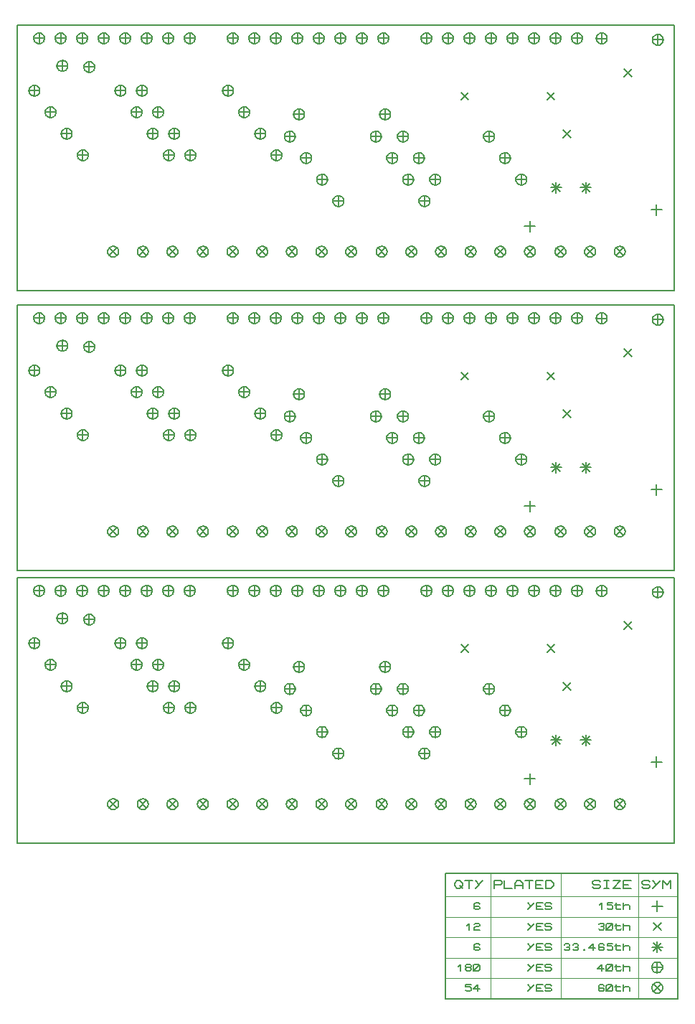
<source format=gbr>
G04 PROTEUS RS274X GERBER FILE*
%FSLAX26Y26*%
%MOIN*%
G01*
%ADD70C,0.008000*%
%ADD71C,0.005000*%
%ADD20C,0.002500*%
%TD.AperFunction*%
D70*
X+2377953Y+320000D02*
X+2377953Y+270000D01*
X+2402953Y+295000D02*
X+2352953Y+295000D01*
X+2965802Y+397685D02*
X+2965802Y+347685D01*
X+2990802Y+372685D02*
X+2940802Y+372685D01*
X+2377953Y+1586259D02*
X+2377953Y+1536259D01*
X+2402953Y+1561259D02*
X+2352953Y+1561259D01*
X+2965802Y+1663945D02*
X+2965802Y+1613945D01*
X+2990802Y+1638945D02*
X+2940802Y+1638945D01*
X+2377953Y+2886259D02*
X+2377953Y+2836259D01*
X+2402953Y+2861259D02*
X+2352953Y+2861259D01*
X+2965802Y+2963945D02*
X+2965802Y+2913945D01*
X+2990802Y+2938945D02*
X+2940802Y+2938945D01*
X+1721850Y+1168740D02*
X+1721762Y+1170840D01*
X+1721043Y+1175041D01*
X+1719537Y+1179242D01*
X+1717069Y+1183443D01*
X+1713301Y+1187565D01*
X+1709100Y+1190533D01*
X+1704899Y+1192409D01*
X+1700698Y+1193442D01*
X+1696850Y+1193740D01*
X+1671850Y+1168740D02*
X+1671938Y+1170840D01*
X+1672657Y+1175041D01*
X+1674163Y+1179242D01*
X+1676631Y+1183443D01*
X+1680399Y+1187565D01*
X+1684600Y+1190533D01*
X+1688801Y+1192409D01*
X+1693002Y+1193442D01*
X+1696850Y+1193740D01*
X+1671850Y+1168740D02*
X+1671938Y+1166640D01*
X+1672657Y+1162439D01*
X+1674163Y+1158238D01*
X+1676631Y+1154037D01*
X+1680399Y+1149915D01*
X+1684600Y+1146947D01*
X+1688801Y+1145071D01*
X+1693002Y+1144038D01*
X+1696850Y+1143740D01*
X+1721850Y+1168740D02*
X+1721762Y+1166640D01*
X+1721043Y+1162439D01*
X+1719537Y+1158238D01*
X+1717069Y+1154037D01*
X+1713301Y+1149915D01*
X+1709100Y+1146947D01*
X+1704899Y+1145071D01*
X+1700698Y+1144038D01*
X+1696850Y+1143740D01*
X+1696850Y+1193740D02*
X+1696850Y+1143740D01*
X+1721850Y+1168740D02*
X+1671850Y+1168740D01*
X+1621850Y+1168740D02*
X+1621762Y+1170840D01*
X+1621043Y+1175041D01*
X+1619537Y+1179242D01*
X+1617069Y+1183443D01*
X+1613301Y+1187565D01*
X+1609100Y+1190533D01*
X+1604899Y+1192409D01*
X+1600698Y+1193442D01*
X+1596850Y+1193740D01*
X+1571850Y+1168740D02*
X+1571938Y+1170840D01*
X+1572657Y+1175041D01*
X+1574163Y+1179242D01*
X+1576631Y+1183443D01*
X+1580399Y+1187565D01*
X+1584600Y+1190533D01*
X+1588801Y+1192409D01*
X+1593002Y+1193442D01*
X+1596850Y+1193740D01*
X+1571850Y+1168740D02*
X+1571938Y+1166640D01*
X+1572657Y+1162439D01*
X+1574163Y+1158238D01*
X+1576631Y+1154037D01*
X+1580399Y+1149915D01*
X+1584600Y+1146947D01*
X+1588801Y+1145071D01*
X+1593002Y+1144038D01*
X+1596850Y+1143740D01*
X+1621850Y+1168740D02*
X+1621762Y+1166640D01*
X+1621043Y+1162439D01*
X+1619537Y+1158238D01*
X+1617069Y+1154037D01*
X+1613301Y+1149915D01*
X+1609100Y+1146947D01*
X+1604899Y+1145071D01*
X+1600698Y+1144038D01*
X+1596850Y+1143740D01*
X+1596850Y+1193740D02*
X+1596850Y+1143740D01*
X+1621850Y+1168740D02*
X+1571850Y+1168740D01*
X+1521850Y+1168740D02*
X+1521762Y+1170840D01*
X+1521043Y+1175041D01*
X+1519537Y+1179242D01*
X+1517069Y+1183443D01*
X+1513301Y+1187565D01*
X+1509100Y+1190533D01*
X+1504899Y+1192409D01*
X+1500698Y+1193442D01*
X+1496850Y+1193740D01*
X+1471850Y+1168740D02*
X+1471938Y+1170840D01*
X+1472657Y+1175041D01*
X+1474163Y+1179242D01*
X+1476631Y+1183443D01*
X+1480399Y+1187565D01*
X+1484600Y+1190533D01*
X+1488801Y+1192409D01*
X+1493002Y+1193442D01*
X+1496850Y+1193740D01*
X+1471850Y+1168740D02*
X+1471938Y+1166640D01*
X+1472657Y+1162439D01*
X+1474163Y+1158238D01*
X+1476631Y+1154037D01*
X+1480399Y+1149915D01*
X+1484600Y+1146947D01*
X+1488801Y+1145071D01*
X+1493002Y+1144038D01*
X+1496850Y+1143740D01*
X+1521850Y+1168740D02*
X+1521762Y+1166640D01*
X+1521043Y+1162439D01*
X+1519537Y+1158238D01*
X+1517069Y+1154037D01*
X+1513301Y+1149915D01*
X+1509100Y+1146947D01*
X+1504899Y+1145071D01*
X+1500698Y+1144038D01*
X+1496850Y+1143740D01*
X+1496850Y+1193740D02*
X+1496850Y+1143740D01*
X+1521850Y+1168740D02*
X+1471850Y+1168740D01*
X+1421850Y+1168740D02*
X+1421762Y+1170840D01*
X+1421043Y+1175041D01*
X+1419537Y+1179242D01*
X+1417069Y+1183443D01*
X+1413301Y+1187565D01*
X+1409100Y+1190533D01*
X+1404899Y+1192409D01*
X+1400698Y+1193442D01*
X+1396850Y+1193740D01*
X+1371850Y+1168740D02*
X+1371938Y+1170840D01*
X+1372657Y+1175041D01*
X+1374163Y+1179242D01*
X+1376631Y+1183443D01*
X+1380399Y+1187565D01*
X+1384600Y+1190533D01*
X+1388801Y+1192409D01*
X+1393002Y+1193442D01*
X+1396850Y+1193740D01*
X+1371850Y+1168740D02*
X+1371938Y+1166640D01*
X+1372657Y+1162439D01*
X+1374163Y+1158238D01*
X+1376631Y+1154037D01*
X+1380399Y+1149915D01*
X+1384600Y+1146947D01*
X+1388801Y+1145071D01*
X+1393002Y+1144038D01*
X+1396850Y+1143740D01*
X+1421850Y+1168740D02*
X+1421762Y+1166640D01*
X+1421043Y+1162439D01*
X+1419537Y+1158238D01*
X+1417069Y+1154037D01*
X+1413301Y+1149915D01*
X+1409100Y+1146947D01*
X+1404899Y+1145071D01*
X+1400698Y+1144038D01*
X+1396850Y+1143740D01*
X+1396850Y+1193740D02*
X+1396850Y+1143740D01*
X+1421850Y+1168740D02*
X+1371850Y+1168740D01*
X+1321850Y+1168740D02*
X+1321762Y+1170840D01*
X+1321043Y+1175041D01*
X+1319537Y+1179242D01*
X+1317069Y+1183443D01*
X+1313301Y+1187565D01*
X+1309100Y+1190533D01*
X+1304899Y+1192409D01*
X+1300698Y+1193442D01*
X+1296850Y+1193740D01*
X+1271850Y+1168740D02*
X+1271938Y+1170840D01*
X+1272657Y+1175041D01*
X+1274163Y+1179242D01*
X+1276631Y+1183443D01*
X+1280399Y+1187565D01*
X+1284600Y+1190533D01*
X+1288801Y+1192409D01*
X+1293002Y+1193442D01*
X+1296850Y+1193740D01*
X+1271850Y+1168740D02*
X+1271938Y+1166640D01*
X+1272657Y+1162439D01*
X+1274163Y+1158238D01*
X+1276631Y+1154037D01*
X+1280399Y+1149915D01*
X+1284600Y+1146947D01*
X+1288801Y+1145071D01*
X+1293002Y+1144038D01*
X+1296850Y+1143740D01*
X+1321850Y+1168740D02*
X+1321762Y+1166640D01*
X+1321043Y+1162439D01*
X+1319537Y+1158238D01*
X+1317069Y+1154037D01*
X+1313301Y+1149915D01*
X+1309100Y+1146947D01*
X+1304899Y+1145071D01*
X+1300698Y+1144038D01*
X+1296850Y+1143740D01*
X+1296850Y+1193740D02*
X+1296850Y+1143740D01*
X+1321850Y+1168740D02*
X+1271850Y+1168740D01*
X+1221850Y+1168740D02*
X+1221762Y+1170840D01*
X+1221043Y+1175041D01*
X+1219537Y+1179242D01*
X+1217069Y+1183443D01*
X+1213301Y+1187565D01*
X+1209100Y+1190533D01*
X+1204899Y+1192409D01*
X+1200698Y+1193442D01*
X+1196850Y+1193740D01*
X+1171850Y+1168740D02*
X+1171938Y+1170840D01*
X+1172657Y+1175041D01*
X+1174163Y+1179242D01*
X+1176631Y+1183443D01*
X+1180399Y+1187565D01*
X+1184600Y+1190533D01*
X+1188801Y+1192409D01*
X+1193002Y+1193442D01*
X+1196850Y+1193740D01*
X+1171850Y+1168740D02*
X+1171938Y+1166640D01*
X+1172657Y+1162439D01*
X+1174163Y+1158238D01*
X+1176631Y+1154037D01*
X+1180399Y+1149915D01*
X+1184600Y+1146947D01*
X+1188801Y+1145071D01*
X+1193002Y+1144038D01*
X+1196850Y+1143740D01*
X+1221850Y+1168740D02*
X+1221762Y+1166640D01*
X+1221043Y+1162439D01*
X+1219537Y+1158238D01*
X+1217069Y+1154037D01*
X+1213301Y+1149915D01*
X+1209100Y+1146947D01*
X+1204899Y+1145071D01*
X+1200698Y+1144038D01*
X+1196850Y+1143740D01*
X+1196850Y+1193740D02*
X+1196850Y+1143740D01*
X+1221850Y+1168740D02*
X+1171850Y+1168740D01*
X+1121850Y+1168740D02*
X+1121762Y+1170840D01*
X+1121043Y+1175041D01*
X+1119537Y+1179242D01*
X+1117069Y+1183443D01*
X+1113301Y+1187565D01*
X+1109100Y+1190533D01*
X+1104899Y+1192409D01*
X+1100698Y+1193442D01*
X+1096850Y+1193740D01*
X+1071850Y+1168740D02*
X+1071938Y+1170840D01*
X+1072657Y+1175041D01*
X+1074163Y+1179242D01*
X+1076631Y+1183443D01*
X+1080399Y+1187565D01*
X+1084600Y+1190533D01*
X+1088801Y+1192409D01*
X+1093002Y+1193442D01*
X+1096850Y+1193740D01*
X+1071850Y+1168740D02*
X+1071938Y+1166640D01*
X+1072657Y+1162439D01*
X+1074163Y+1158238D01*
X+1076631Y+1154037D01*
X+1080399Y+1149915D01*
X+1084600Y+1146947D01*
X+1088801Y+1145071D01*
X+1093002Y+1144038D01*
X+1096850Y+1143740D01*
X+1121850Y+1168740D02*
X+1121762Y+1166640D01*
X+1121043Y+1162439D01*
X+1119537Y+1158238D01*
X+1117069Y+1154037D01*
X+1113301Y+1149915D01*
X+1109100Y+1146947D01*
X+1104899Y+1145071D01*
X+1100698Y+1144038D01*
X+1096850Y+1143740D01*
X+1096850Y+1193740D02*
X+1096850Y+1143740D01*
X+1121850Y+1168740D02*
X+1071850Y+1168740D01*
X+1021850Y+1168740D02*
X+1021762Y+1170840D01*
X+1021043Y+1175041D01*
X+1019537Y+1179242D01*
X+1017069Y+1183443D01*
X+1013301Y+1187565D01*
X+1009100Y+1190533D01*
X+1004899Y+1192409D01*
X+1000698Y+1193442D01*
X+996850Y+1193740D01*
X+971850Y+1168740D02*
X+971938Y+1170840D01*
X+972657Y+1175041D01*
X+974163Y+1179242D01*
X+976631Y+1183443D01*
X+980399Y+1187565D01*
X+984600Y+1190533D01*
X+988801Y+1192409D01*
X+993002Y+1193442D01*
X+996850Y+1193740D01*
X+971850Y+1168740D02*
X+971938Y+1166640D01*
X+972657Y+1162439D01*
X+974163Y+1158238D01*
X+976631Y+1154037D01*
X+980399Y+1149915D01*
X+984600Y+1146947D01*
X+988801Y+1145071D01*
X+993002Y+1144038D01*
X+996850Y+1143740D01*
X+1021850Y+1168740D02*
X+1021762Y+1166640D01*
X+1021043Y+1162439D01*
X+1019537Y+1158238D01*
X+1017069Y+1154037D01*
X+1013301Y+1149915D01*
X+1009100Y+1146947D01*
X+1004899Y+1145071D01*
X+1000698Y+1144038D01*
X+996850Y+1143740D01*
X+996850Y+1193740D02*
X+996850Y+1143740D01*
X+1021850Y+1168740D02*
X+971850Y+1168740D01*
X+821850Y+1168740D02*
X+821762Y+1170840D01*
X+821043Y+1175041D01*
X+819537Y+1179242D01*
X+817069Y+1183443D01*
X+813301Y+1187565D01*
X+809100Y+1190533D01*
X+804899Y+1192409D01*
X+800698Y+1193442D01*
X+796850Y+1193740D01*
X+771850Y+1168740D02*
X+771938Y+1170840D01*
X+772657Y+1175041D01*
X+774163Y+1179242D01*
X+776631Y+1183443D01*
X+780399Y+1187565D01*
X+784600Y+1190533D01*
X+788801Y+1192409D01*
X+793002Y+1193442D01*
X+796850Y+1193740D01*
X+771850Y+1168740D02*
X+771938Y+1166640D01*
X+772657Y+1162439D01*
X+774163Y+1158238D01*
X+776631Y+1154037D01*
X+780399Y+1149915D01*
X+784600Y+1146947D01*
X+788801Y+1145071D01*
X+793002Y+1144038D01*
X+796850Y+1143740D01*
X+821850Y+1168740D02*
X+821762Y+1166640D01*
X+821043Y+1162439D01*
X+819537Y+1158238D01*
X+817069Y+1154037D01*
X+813301Y+1149915D01*
X+809100Y+1146947D01*
X+804899Y+1145071D01*
X+800698Y+1144038D01*
X+796850Y+1143740D01*
X+796850Y+1193740D02*
X+796850Y+1143740D01*
X+821850Y+1168740D02*
X+771850Y+1168740D01*
X+721850Y+1168740D02*
X+721762Y+1170840D01*
X+721043Y+1175041D01*
X+719537Y+1179242D01*
X+717069Y+1183443D01*
X+713301Y+1187565D01*
X+709100Y+1190533D01*
X+704899Y+1192409D01*
X+700698Y+1193442D01*
X+696850Y+1193740D01*
X+671850Y+1168740D02*
X+671938Y+1170840D01*
X+672657Y+1175041D01*
X+674163Y+1179242D01*
X+676631Y+1183443D01*
X+680399Y+1187565D01*
X+684600Y+1190533D01*
X+688801Y+1192409D01*
X+693002Y+1193442D01*
X+696850Y+1193740D01*
X+671850Y+1168740D02*
X+671938Y+1166640D01*
X+672657Y+1162439D01*
X+674163Y+1158238D01*
X+676631Y+1154037D01*
X+680399Y+1149915D01*
X+684600Y+1146947D01*
X+688801Y+1145071D01*
X+693002Y+1144038D01*
X+696850Y+1143740D01*
X+721850Y+1168740D02*
X+721762Y+1166640D01*
X+721043Y+1162439D01*
X+719537Y+1158238D01*
X+717069Y+1154037D01*
X+713301Y+1149915D01*
X+709100Y+1146947D01*
X+704899Y+1145071D01*
X+700698Y+1144038D01*
X+696850Y+1143740D01*
X+696850Y+1193740D02*
X+696850Y+1143740D01*
X+721850Y+1168740D02*
X+671850Y+1168740D01*
X+621850Y+1168740D02*
X+621762Y+1170840D01*
X+621043Y+1175041D01*
X+619537Y+1179242D01*
X+617069Y+1183443D01*
X+613301Y+1187565D01*
X+609100Y+1190533D01*
X+604899Y+1192409D01*
X+600698Y+1193442D01*
X+596850Y+1193740D01*
X+571850Y+1168740D02*
X+571938Y+1170840D01*
X+572657Y+1175041D01*
X+574163Y+1179242D01*
X+576631Y+1183443D01*
X+580399Y+1187565D01*
X+584600Y+1190533D01*
X+588801Y+1192409D01*
X+593002Y+1193442D01*
X+596850Y+1193740D01*
X+571850Y+1168740D02*
X+571938Y+1166640D01*
X+572657Y+1162439D01*
X+574163Y+1158238D01*
X+576631Y+1154037D01*
X+580399Y+1149915D01*
X+584600Y+1146947D01*
X+588801Y+1145071D01*
X+593002Y+1144038D01*
X+596850Y+1143740D01*
X+621850Y+1168740D02*
X+621762Y+1166640D01*
X+621043Y+1162439D01*
X+619537Y+1158238D01*
X+617069Y+1154037D01*
X+613301Y+1149915D01*
X+609100Y+1146947D01*
X+604899Y+1145071D01*
X+600698Y+1144038D01*
X+596850Y+1143740D01*
X+596850Y+1193740D02*
X+596850Y+1143740D01*
X+621850Y+1168740D02*
X+571850Y+1168740D01*
X+521850Y+1168740D02*
X+521762Y+1170840D01*
X+521043Y+1175041D01*
X+519537Y+1179242D01*
X+517069Y+1183443D01*
X+513301Y+1187565D01*
X+509100Y+1190533D01*
X+504899Y+1192409D01*
X+500698Y+1193442D01*
X+496850Y+1193740D01*
X+471850Y+1168740D02*
X+471938Y+1170840D01*
X+472657Y+1175041D01*
X+474163Y+1179242D01*
X+476631Y+1183443D01*
X+480399Y+1187565D01*
X+484600Y+1190533D01*
X+488801Y+1192409D01*
X+493002Y+1193442D01*
X+496850Y+1193740D01*
X+471850Y+1168740D02*
X+471938Y+1166640D01*
X+472657Y+1162439D01*
X+474163Y+1158238D01*
X+476631Y+1154037D01*
X+480399Y+1149915D01*
X+484600Y+1146947D01*
X+488801Y+1145071D01*
X+493002Y+1144038D01*
X+496850Y+1143740D01*
X+521850Y+1168740D02*
X+521762Y+1166640D01*
X+521043Y+1162439D01*
X+519537Y+1158238D01*
X+517069Y+1154037D01*
X+513301Y+1149915D01*
X+509100Y+1146947D01*
X+504899Y+1145071D01*
X+500698Y+1144038D01*
X+496850Y+1143740D01*
X+496850Y+1193740D02*
X+496850Y+1143740D01*
X+521850Y+1168740D02*
X+471850Y+1168740D01*
X+421850Y+1168740D02*
X+421762Y+1170840D01*
X+421043Y+1175041D01*
X+419537Y+1179242D01*
X+417069Y+1183443D01*
X+413301Y+1187565D01*
X+409100Y+1190533D01*
X+404899Y+1192409D01*
X+400698Y+1193442D01*
X+396850Y+1193740D01*
X+371850Y+1168740D02*
X+371938Y+1170840D01*
X+372657Y+1175041D01*
X+374163Y+1179242D01*
X+376631Y+1183443D01*
X+380399Y+1187565D01*
X+384600Y+1190533D01*
X+388801Y+1192409D01*
X+393002Y+1193442D01*
X+396850Y+1193740D01*
X+371850Y+1168740D02*
X+371938Y+1166640D01*
X+372657Y+1162439D01*
X+374163Y+1158238D01*
X+376631Y+1154037D01*
X+380399Y+1149915D01*
X+384600Y+1146947D01*
X+388801Y+1145071D01*
X+393002Y+1144038D01*
X+396850Y+1143740D01*
X+421850Y+1168740D02*
X+421762Y+1166640D01*
X+421043Y+1162439D01*
X+419537Y+1158238D01*
X+417069Y+1154037D01*
X+413301Y+1149915D01*
X+409100Y+1146947D01*
X+404899Y+1145071D01*
X+400698Y+1144038D01*
X+396850Y+1143740D01*
X+396850Y+1193740D02*
X+396850Y+1143740D01*
X+421850Y+1168740D02*
X+371850Y+1168740D01*
X+321850Y+1168740D02*
X+321762Y+1170840D01*
X+321043Y+1175041D01*
X+319537Y+1179242D01*
X+317069Y+1183443D01*
X+313301Y+1187565D01*
X+309100Y+1190533D01*
X+304899Y+1192409D01*
X+300698Y+1193442D01*
X+296850Y+1193740D01*
X+271850Y+1168740D02*
X+271938Y+1170840D01*
X+272657Y+1175041D01*
X+274163Y+1179242D01*
X+276631Y+1183443D01*
X+280399Y+1187565D01*
X+284600Y+1190533D01*
X+288801Y+1192409D01*
X+293002Y+1193442D01*
X+296850Y+1193740D01*
X+271850Y+1168740D02*
X+271938Y+1166640D01*
X+272657Y+1162439D01*
X+274163Y+1158238D01*
X+276631Y+1154037D01*
X+280399Y+1149915D01*
X+284600Y+1146947D01*
X+288801Y+1145071D01*
X+293002Y+1144038D01*
X+296850Y+1143740D01*
X+321850Y+1168740D02*
X+321762Y+1166640D01*
X+321043Y+1162439D01*
X+319537Y+1158238D01*
X+317069Y+1154037D01*
X+313301Y+1149915D01*
X+309100Y+1146947D01*
X+304899Y+1145071D01*
X+300698Y+1144038D01*
X+296850Y+1143740D01*
X+296850Y+1193740D02*
X+296850Y+1143740D01*
X+321850Y+1168740D02*
X+271850Y+1168740D01*
X+221850Y+1168740D02*
X+221762Y+1170840D01*
X+221043Y+1175041D01*
X+219537Y+1179242D01*
X+217069Y+1183443D01*
X+213301Y+1187565D01*
X+209100Y+1190533D01*
X+204899Y+1192409D01*
X+200698Y+1193442D01*
X+196850Y+1193740D01*
X+171850Y+1168740D02*
X+171938Y+1170840D01*
X+172657Y+1175041D01*
X+174163Y+1179242D01*
X+176631Y+1183443D01*
X+180399Y+1187565D01*
X+184600Y+1190533D01*
X+188801Y+1192409D01*
X+193002Y+1193442D01*
X+196850Y+1193740D01*
X+171850Y+1168740D02*
X+171938Y+1166640D01*
X+172657Y+1162439D01*
X+174163Y+1158238D01*
X+176631Y+1154037D01*
X+180399Y+1149915D01*
X+184600Y+1146947D01*
X+188801Y+1145071D01*
X+193002Y+1144038D01*
X+196850Y+1143740D01*
X+221850Y+1168740D02*
X+221762Y+1166640D01*
X+221043Y+1162439D01*
X+219537Y+1158238D01*
X+217069Y+1154037D01*
X+213301Y+1149915D01*
X+209100Y+1146947D01*
X+204899Y+1145071D01*
X+200698Y+1144038D01*
X+196850Y+1143740D01*
X+196850Y+1193740D02*
X+196850Y+1143740D01*
X+221850Y+1168740D02*
X+171850Y+1168740D01*
X+121850Y+1168740D02*
X+121762Y+1170840D01*
X+121043Y+1175041D01*
X+119537Y+1179242D01*
X+117069Y+1183443D01*
X+113301Y+1187565D01*
X+109100Y+1190533D01*
X+104899Y+1192409D01*
X+100698Y+1193442D01*
X+96850Y+1193740D01*
X+71850Y+1168740D02*
X+71938Y+1170840D01*
X+72657Y+1175041D01*
X+74163Y+1179242D01*
X+76631Y+1183443D01*
X+80399Y+1187565D01*
X+84600Y+1190533D01*
X+88801Y+1192409D01*
X+93002Y+1193442D01*
X+96850Y+1193740D01*
X+71850Y+1168740D02*
X+71938Y+1166640D01*
X+72657Y+1162439D01*
X+74163Y+1158238D01*
X+76631Y+1154037D01*
X+80399Y+1149915D01*
X+84600Y+1146947D01*
X+88801Y+1145071D01*
X+93002Y+1144038D01*
X+96850Y+1143740D01*
X+121850Y+1168740D02*
X+121762Y+1166640D01*
X+121043Y+1162439D01*
X+119537Y+1158238D01*
X+117069Y+1154037D01*
X+113301Y+1149915D01*
X+109100Y+1146947D01*
X+104899Y+1145071D01*
X+100698Y+1144038D01*
X+96850Y+1143740D01*
X+96850Y+1193740D02*
X+96850Y+1143740D01*
X+121850Y+1168740D02*
X+71850Y+1168740D01*
X+2621850Y+1168740D02*
X+2621762Y+1170840D01*
X+2621043Y+1175041D01*
X+2619537Y+1179242D01*
X+2617069Y+1183443D01*
X+2613301Y+1187565D01*
X+2609100Y+1190533D01*
X+2604899Y+1192409D01*
X+2600698Y+1193442D01*
X+2596850Y+1193740D01*
X+2571850Y+1168740D02*
X+2571938Y+1170840D01*
X+2572657Y+1175041D01*
X+2574163Y+1179242D01*
X+2576631Y+1183443D01*
X+2580399Y+1187565D01*
X+2584600Y+1190533D01*
X+2588801Y+1192409D01*
X+2593002Y+1193442D01*
X+2596850Y+1193740D01*
X+2571850Y+1168740D02*
X+2571938Y+1166640D01*
X+2572657Y+1162439D01*
X+2574163Y+1158238D01*
X+2576631Y+1154037D01*
X+2580399Y+1149915D01*
X+2584600Y+1146947D01*
X+2588801Y+1145071D01*
X+2593002Y+1144038D01*
X+2596850Y+1143740D01*
X+2621850Y+1168740D02*
X+2621762Y+1166640D01*
X+2621043Y+1162439D01*
X+2619537Y+1158238D01*
X+2617069Y+1154037D01*
X+2613301Y+1149915D01*
X+2609100Y+1146947D01*
X+2604899Y+1145071D01*
X+2600698Y+1144038D01*
X+2596850Y+1143740D01*
X+2596850Y+1193740D02*
X+2596850Y+1143740D01*
X+2621850Y+1168740D02*
X+2571850Y+1168740D01*
X+2521850Y+1168740D02*
X+2521762Y+1170840D01*
X+2521043Y+1175041D01*
X+2519537Y+1179242D01*
X+2517069Y+1183443D01*
X+2513301Y+1187565D01*
X+2509100Y+1190533D01*
X+2504899Y+1192409D01*
X+2500698Y+1193442D01*
X+2496850Y+1193740D01*
X+2471850Y+1168740D02*
X+2471938Y+1170840D01*
X+2472657Y+1175041D01*
X+2474163Y+1179242D01*
X+2476631Y+1183443D01*
X+2480399Y+1187565D01*
X+2484600Y+1190533D01*
X+2488801Y+1192409D01*
X+2493002Y+1193442D01*
X+2496850Y+1193740D01*
X+2471850Y+1168740D02*
X+2471938Y+1166640D01*
X+2472657Y+1162439D01*
X+2474163Y+1158238D01*
X+2476631Y+1154037D01*
X+2480399Y+1149915D01*
X+2484600Y+1146947D01*
X+2488801Y+1145071D01*
X+2493002Y+1144038D01*
X+2496850Y+1143740D01*
X+2521850Y+1168740D02*
X+2521762Y+1166640D01*
X+2521043Y+1162439D01*
X+2519537Y+1158238D01*
X+2517069Y+1154037D01*
X+2513301Y+1149915D01*
X+2509100Y+1146947D01*
X+2504899Y+1145071D01*
X+2500698Y+1144038D01*
X+2496850Y+1143740D01*
X+2496850Y+1193740D02*
X+2496850Y+1143740D01*
X+2521850Y+1168740D02*
X+2471850Y+1168740D01*
X+2421850Y+1168740D02*
X+2421762Y+1170840D01*
X+2421043Y+1175041D01*
X+2419537Y+1179242D01*
X+2417069Y+1183443D01*
X+2413301Y+1187565D01*
X+2409100Y+1190533D01*
X+2404899Y+1192409D01*
X+2400698Y+1193442D01*
X+2396850Y+1193740D01*
X+2371850Y+1168740D02*
X+2371938Y+1170840D01*
X+2372657Y+1175041D01*
X+2374163Y+1179242D01*
X+2376631Y+1183443D01*
X+2380399Y+1187565D01*
X+2384600Y+1190533D01*
X+2388801Y+1192409D01*
X+2393002Y+1193442D01*
X+2396850Y+1193740D01*
X+2371850Y+1168740D02*
X+2371938Y+1166640D01*
X+2372657Y+1162439D01*
X+2374163Y+1158238D01*
X+2376631Y+1154037D01*
X+2380399Y+1149915D01*
X+2384600Y+1146947D01*
X+2388801Y+1145071D01*
X+2393002Y+1144038D01*
X+2396850Y+1143740D01*
X+2421850Y+1168740D02*
X+2421762Y+1166640D01*
X+2421043Y+1162439D01*
X+2419537Y+1158238D01*
X+2417069Y+1154037D01*
X+2413301Y+1149915D01*
X+2409100Y+1146947D01*
X+2404899Y+1145071D01*
X+2400698Y+1144038D01*
X+2396850Y+1143740D01*
X+2396850Y+1193740D02*
X+2396850Y+1143740D01*
X+2421850Y+1168740D02*
X+2371850Y+1168740D01*
X+2321850Y+1168740D02*
X+2321762Y+1170840D01*
X+2321043Y+1175041D01*
X+2319537Y+1179242D01*
X+2317069Y+1183443D01*
X+2313301Y+1187565D01*
X+2309100Y+1190533D01*
X+2304899Y+1192409D01*
X+2300698Y+1193442D01*
X+2296850Y+1193740D01*
X+2271850Y+1168740D02*
X+2271938Y+1170840D01*
X+2272657Y+1175041D01*
X+2274163Y+1179242D01*
X+2276631Y+1183443D01*
X+2280399Y+1187565D01*
X+2284600Y+1190533D01*
X+2288801Y+1192409D01*
X+2293002Y+1193442D01*
X+2296850Y+1193740D01*
X+2271850Y+1168740D02*
X+2271938Y+1166640D01*
X+2272657Y+1162439D01*
X+2274163Y+1158238D01*
X+2276631Y+1154037D01*
X+2280399Y+1149915D01*
X+2284600Y+1146947D01*
X+2288801Y+1145071D01*
X+2293002Y+1144038D01*
X+2296850Y+1143740D01*
X+2321850Y+1168740D02*
X+2321762Y+1166640D01*
X+2321043Y+1162439D01*
X+2319537Y+1158238D01*
X+2317069Y+1154037D01*
X+2313301Y+1149915D01*
X+2309100Y+1146947D01*
X+2304899Y+1145071D01*
X+2300698Y+1144038D01*
X+2296850Y+1143740D01*
X+2296850Y+1193740D02*
X+2296850Y+1143740D01*
X+2321850Y+1168740D02*
X+2271850Y+1168740D01*
X+2221850Y+1168740D02*
X+2221762Y+1170840D01*
X+2221043Y+1175041D01*
X+2219537Y+1179242D01*
X+2217069Y+1183443D01*
X+2213301Y+1187565D01*
X+2209100Y+1190533D01*
X+2204899Y+1192409D01*
X+2200698Y+1193442D01*
X+2196850Y+1193740D01*
X+2171850Y+1168740D02*
X+2171938Y+1170840D01*
X+2172657Y+1175041D01*
X+2174163Y+1179242D01*
X+2176631Y+1183443D01*
X+2180399Y+1187565D01*
X+2184600Y+1190533D01*
X+2188801Y+1192409D01*
X+2193002Y+1193442D01*
X+2196850Y+1193740D01*
X+2171850Y+1168740D02*
X+2171938Y+1166640D01*
X+2172657Y+1162439D01*
X+2174163Y+1158238D01*
X+2176631Y+1154037D01*
X+2180399Y+1149915D01*
X+2184600Y+1146947D01*
X+2188801Y+1145071D01*
X+2193002Y+1144038D01*
X+2196850Y+1143740D01*
X+2221850Y+1168740D02*
X+2221762Y+1166640D01*
X+2221043Y+1162439D01*
X+2219537Y+1158238D01*
X+2217069Y+1154037D01*
X+2213301Y+1149915D01*
X+2209100Y+1146947D01*
X+2204899Y+1145071D01*
X+2200698Y+1144038D01*
X+2196850Y+1143740D01*
X+2196850Y+1193740D02*
X+2196850Y+1143740D01*
X+2221850Y+1168740D02*
X+2171850Y+1168740D01*
X+2121850Y+1168740D02*
X+2121762Y+1170840D01*
X+2121043Y+1175041D01*
X+2119537Y+1179242D01*
X+2117069Y+1183443D01*
X+2113301Y+1187565D01*
X+2109100Y+1190533D01*
X+2104899Y+1192409D01*
X+2100698Y+1193442D01*
X+2096850Y+1193740D01*
X+2071850Y+1168740D02*
X+2071938Y+1170840D01*
X+2072657Y+1175041D01*
X+2074163Y+1179242D01*
X+2076631Y+1183443D01*
X+2080399Y+1187565D01*
X+2084600Y+1190533D01*
X+2088801Y+1192409D01*
X+2093002Y+1193442D01*
X+2096850Y+1193740D01*
X+2071850Y+1168740D02*
X+2071938Y+1166640D01*
X+2072657Y+1162439D01*
X+2074163Y+1158238D01*
X+2076631Y+1154037D01*
X+2080399Y+1149915D01*
X+2084600Y+1146947D01*
X+2088801Y+1145071D01*
X+2093002Y+1144038D01*
X+2096850Y+1143740D01*
X+2121850Y+1168740D02*
X+2121762Y+1166640D01*
X+2121043Y+1162439D01*
X+2119537Y+1158238D01*
X+2117069Y+1154037D01*
X+2113301Y+1149915D01*
X+2109100Y+1146947D01*
X+2104899Y+1145071D01*
X+2100698Y+1144038D01*
X+2096850Y+1143740D01*
X+2096850Y+1193740D02*
X+2096850Y+1143740D01*
X+2121850Y+1168740D02*
X+2071850Y+1168740D01*
X+2021850Y+1168740D02*
X+2021762Y+1170840D01*
X+2021043Y+1175041D01*
X+2019537Y+1179242D01*
X+2017069Y+1183443D01*
X+2013301Y+1187565D01*
X+2009100Y+1190533D01*
X+2004899Y+1192409D01*
X+2000698Y+1193442D01*
X+1996850Y+1193740D01*
X+1971850Y+1168740D02*
X+1971938Y+1170840D01*
X+1972657Y+1175041D01*
X+1974163Y+1179242D01*
X+1976631Y+1183443D01*
X+1980399Y+1187565D01*
X+1984600Y+1190533D01*
X+1988801Y+1192409D01*
X+1993002Y+1193442D01*
X+1996850Y+1193740D01*
X+1971850Y+1168740D02*
X+1971938Y+1166640D01*
X+1972657Y+1162439D01*
X+1974163Y+1158238D01*
X+1976631Y+1154037D01*
X+1980399Y+1149915D01*
X+1984600Y+1146947D01*
X+1988801Y+1145071D01*
X+1993002Y+1144038D01*
X+1996850Y+1143740D01*
X+2021850Y+1168740D02*
X+2021762Y+1166640D01*
X+2021043Y+1162439D01*
X+2019537Y+1158238D01*
X+2017069Y+1154037D01*
X+2013301Y+1149915D01*
X+2009100Y+1146947D01*
X+2004899Y+1145071D01*
X+2000698Y+1144038D01*
X+1996850Y+1143740D01*
X+1996850Y+1193740D02*
X+1996850Y+1143740D01*
X+2021850Y+1168740D02*
X+1971850Y+1168740D01*
X+1921850Y+1168740D02*
X+1921762Y+1170840D01*
X+1921043Y+1175041D01*
X+1919537Y+1179242D01*
X+1917069Y+1183443D01*
X+1913301Y+1187565D01*
X+1909100Y+1190533D01*
X+1904899Y+1192409D01*
X+1900698Y+1193442D01*
X+1896850Y+1193740D01*
X+1871850Y+1168740D02*
X+1871938Y+1170840D01*
X+1872657Y+1175041D01*
X+1874163Y+1179242D01*
X+1876631Y+1183443D01*
X+1880399Y+1187565D01*
X+1884600Y+1190533D01*
X+1888801Y+1192409D01*
X+1893002Y+1193442D01*
X+1896850Y+1193740D01*
X+1871850Y+1168740D02*
X+1871938Y+1166640D01*
X+1872657Y+1162439D01*
X+1874163Y+1158238D01*
X+1876631Y+1154037D01*
X+1880399Y+1149915D01*
X+1884600Y+1146947D01*
X+1888801Y+1145071D01*
X+1893002Y+1144038D01*
X+1896850Y+1143740D01*
X+1921850Y+1168740D02*
X+1921762Y+1166640D01*
X+1921043Y+1162439D01*
X+1919537Y+1158238D01*
X+1917069Y+1154037D01*
X+1913301Y+1149915D01*
X+1909100Y+1146947D01*
X+1904899Y+1145071D01*
X+1900698Y+1144038D01*
X+1896850Y+1143740D01*
X+1896850Y+1193740D02*
X+1896850Y+1143740D01*
X+1921850Y+1168740D02*
X+1871850Y+1168740D01*
X+1912500Y+412500D02*
X+1912412Y+414600D01*
X+1911693Y+418801D01*
X+1910187Y+423002D01*
X+1907719Y+427203D01*
X+1903951Y+431325D01*
X+1899750Y+434293D01*
X+1895549Y+436169D01*
X+1891348Y+437202D01*
X+1887500Y+437500D01*
X+1862500Y+412500D02*
X+1862588Y+414600D01*
X+1863307Y+418801D01*
X+1864813Y+423002D01*
X+1867281Y+427203D01*
X+1871049Y+431325D01*
X+1875250Y+434293D01*
X+1879451Y+436169D01*
X+1883652Y+437202D01*
X+1887500Y+437500D01*
X+1862500Y+412500D02*
X+1862588Y+410400D01*
X+1863307Y+406199D01*
X+1864813Y+401998D01*
X+1867281Y+397797D01*
X+1871049Y+393675D01*
X+1875250Y+390707D01*
X+1879451Y+388831D01*
X+1883652Y+387798D01*
X+1887500Y+387500D01*
X+1912500Y+412500D02*
X+1912412Y+410400D01*
X+1911693Y+406199D01*
X+1910187Y+401998D01*
X+1907719Y+397797D01*
X+1903951Y+393675D01*
X+1899750Y+390707D01*
X+1895549Y+388831D01*
X+1891348Y+387798D01*
X+1887500Y+387500D01*
X+1887500Y+437500D02*
X+1887500Y+387500D01*
X+1912500Y+412500D02*
X+1862500Y+412500D01*
X+1512500Y+412500D02*
X+1512412Y+414600D01*
X+1511693Y+418801D01*
X+1510187Y+423002D01*
X+1507719Y+427203D01*
X+1503951Y+431325D01*
X+1499750Y+434293D01*
X+1495549Y+436169D01*
X+1491348Y+437202D01*
X+1487500Y+437500D01*
X+1462500Y+412500D02*
X+1462588Y+414600D01*
X+1463307Y+418801D01*
X+1464813Y+423002D01*
X+1467281Y+427203D01*
X+1471049Y+431325D01*
X+1475250Y+434293D01*
X+1479451Y+436169D01*
X+1483652Y+437202D01*
X+1487500Y+437500D01*
X+1462500Y+412500D02*
X+1462588Y+410400D01*
X+1463307Y+406199D01*
X+1464813Y+401998D01*
X+1467281Y+397797D01*
X+1471049Y+393675D01*
X+1475250Y+390707D01*
X+1479451Y+388831D01*
X+1483652Y+387798D01*
X+1487500Y+387500D01*
X+1512500Y+412500D02*
X+1512412Y+410400D01*
X+1511693Y+406199D01*
X+1510187Y+401998D01*
X+1507719Y+397797D01*
X+1503951Y+393675D01*
X+1499750Y+390707D01*
X+1495549Y+388831D01*
X+1491348Y+387798D01*
X+1487500Y+387500D01*
X+1487500Y+437500D02*
X+1487500Y+387500D01*
X+1512500Y+412500D02*
X+1462500Y+412500D01*
X+1837500Y+512500D02*
X+1837412Y+514600D01*
X+1836693Y+518801D01*
X+1835187Y+523002D01*
X+1832719Y+527203D01*
X+1828951Y+531325D01*
X+1824750Y+534293D01*
X+1820549Y+536169D01*
X+1816348Y+537202D01*
X+1812500Y+537500D01*
X+1787500Y+512500D02*
X+1787588Y+514600D01*
X+1788307Y+518801D01*
X+1789813Y+523002D01*
X+1792281Y+527203D01*
X+1796049Y+531325D01*
X+1800250Y+534293D01*
X+1804451Y+536169D01*
X+1808652Y+537202D01*
X+1812500Y+537500D01*
X+1787500Y+512500D02*
X+1787588Y+510400D01*
X+1788307Y+506199D01*
X+1789813Y+501998D01*
X+1792281Y+497797D01*
X+1796049Y+493675D01*
X+1800250Y+490707D01*
X+1804451Y+488831D01*
X+1808652Y+487798D01*
X+1812500Y+487500D01*
X+1837500Y+512500D02*
X+1837412Y+510400D01*
X+1836693Y+506199D01*
X+1835187Y+501998D01*
X+1832719Y+497797D01*
X+1828951Y+493675D01*
X+1824750Y+490707D01*
X+1820549Y+488831D01*
X+1816348Y+487798D01*
X+1812500Y+487500D01*
X+1812500Y+537500D02*
X+1812500Y+487500D01*
X+1837500Y+512500D02*
X+1787500Y+512500D01*
X+1437500Y+512500D02*
X+1437412Y+514600D01*
X+1436693Y+518801D01*
X+1435187Y+523002D01*
X+1432719Y+527203D01*
X+1428951Y+531325D01*
X+1424750Y+534293D01*
X+1420549Y+536169D01*
X+1416348Y+537202D01*
X+1412500Y+537500D01*
X+1387500Y+512500D02*
X+1387588Y+514600D01*
X+1388307Y+518801D01*
X+1389813Y+523002D01*
X+1392281Y+527203D01*
X+1396049Y+531325D01*
X+1400250Y+534293D01*
X+1404451Y+536169D01*
X+1408652Y+537202D01*
X+1412500Y+537500D01*
X+1387500Y+512500D02*
X+1387588Y+510400D01*
X+1388307Y+506199D01*
X+1389813Y+501998D01*
X+1392281Y+497797D01*
X+1396049Y+493675D01*
X+1400250Y+490707D01*
X+1404451Y+488831D01*
X+1408652Y+487798D01*
X+1412500Y+487500D01*
X+1437500Y+512500D02*
X+1437412Y+510400D01*
X+1436693Y+506199D01*
X+1435187Y+501998D01*
X+1432719Y+497797D01*
X+1428951Y+493675D01*
X+1424750Y+490707D01*
X+1420549Y+488831D01*
X+1416348Y+487798D01*
X+1412500Y+487500D01*
X+1412500Y+537500D02*
X+1412500Y+487500D01*
X+1437500Y+512500D02*
X+1387500Y+512500D01*
X+1762500Y+612500D02*
X+1762412Y+614600D01*
X+1761693Y+618801D01*
X+1760187Y+623002D01*
X+1757719Y+627203D01*
X+1753951Y+631325D01*
X+1749750Y+634293D01*
X+1745549Y+636169D01*
X+1741348Y+637202D01*
X+1737500Y+637500D01*
X+1712500Y+612500D02*
X+1712588Y+614600D01*
X+1713307Y+618801D01*
X+1714813Y+623002D01*
X+1717281Y+627203D01*
X+1721049Y+631325D01*
X+1725250Y+634293D01*
X+1729451Y+636169D01*
X+1733652Y+637202D01*
X+1737500Y+637500D01*
X+1712500Y+612500D02*
X+1712588Y+610400D01*
X+1713307Y+606199D01*
X+1714813Y+601998D01*
X+1717281Y+597797D01*
X+1721049Y+593675D01*
X+1725250Y+590707D01*
X+1729451Y+588831D01*
X+1733652Y+587798D01*
X+1737500Y+587500D01*
X+1762500Y+612500D02*
X+1762412Y+610400D01*
X+1761693Y+606199D01*
X+1760187Y+601998D01*
X+1757719Y+597797D01*
X+1753951Y+593675D01*
X+1749750Y+590707D01*
X+1745549Y+588831D01*
X+1741348Y+587798D01*
X+1737500Y+587500D01*
X+1737500Y+637500D02*
X+1737500Y+587500D01*
X+1762500Y+612500D02*
X+1712500Y+612500D01*
X+1362500Y+612500D02*
X+1362412Y+614600D01*
X+1361693Y+618801D01*
X+1360187Y+623002D01*
X+1357719Y+627203D01*
X+1353951Y+631325D01*
X+1349750Y+634293D01*
X+1345549Y+636169D01*
X+1341348Y+637202D01*
X+1337500Y+637500D01*
X+1312500Y+612500D02*
X+1312588Y+614600D01*
X+1313307Y+618801D01*
X+1314813Y+623002D01*
X+1317281Y+627203D01*
X+1321049Y+631325D01*
X+1325250Y+634293D01*
X+1329451Y+636169D01*
X+1333652Y+637202D01*
X+1337500Y+637500D01*
X+1312500Y+612500D02*
X+1312588Y+610400D01*
X+1313307Y+606199D01*
X+1314813Y+601998D01*
X+1317281Y+597797D01*
X+1321049Y+593675D01*
X+1325250Y+590707D01*
X+1329451Y+588831D01*
X+1333652Y+587798D01*
X+1337500Y+587500D01*
X+1362500Y+612500D02*
X+1362412Y+610400D01*
X+1361693Y+606199D01*
X+1360187Y+601998D01*
X+1357719Y+597797D01*
X+1353951Y+593675D01*
X+1349750Y+590707D01*
X+1345549Y+588831D01*
X+1341348Y+587798D01*
X+1337500Y+587500D01*
X+1337500Y+637500D02*
X+1337500Y+587500D01*
X+1362500Y+612500D02*
X+1312500Y+612500D01*
X+1687500Y+712500D02*
X+1687412Y+714600D01*
X+1686693Y+718801D01*
X+1685187Y+723002D01*
X+1682719Y+727203D01*
X+1678951Y+731325D01*
X+1674750Y+734293D01*
X+1670549Y+736169D01*
X+1666348Y+737202D01*
X+1662500Y+737500D01*
X+1637500Y+712500D02*
X+1637588Y+714600D01*
X+1638307Y+718801D01*
X+1639813Y+723002D01*
X+1642281Y+727203D01*
X+1646049Y+731325D01*
X+1650250Y+734293D01*
X+1654451Y+736169D01*
X+1658652Y+737202D01*
X+1662500Y+737500D01*
X+1637500Y+712500D02*
X+1637588Y+710400D01*
X+1638307Y+706199D01*
X+1639813Y+701998D01*
X+1642281Y+697797D01*
X+1646049Y+693675D01*
X+1650250Y+690707D01*
X+1654451Y+688831D01*
X+1658652Y+687798D01*
X+1662500Y+687500D01*
X+1687500Y+712500D02*
X+1687412Y+710400D01*
X+1686693Y+706199D01*
X+1685187Y+701998D01*
X+1682719Y+697797D01*
X+1678951Y+693675D01*
X+1674750Y+690707D01*
X+1670549Y+688831D01*
X+1666348Y+687798D01*
X+1662500Y+687500D01*
X+1662500Y+737500D02*
X+1662500Y+687500D01*
X+1687500Y+712500D02*
X+1637500Y+712500D01*
X+1287500Y+712500D02*
X+1287412Y+714600D01*
X+1286693Y+718801D01*
X+1285187Y+723002D01*
X+1282719Y+727203D01*
X+1278951Y+731325D01*
X+1274750Y+734293D01*
X+1270549Y+736169D01*
X+1266348Y+737202D01*
X+1262500Y+737500D01*
X+1237500Y+712500D02*
X+1237588Y+714600D01*
X+1238307Y+718801D01*
X+1239813Y+723002D01*
X+1242281Y+727203D01*
X+1246049Y+731325D01*
X+1250250Y+734293D01*
X+1254451Y+736169D01*
X+1258652Y+737202D01*
X+1262500Y+737500D01*
X+1237500Y+712500D02*
X+1237588Y+710400D01*
X+1238307Y+706199D01*
X+1239813Y+701998D01*
X+1242281Y+697797D01*
X+1246049Y+693675D01*
X+1250250Y+690707D01*
X+1254451Y+688831D01*
X+1258652Y+687798D01*
X+1262500Y+687500D01*
X+1287500Y+712500D02*
X+1287412Y+710400D01*
X+1286693Y+706199D01*
X+1285187Y+701998D01*
X+1282719Y+697797D01*
X+1278951Y+693675D01*
X+1274750Y+690707D01*
X+1270549Y+688831D01*
X+1266348Y+687798D01*
X+1262500Y+687500D01*
X+1262500Y+737500D02*
X+1262500Y+687500D01*
X+1287500Y+712500D02*
X+1237500Y+712500D01*
X+2362500Y+512500D02*
X+2362412Y+514600D01*
X+2361693Y+518801D01*
X+2360187Y+523002D01*
X+2357719Y+527203D01*
X+2353951Y+531325D01*
X+2349750Y+534293D01*
X+2345549Y+536169D01*
X+2341348Y+537202D01*
X+2337500Y+537500D01*
X+2312500Y+512500D02*
X+2312588Y+514600D01*
X+2313307Y+518801D01*
X+2314813Y+523002D01*
X+2317281Y+527203D01*
X+2321049Y+531325D01*
X+2325250Y+534293D01*
X+2329451Y+536169D01*
X+2333652Y+537202D01*
X+2337500Y+537500D01*
X+2312500Y+512500D02*
X+2312588Y+510400D01*
X+2313307Y+506199D01*
X+2314813Y+501998D01*
X+2317281Y+497797D01*
X+2321049Y+493675D01*
X+2325250Y+490707D01*
X+2329451Y+488831D01*
X+2333652Y+487798D01*
X+2337500Y+487500D01*
X+2362500Y+512500D02*
X+2362412Y+510400D01*
X+2361693Y+506199D01*
X+2360187Y+501998D01*
X+2357719Y+497797D01*
X+2353951Y+493675D01*
X+2349750Y+490707D01*
X+2345549Y+488831D01*
X+2341348Y+487798D01*
X+2337500Y+487500D01*
X+2337500Y+537500D02*
X+2337500Y+487500D01*
X+2362500Y+512500D02*
X+2312500Y+512500D01*
X+1962500Y+512500D02*
X+1962412Y+514600D01*
X+1961693Y+518801D01*
X+1960187Y+523002D01*
X+1957719Y+527203D01*
X+1953951Y+531325D01*
X+1949750Y+534293D01*
X+1945549Y+536169D01*
X+1941348Y+537202D01*
X+1937500Y+537500D01*
X+1912500Y+512500D02*
X+1912588Y+514600D01*
X+1913307Y+518801D01*
X+1914813Y+523002D01*
X+1917281Y+527203D01*
X+1921049Y+531325D01*
X+1925250Y+534293D01*
X+1929451Y+536169D01*
X+1933652Y+537202D01*
X+1937500Y+537500D01*
X+1912500Y+512500D02*
X+1912588Y+510400D01*
X+1913307Y+506199D01*
X+1914813Y+501998D01*
X+1917281Y+497797D01*
X+1921049Y+493675D01*
X+1925250Y+490707D01*
X+1929451Y+488831D01*
X+1933652Y+487798D01*
X+1937500Y+487500D01*
X+1962500Y+512500D02*
X+1962412Y+510400D01*
X+1961693Y+506199D01*
X+1960187Y+501998D01*
X+1957719Y+497797D01*
X+1953951Y+493675D01*
X+1949750Y+490707D01*
X+1945549Y+488831D01*
X+1941348Y+487798D01*
X+1937500Y+487500D01*
X+1937500Y+537500D02*
X+1937500Y+487500D01*
X+1962500Y+512500D02*
X+1912500Y+512500D01*
X+2287500Y+612500D02*
X+2287412Y+614600D01*
X+2286693Y+618801D01*
X+2285187Y+623002D01*
X+2282719Y+627203D01*
X+2278951Y+631325D01*
X+2274750Y+634293D01*
X+2270549Y+636169D01*
X+2266348Y+637202D01*
X+2262500Y+637500D01*
X+2237500Y+612500D02*
X+2237588Y+614600D01*
X+2238307Y+618801D01*
X+2239813Y+623002D01*
X+2242281Y+627203D01*
X+2246049Y+631325D01*
X+2250250Y+634293D01*
X+2254451Y+636169D01*
X+2258652Y+637202D01*
X+2262500Y+637500D01*
X+2237500Y+612500D02*
X+2237588Y+610400D01*
X+2238307Y+606199D01*
X+2239813Y+601998D01*
X+2242281Y+597797D01*
X+2246049Y+593675D01*
X+2250250Y+590707D01*
X+2254451Y+588831D01*
X+2258652Y+587798D01*
X+2262500Y+587500D01*
X+2287500Y+612500D02*
X+2287412Y+610400D01*
X+2286693Y+606199D01*
X+2285187Y+601998D01*
X+2282719Y+597797D01*
X+2278951Y+593675D01*
X+2274750Y+590707D01*
X+2270549Y+588831D01*
X+2266348Y+587798D01*
X+2262500Y+587500D01*
X+2262500Y+637500D02*
X+2262500Y+587500D01*
X+2287500Y+612500D02*
X+2237500Y+612500D01*
X+1887500Y+612500D02*
X+1887412Y+614600D01*
X+1886693Y+618801D01*
X+1885187Y+623002D01*
X+1882719Y+627203D01*
X+1878951Y+631325D01*
X+1874750Y+634293D01*
X+1870549Y+636169D01*
X+1866348Y+637202D01*
X+1862500Y+637500D01*
X+1837500Y+612500D02*
X+1837588Y+614600D01*
X+1838307Y+618801D01*
X+1839813Y+623002D01*
X+1842281Y+627203D01*
X+1846049Y+631325D01*
X+1850250Y+634293D01*
X+1854451Y+636169D01*
X+1858652Y+637202D01*
X+1862500Y+637500D01*
X+1837500Y+612500D02*
X+1837588Y+610400D01*
X+1838307Y+606199D01*
X+1839813Y+601998D01*
X+1842281Y+597797D01*
X+1846049Y+593675D01*
X+1850250Y+590707D01*
X+1854451Y+588831D01*
X+1858652Y+587798D01*
X+1862500Y+587500D01*
X+1887500Y+612500D02*
X+1887412Y+610400D01*
X+1886693Y+606199D01*
X+1885187Y+601998D01*
X+1882719Y+597797D01*
X+1878951Y+593675D01*
X+1874750Y+590707D01*
X+1870549Y+588831D01*
X+1866348Y+587798D01*
X+1862500Y+587500D01*
X+1862500Y+637500D02*
X+1862500Y+587500D01*
X+1887500Y+612500D02*
X+1837500Y+612500D01*
X+2212500Y+712500D02*
X+2212412Y+714600D01*
X+2211693Y+718801D01*
X+2210187Y+723002D01*
X+2207719Y+727203D01*
X+2203951Y+731325D01*
X+2199750Y+734293D01*
X+2195549Y+736169D01*
X+2191348Y+737202D01*
X+2187500Y+737500D01*
X+2162500Y+712500D02*
X+2162588Y+714600D01*
X+2163307Y+718801D01*
X+2164813Y+723002D01*
X+2167281Y+727203D01*
X+2171049Y+731325D01*
X+2175250Y+734293D01*
X+2179451Y+736169D01*
X+2183652Y+737202D01*
X+2187500Y+737500D01*
X+2162500Y+712500D02*
X+2162588Y+710400D01*
X+2163307Y+706199D01*
X+2164813Y+701998D01*
X+2167281Y+697797D01*
X+2171049Y+693675D01*
X+2175250Y+690707D01*
X+2179451Y+688831D01*
X+2183652Y+687798D01*
X+2187500Y+687500D01*
X+2212500Y+712500D02*
X+2212412Y+710400D01*
X+2211693Y+706199D01*
X+2210187Y+701998D01*
X+2207719Y+697797D01*
X+2203951Y+693675D01*
X+2199750Y+690707D01*
X+2195549Y+688831D01*
X+2191348Y+687798D01*
X+2187500Y+687500D01*
X+2187500Y+737500D02*
X+2187500Y+687500D01*
X+2212500Y+712500D02*
X+2162500Y+712500D01*
X+1812500Y+712500D02*
X+1812412Y+714600D01*
X+1811693Y+718801D01*
X+1810187Y+723002D01*
X+1807719Y+727203D01*
X+1803951Y+731325D01*
X+1799750Y+734293D01*
X+1795549Y+736169D01*
X+1791348Y+737202D01*
X+1787500Y+737500D01*
X+1762500Y+712500D02*
X+1762588Y+714600D01*
X+1763307Y+718801D01*
X+1764813Y+723002D01*
X+1767281Y+727203D01*
X+1771049Y+731325D01*
X+1775250Y+734293D01*
X+1779451Y+736169D01*
X+1783652Y+737202D01*
X+1787500Y+737500D01*
X+1762500Y+712500D02*
X+1762588Y+710400D01*
X+1763307Y+706199D01*
X+1764813Y+701998D01*
X+1767281Y+697797D01*
X+1771049Y+693675D01*
X+1775250Y+690707D01*
X+1779451Y+688831D01*
X+1783652Y+687798D01*
X+1787500Y+687500D01*
X+1812500Y+712500D02*
X+1812412Y+710400D01*
X+1811693Y+706199D01*
X+1810187Y+701998D01*
X+1807719Y+697797D01*
X+1803951Y+693675D01*
X+1799750Y+690707D01*
X+1795549Y+688831D01*
X+1791348Y+687798D01*
X+1787500Y+687500D01*
X+1787500Y+737500D02*
X+1787500Y+687500D01*
X+1812500Y+712500D02*
X+1762500Y+712500D01*
X+1330000Y+815000D02*
X+1329912Y+817100D01*
X+1329193Y+821301D01*
X+1327687Y+825502D01*
X+1325219Y+829703D01*
X+1321451Y+833825D01*
X+1317250Y+836793D01*
X+1313049Y+838669D01*
X+1308848Y+839702D01*
X+1305000Y+840000D01*
X+1280000Y+815000D02*
X+1280088Y+817100D01*
X+1280807Y+821301D01*
X+1282313Y+825502D01*
X+1284781Y+829703D01*
X+1288549Y+833825D01*
X+1292750Y+836793D01*
X+1296951Y+838669D01*
X+1301152Y+839702D01*
X+1305000Y+840000D01*
X+1280000Y+815000D02*
X+1280088Y+812900D01*
X+1280807Y+808699D01*
X+1282313Y+804498D01*
X+1284781Y+800297D01*
X+1288549Y+796175D01*
X+1292750Y+793207D01*
X+1296951Y+791331D01*
X+1301152Y+790298D01*
X+1305000Y+790000D01*
X+1330000Y+815000D02*
X+1329912Y+812900D01*
X+1329193Y+808699D01*
X+1327687Y+804498D01*
X+1325219Y+800297D01*
X+1321451Y+796175D01*
X+1317250Y+793207D01*
X+1313049Y+791331D01*
X+1308848Y+790298D01*
X+1305000Y+790000D01*
X+1305000Y+840000D02*
X+1305000Y+790000D01*
X+1330000Y+815000D02*
X+1280000Y+815000D01*
X+1730000Y+815000D02*
X+1729912Y+817100D01*
X+1729193Y+821301D01*
X+1727687Y+825502D01*
X+1725219Y+829703D01*
X+1721451Y+833825D01*
X+1717250Y+836793D01*
X+1713049Y+838669D01*
X+1708848Y+839702D01*
X+1705000Y+840000D01*
X+1680000Y+815000D02*
X+1680088Y+817100D01*
X+1680807Y+821301D01*
X+1682313Y+825502D01*
X+1684781Y+829703D01*
X+1688549Y+833825D01*
X+1692750Y+836793D01*
X+1696951Y+838669D01*
X+1701152Y+839702D01*
X+1705000Y+840000D01*
X+1680000Y+815000D02*
X+1680088Y+812900D01*
X+1680807Y+808699D01*
X+1682313Y+804498D01*
X+1684781Y+800297D01*
X+1688549Y+796175D01*
X+1692750Y+793207D01*
X+1696951Y+791331D01*
X+1701152Y+790298D01*
X+1705000Y+790000D01*
X+1730000Y+815000D02*
X+1729912Y+812900D01*
X+1729193Y+808699D01*
X+1727687Y+804498D01*
X+1725219Y+800297D01*
X+1721451Y+796175D01*
X+1717250Y+793207D01*
X+1713049Y+791331D01*
X+1708848Y+790298D01*
X+1705000Y+790000D01*
X+1705000Y+840000D02*
X+1705000Y+790000D01*
X+1730000Y+815000D02*
X+1680000Y+815000D01*
X+725000Y+625000D02*
X+724912Y+627100D01*
X+724193Y+631301D01*
X+722687Y+635502D01*
X+720219Y+639703D01*
X+716451Y+643825D01*
X+712250Y+646793D01*
X+708049Y+648669D01*
X+703848Y+649702D01*
X+700000Y+650000D01*
X+675000Y+625000D02*
X+675088Y+627100D01*
X+675807Y+631301D01*
X+677313Y+635502D01*
X+679781Y+639703D01*
X+683549Y+643825D01*
X+687750Y+646793D01*
X+691951Y+648669D01*
X+696152Y+649702D01*
X+700000Y+650000D01*
X+675000Y+625000D02*
X+675088Y+622900D01*
X+675807Y+618699D01*
X+677313Y+614498D01*
X+679781Y+610297D01*
X+683549Y+606175D01*
X+687750Y+603207D01*
X+691951Y+601331D01*
X+696152Y+600298D01*
X+700000Y+600000D01*
X+725000Y+625000D02*
X+724912Y+622900D01*
X+724193Y+618699D01*
X+722687Y+614498D01*
X+720219Y+610297D01*
X+716451Y+606175D01*
X+712250Y+603207D01*
X+708049Y+601331D01*
X+703848Y+600298D01*
X+700000Y+600000D01*
X+700000Y+650000D02*
X+700000Y+600000D01*
X+725000Y+625000D02*
X+675000Y+625000D01*
X+325000Y+625000D02*
X+324912Y+627100D01*
X+324193Y+631301D01*
X+322687Y+635502D01*
X+320219Y+639703D01*
X+316451Y+643825D01*
X+312250Y+646793D01*
X+308049Y+648669D01*
X+303848Y+649702D01*
X+300000Y+650000D01*
X+275000Y+625000D02*
X+275088Y+627100D01*
X+275807Y+631301D01*
X+277313Y+635502D01*
X+279781Y+639703D01*
X+283549Y+643825D01*
X+287750Y+646793D01*
X+291951Y+648669D01*
X+296152Y+649702D01*
X+300000Y+650000D01*
X+275000Y+625000D02*
X+275088Y+622900D01*
X+275807Y+618699D01*
X+277313Y+614498D01*
X+279781Y+610297D01*
X+283549Y+606175D01*
X+287750Y+603207D01*
X+291951Y+601331D01*
X+296152Y+600298D01*
X+300000Y+600000D01*
X+325000Y+625000D02*
X+324912Y+622900D01*
X+324193Y+618699D01*
X+322687Y+614498D01*
X+320219Y+610297D01*
X+316451Y+606175D01*
X+312250Y+603207D01*
X+308049Y+601331D01*
X+303848Y+600298D01*
X+300000Y+600000D01*
X+300000Y+650000D02*
X+300000Y+600000D01*
X+325000Y+625000D02*
X+275000Y+625000D01*
X+650000Y+725000D02*
X+649912Y+727100D01*
X+649193Y+731301D01*
X+647687Y+735502D01*
X+645219Y+739703D01*
X+641451Y+743825D01*
X+637250Y+746793D01*
X+633049Y+748669D01*
X+628848Y+749702D01*
X+625000Y+750000D01*
X+600000Y+725000D02*
X+600088Y+727100D01*
X+600807Y+731301D01*
X+602313Y+735502D01*
X+604781Y+739703D01*
X+608549Y+743825D01*
X+612750Y+746793D01*
X+616951Y+748669D01*
X+621152Y+749702D01*
X+625000Y+750000D01*
X+600000Y+725000D02*
X+600088Y+722900D01*
X+600807Y+718699D01*
X+602313Y+714498D01*
X+604781Y+710297D01*
X+608549Y+706175D01*
X+612750Y+703207D01*
X+616951Y+701331D01*
X+621152Y+700298D01*
X+625000Y+700000D01*
X+650000Y+725000D02*
X+649912Y+722900D01*
X+649193Y+718699D01*
X+647687Y+714498D01*
X+645219Y+710297D01*
X+641451Y+706175D01*
X+637250Y+703207D01*
X+633049Y+701331D01*
X+628848Y+700298D01*
X+625000Y+700000D01*
X+625000Y+750000D02*
X+625000Y+700000D01*
X+650000Y+725000D02*
X+600000Y+725000D01*
X+250000Y+725000D02*
X+249912Y+727100D01*
X+249193Y+731301D01*
X+247687Y+735502D01*
X+245219Y+739703D01*
X+241451Y+743825D01*
X+237250Y+746793D01*
X+233049Y+748669D01*
X+228848Y+749702D01*
X+225000Y+750000D01*
X+200000Y+725000D02*
X+200088Y+727100D01*
X+200807Y+731301D01*
X+202313Y+735502D01*
X+204781Y+739703D01*
X+208549Y+743825D01*
X+212750Y+746793D01*
X+216951Y+748669D01*
X+221152Y+749702D01*
X+225000Y+750000D01*
X+200000Y+725000D02*
X+200088Y+722900D01*
X+200807Y+718699D01*
X+202313Y+714498D01*
X+204781Y+710297D01*
X+208549Y+706175D01*
X+212750Y+703207D01*
X+216951Y+701331D01*
X+221152Y+700298D01*
X+225000Y+700000D01*
X+250000Y+725000D02*
X+249912Y+722900D01*
X+249193Y+718699D01*
X+247687Y+714498D01*
X+245219Y+710297D01*
X+241451Y+706175D01*
X+237250Y+703207D01*
X+233049Y+701331D01*
X+228848Y+700298D01*
X+225000Y+700000D01*
X+225000Y+750000D02*
X+225000Y+700000D01*
X+250000Y+725000D02*
X+200000Y+725000D01*
X+575000Y+825000D02*
X+574912Y+827100D01*
X+574193Y+831301D01*
X+572687Y+835502D01*
X+570219Y+839703D01*
X+566451Y+843825D01*
X+562250Y+846793D01*
X+558049Y+848669D01*
X+553848Y+849702D01*
X+550000Y+850000D01*
X+525000Y+825000D02*
X+525088Y+827100D01*
X+525807Y+831301D01*
X+527313Y+835502D01*
X+529781Y+839703D01*
X+533549Y+843825D01*
X+537750Y+846793D01*
X+541951Y+848669D01*
X+546152Y+849702D01*
X+550000Y+850000D01*
X+525000Y+825000D02*
X+525088Y+822900D01*
X+525807Y+818699D01*
X+527313Y+814498D01*
X+529781Y+810297D01*
X+533549Y+806175D01*
X+537750Y+803207D01*
X+541951Y+801331D01*
X+546152Y+800298D01*
X+550000Y+800000D01*
X+575000Y+825000D02*
X+574912Y+822900D01*
X+574193Y+818699D01*
X+572687Y+814498D01*
X+570219Y+810297D01*
X+566451Y+806175D01*
X+562250Y+803207D01*
X+558049Y+801331D01*
X+553848Y+800298D01*
X+550000Y+800000D01*
X+550000Y+850000D02*
X+550000Y+800000D01*
X+575000Y+825000D02*
X+525000Y+825000D01*
X+175000Y+825000D02*
X+174912Y+827100D01*
X+174193Y+831301D01*
X+172687Y+835502D01*
X+170219Y+839703D01*
X+166451Y+843825D01*
X+162250Y+846793D01*
X+158049Y+848669D01*
X+153848Y+849702D01*
X+150000Y+850000D01*
X+125000Y+825000D02*
X+125088Y+827100D01*
X+125807Y+831301D01*
X+127313Y+835502D01*
X+129781Y+839703D01*
X+133549Y+843825D01*
X+137750Y+846793D01*
X+141951Y+848669D01*
X+146152Y+849702D01*
X+150000Y+850000D01*
X+125000Y+825000D02*
X+125088Y+822900D01*
X+125807Y+818699D01*
X+127313Y+814498D01*
X+129781Y+810297D01*
X+133549Y+806175D01*
X+137750Y+803207D01*
X+141951Y+801331D01*
X+146152Y+800298D01*
X+150000Y+800000D01*
X+175000Y+825000D02*
X+174912Y+822900D01*
X+174193Y+818699D01*
X+172687Y+814498D01*
X+170219Y+810297D01*
X+166451Y+806175D01*
X+162250Y+803207D01*
X+158049Y+801331D01*
X+153848Y+800298D01*
X+150000Y+800000D01*
X+150000Y+850000D02*
X+150000Y+800000D01*
X+175000Y+825000D02*
X+125000Y+825000D01*
X+500000Y+925000D02*
X+499912Y+927100D01*
X+499193Y+931301D01*
X+497687Y+935502D01*
X+495219Y+939703D01*
X+491451Y+943825D01*
X+487250Y+946793D01*
X+483049Y+948669D01*
X+478848Y+949702D01*
X+475000Y+950000D01*
X+450000Y+925000D02*
X+450088Y+927100D01*
X+450807Y+931301D01*
X+452313Y+935502D01*
X+454781Y+939703D01*
X+458549Y+943825D01*
X+462750Y+946793D01*
X+466951Y+948669D01*
X+471152Y+949702D01*
X+475000Y+950000D01*
X+450000Y+925000D02*
X+450088Y+922900D01*
X+450807Y+918699D01*
X+452313Y+914498D01*
X+454781Y+910297D01*
X+458549Y+906175D01*
X+462750Y+903207D01*
X+466951Y+901331D01*
X+471152Y+900298D01*
X+475000Y+900000D01*
X+500000Y+925000D02*
X+499912Y+922900D01*
X+499193Y+918699D01*
X+497687Y+914498D01*
X+495219Y+910297D01*
X+491451Y+906175D01*
X+487250Y+903207D01*
X+483049Y+901331D01*
X+478848Y+900298D01*
X+475000Y+900000D01*
X+475000Y+950000D02*
X+475000Y+900000D01*
X+500000Y+925000D02*
X+450000Y+925000D01*
X+100000Y+925000D02*
X+99912Y+927100D01*
X+99193Y+931301D01*
X+97687Y+935502D01*
X+95219Y+939703D01*
X+91451Y+943825D01*
X+87250Y+946793D01*
X+83049Y+948669D01*
X+78848Y+949702D01*
X+75000Y+950000D01*
X+50000Y+925000D02*
X+50088Y+927100D01*
X+50807Y+931301D01*
X+52313Y+935502D01*
X+54781Y+939703D01*
X+58549Y+943825D01*
X+62750Y+946793D01*
X+66951Y+948669D01*
X+71152Y+949702D01*
X+75000Y+950000D01*
X+50000Y+925000D02*
X+50088Y+922900D01*
X+50807Y+918699D01*
X+52313Y+914498D01*
X+54781Y+910297D01*
X+58549Y+906175D01*
X+62750Y+903207D01*
X+66951Y+901331D01*
X+71152Y+900298D01*
X+75000Y+900000D01*
X+100000Y+925000D02*
X+99912Y+922900D01*
X+99193Y+918699D01*
X+97687Y+914498D01*
X+95219Y+910297D01*
X+91451Y+906175D01*
X+87250Y+903207D01*
X+83049Y+901331D01*
X+78848Y+900298D01*
X+75000Y+900000D01*
X+75000Y+950000D02*
X+75000Y+900000D01*
X+100000Y+925000D02*
X+50000Y+925000D01*
X+1225000Y+625000D02*
X+1224912Y+627100D01*
X+1224193Y+631301D01*
X+1222687Y+635502D01*
X+1220219Y+639703D01*
X+1216451Y+643825D01*
X+1212250Y+646793D01*
X+1208049Y+648669D01*
X+1203848Y+649702D01*
X+1200000Y+650000D01*
X+1175000Y+625000D02*
X+1175088Y+627100D01*
X+1175807Y+631301D01*
X+1177313Y+635502D01*
X+1179781Y+639703D01*
X+1183549Y+643825D01*
X+1187750Y+646793D01*
X+1191951Y+648669D01*
X+1196152Y+649702D01*
X+1200000Y+650000D01*
X+1175000Y+625000D02*
X+1175088Y+622900D01*
X+1175807Y+618699D01*
X+1177313Y+614498D01*
X+1179781Y+610297D01*
X+1183549Y+606175D01*
X+1187750Y+603207D01*
X+1191951Y+601331D01*
X+1196152Y+600298D01*
X+1200000Y+600000D01*
X+1225000Y+625000D02*
X+1224912Y+622900D01*
X+1224193Y+618699D01*
X+1222687Y+614498D01*
X+1220219Y+610297D01*
X+1216451Y+606175D01*
X+1212250Y+603207D01*
X+1208049Y+601331D01*
X+1203848Y+600298D01*
X+1200000Y+600000D01*
X+1200000Y+650000D02*
X+1200000Y+600000D01*
X+1225000Y+625000D02*
X+1175000Y+625000D01*
X+825000Y+625000D02*
X+824912Y+627100D01*
X+824193Y+631301D01*
X+822687Y+635502D01*
X+820219Y+639703D01*
X+816451Y+643825D01*
X+812250Y+646793D01*
X+808049Y+648669D01*
X+803848Y+649702D01*
X+800000Y+650000D01*
X+775000Y+625000D02*
X+775088Y+627100D01*
X+775807Y+631301D01*
X+777313Y+635502D01*
X+779781Y+639703D01*
X+783549Y+643825D01*
X+787750Y+646793D01*
X+791951Y+648669D01*
X+796152Y+649702D01*
X+800000Y+650000D01*
X+775000Y+625000D02*
X+775088Y+622900D01*
X+775807Y+618699D01*
X+777313Y+614498D01*
X+779781Y+610297D01*
X+783549Y+606175D01*
X+787750Y+603207D01*
X+791951Y+601331D01*
X+796152Y+600298D01*
X+800000Y+600000D01*
X+825000Y+625000D02*
X+824912Y+622900D01*
X+824193Y+618699D01*
X+822687Y+614498D01*
X+820219Y+610297D01*
X+816451Y+606175D01*
X+812250Y+603207D01*
X+808049Y+601331D01*
X+803848Y+600298D01*
X+800000Y+600000D01*
X+800000Y+650000D02*
X+800000Y+600000D01*
X+825000Y+625000D02*
X+775000Y+625000D01*
X+1150000Y+725000D02*
X+1149912Y+727100D01*
X+1149193Y+731301D01*
X+1147687Y+735502D01*
X+1145219Y+739703D01*
X+1141451Y+743825D01*
X+1137250Y+746793D01*
X+1133049Y+748669D01*
X+1128848Y+749702D01*
X+1125000Y+750000D01*
X+1100000Y+725000D02*
X+1100088Y+727100D01*
X+1100807Y+731301D01*
X+1102313Y+735502D01*
X+1104781Y+739703D01*
X+1108549Y+743825D01*
X+1112750Y+746793D01*
X+1116951Y+748669D01*
X+1121152Y+749702D01*
X+1125000Y+750000D01*
X+1100000Y+725000D02*
X+1100088Y+722900D01*
X+1100807Y+718699D01*
X+1102313Y+714498D01*
X+1104781Y+710297D01*
X+1108549Y+706175D01*
X+1112750Y+703207D01*
X+1116951Y+701331D01*
X+1121152Y+700298D01*
X+1125000Y+700000D01*
X+1150000Y+725000D02*
X+1149912Y+722900D01*
X+1149193Y+718699D01*
X+1147687Y+714498D01*
X+1145219Y+710297D01*
X+1141451Y+706175D01*
X+1137250Y+703207D01*
X+1133049Y+701331D01*
X+1128848Y+700298D01*
X+1125000Y+700000D01*
X+1125000Y+750000D02*
X+1125000Y+700000D01*
X+1150000Y+725000D02*
X+1100000Y+725000D01*
X+750000Y+725000D02*
X+749912Y+727100D01*
X+749193Y+731301D01*
X+747687Y+735502D01*
X+745219Y+739703D01*
X+741451Y+743825D01*
X+737250Y+746793D01*
X+733049Y+748669D01*
X+728848Y+749702D01*
X+725000Y+750000D01*
X+700000Y+725000D02*
X+700088Y+727100D01*
X+700807Y+731301D01*
X+702313Y+735502D01*
X+704781Y+739703D01*
X+708549Y+743825D01*
X+712750Y+746793D01*
X+716951Y+748669D01*
X+721152Y+749702D01*
X+725000Y+750000D01*
X+700000Y+725000D02*
X+700088Y+722900D01*
X+700807Y+718699D01*
X+702313Y+714498D01*
X+704781Y+710297D01*
X+708549Y+706175D01*
X+712750Y+703207D01*
X+716951Y+701331D01*
X+721152Y+700298D01*
X+725000Y+700000D01*
X+750000Y+725000D02*
X+749912Y+722900D01*
X+749193Y+718699D01*
X+747687Y+714498D01*
X+745219Y+710297D01*
X+741451Y+706175D01*
X+737250Y+703207D01*
X+733049Y+701331D01*
X+728848Y+700298D01*
X+725000Y+700000D01*
X+725000Y+750000D02*
X+725000Y+700000D01*
X+750000Y+725000D02*
X+700000Y+725000D01*
X+1075000Y+825000D02*
X+1074912Y+827100D01*
X+1074193Y+831301D01*
X+1072687Y+835502D01*
X+1070219Y+839703D01*
X+1066451Y+843825D01*
X+1062250Y+846793D01*
X+1058049Y+848669D01*
X+1053848Y+849702D01*
X+1050000Y+850000D01*
X+1025000Y+825000D02*
X+1025088Y+827100D01*
X+1025807Y+831301D01*
X+1027313Y+835502D01*
X+1029781Y+839703D01*
X+1033549Y+843825D01*
X+1037750Y+846793D01*
X+1041951Y+848669D01*
X+1046152Y+849702D01*
X+1050000Y+850000D01*
X+1025000Y+825000D02*
X+1025088Y+822900D01*
X+1025807Y+818699D01*
X+1027313Y+814498D01*
X+1029781Y+810297D01*
X+1033549Y+806175D01*
X+1037750Y+803207D01*
X+1041951Y+801331D01*
X+1046152Y+800298D01*
X+1050000Y+800000D01*
X+1075000Y+825000D02*
X+1074912Y+822900D01*
X+1074193Y+818699D01*
X+1072687Y+814498D01*
X+1070219Y+810297D01*
X+1066451Y+806175D01*
X+1062250Y+803207D01*
X+1058049Y+801331D01*
X+1053848Y+800298D01*
X+1050000Y+800000D01*
X+1050000Y+850000D02*
X+1050000Y+800000D01*
X+1075000Y+825000D02*
X+1025000Y+825000D01*
X+675000Y+825000D02*
X+674912Y+827100D01*
X+674193Y+831301D01*
X+672687Y+835502D01*
X+670219Y+839703D01*
X+666451Y+843825D01*
X+662250Y+846793D01*
X+658049Y+848669D01*
X+653848Y+849702D01*
X+650000Y+850000D01*
X+625000Y+825000D02*
X+625088Y+827100D01*
X+625807Y+831301D01*
X+627313Y+835502D01*
X+629781Y+839703D01*
X+633549Y+843825D01*
X+637750Y+846793D01*
X+641951Y+848669D01*
X+646152Y+849702D01*
X+650000Y+850000D01*
X+625000Y+825000D02*
X+625088Y+822900D01*
X+625807Y+818699D01*
X+627313Y+814498D01*
X+629781Y+810297D01*
X+633549Y+806175D01*
X+637750Y+803207D01*
X+641951Y+801331D01*
X+646152Y+800298D01*
X+650000Y+800000D01*
X+675000Y+825000D02*
X+674912Y+822900D01*
X+674193Y+818699D01*
X+672687Y+814498D01*
X+670219Y+810297D01*
X+666451Y+806175D01*
X+662250Y+803207D01*
X+658049Y+801331D01*
X+653848Y+800298D01*
X+650000Y+800000D01*
X+650000Y+850000D02*
X+650000Y+800000D01*
X+675000Y+825000D02*
X+625000Y+825000D01*
X+1000000Y+925000D02*
X+999912Y+927100D01*
X+999193Y+931301D01*
X+997687Y+935502D01*
X+995219Y+939703D01*
X+991451Y+943825D01*
X+987250Y+946793D01*
X+983049Y+948669D01*
X+978848Y+949702D01*
X+975000Y+950000D01*
X+950000Y+925000D02*
X+950088Y+927100D01*
X+950807Y+931301D01*
X+952313Y+935502D01*
X+954781Y+939703D01*
X+958549Y+943825D01*
X+962750Y+946793D01*
X+966951Y+948669D01*
X+971152Y+949702D01*
X+975000Y+950000D01*
X+950000Y+925000D02*
X+950088Y+922900D01*
X+950807Y+918699D01*
X+952313Y+914498D01*
X+954781Y+910297D01*
X+958549Y+906175D01*
X+962750Y+903207D01*
X+966951Y+901331D01*
X+971152Y+900298D01*
X+975000Y+900000D01*
X+1000000Y+925000D02*
X+999912Y+922900D01*
X+999193Y+918699D01*
X+997687Y+914498D01*
X+995219Y+910297D01*
X+991451Y+906175D01*
X+987250Y+903207D01*
X+983049Y+901331D01*
X+978848Y+900298D01*
X+975000Y+900000D01*
X+975000Y+950000D02*
X+975000Y+900000D01*
X+1000000Y+925000D02*
X+950000Y+925000D01*
X+600000Y+925000D02*
X+599912Y+927100D01*
X+599193Y+931301D01*
X+597687Y+935502D01*
X+595219Y+939703D01*
X+591451Y+943825D01*
X+587250Y+946793D01*
X+583049Y+948669D01*
X+578848Y+949702D01*
X+575000Y+950000D01*
X+550000Y+925000D02*
X+550088Y+927100D01*
X+550807Y+931301D01*
X+552313Y+935502D01*
X+554781Y+939703D01*
X+558549Y+943825D01*
X+562750Y+946793D01*
X+566951Y+948669D01*
X+571152Y+949702D01*
X+575000Y+950000D01*
X+550000Y+925000D02*
X+550088Y+922900D01*
X+550807Y+918699D01*
X+552313Y+914498D01*
X+554781Y+910297D01*
X+558549Y+906175D01*
X+562750Y+903207D01*
X+566951Y+901331D01*
X+571152Y+900298D01*
X+575000Y+900000D01*
X+600000Y+925000D02*
X+599912Y+922900D01*
X+599193Y+918699D01*
X+597687Y+914498D01*
X+595219Y+910297D01*
X+591451Y+906175D01*
X+587250Y+903207D01*
X+583049Y+901331D01*
X+578848Y+900298D01*
X+575000Y+900000D01*
X+575000Y+950000D02*
X+575000Y+900000D01*
X+600000Y+925000D02*
X+550000Y+925000D01*
X+2820276Y+177165D02*
X+2820188Y+179265D01*
X+2819469Y+183466D01*
X+2817963Y+187667D01*
X+2815495Y+191868D01*
X+2811727Y+195990D01*
X+2807526Y+198958D01*
X+2803325Y+200834D01*
X+2799124Y+201867D01*
X+2795276Y+202165D01*
X+2770276Y+177165D02*
X+2770364Y+179265D01*
X+2771083Y+183466D01*
X+2772589Y+187667D01*
X+2775057Y+191868D01*
X+2778825Y+195990D01*
X+2783026Y+198958D01*
X+2787227Y+200834D01*
X+2791428Y+201867D01*
X+2795276Y+202165D01*
X+2770276Y+177165D02*
X+2770364Y+175065D01*
X+2771083Y+170864D01*
X+2772589Y+166663D01*
X+2775057Y+162462D01*
X+2778825Y+158340D01*
X+2783026Y+155372D01*
X+2787227Y+153496D01*
X+2791428Y+152463D01*
X+2795276Y+152165D01*
X+2820276Y+177165D02*
X+2820188Y+175065D01*
X+2819469Y+170864D01*
X+2817963Y+166663D01*
X+2815495Y+162462D01*
X+2811727Y+158340D01*
X+2807526Y+155372D01*
X+2803325Y+153496D01*
X+2799124Y+152463D01*
X+2795276Y+152165D01*
X+2812953Y+194843D02*
X+2777598Y+159488D01*
X+2812953Y+159488D02*
X+2777598Y+194843D01*
X+2682480Y+177165D02*
X+2682392Y+179265D01*
X+2681673Y+183466D01*
X+2680167Y+187667D01*
X+2677699Y+191868D01*
X+2673931Y+195990D01*
X+2669730Y+198958D01*
X+2665529Y+200834D01*
X+2661328Y+201867D01*
X+2657480Y+202165D01*
X+2632480Y+177165D02*
X+2632568Y+179265D01*
X+2633287Y+183466D01*
X+2634793Y+187667D01*
X+2637261Y+191868D01*
X+2641029Y+195990D01*
X+2645230Y+198958D01*
X+2649431Y+200834D01*
X+2653632Y+201867D01*
X+2657480Y+202165D01*
X+2632480Y+177165D02*
X+2632568Y+175065D01*
X+2633287Y+170864D01*
X+2634793Y+166663D01*
X+2637261Y+162462D01*
X+2641029Y+158340D01*
X+2645230Y+155372D01*
X+2649431Y+153496D01*
X+2653632Y+152463D01*
X+2657480Y+152165D01*
X+2682480Y+177165D02*
X+2682392Y+175065D01*
X+2681673Y+170864D01*
X+2680167Y+166663D01*
X+2677699Y+162462D01*
X+2673931Y+158340D01*
X+2669730Y+155372D01*
X+2665529Y+153496D01*
X+2661328Y+152463D01*
X+2657480Y+152165D01*
X+2675158Y+194843D02*
X+2639803Y+159488D01*
X+2675158Y+159488D02*
X+2639803Y+194843D01*
X+2544685Y+177165D02*
X+2544597Y+179265D01*
X+2543878Y+183466D01*
X+2542372Y+187667D01*
X+2539904Y+191868D01*
X+2536136Y+195990D01*
X+2531935Y+198958D01*
X+2527734Y+200834D01*
X+2523533Y+201867D01*
X+2519685Y+202165D01*
X+2494685Y+177165D02*
X+2494773Y+179265D01*
X+2495492Y+183466D01*
X+2496998Y+187667D01*
X+2499466Y+191868D01*
X+2503234Y+195990D01*
X+2507435Y+198958D01*
X+2511636Y+200834D01*
X+2515837Y+201867D01*
X+2519685Y+202165D01*
X+2494685Y+177165D02*
X+2494773Y+175065D01*
X+2495492Y+170864D01*
X+2496998Y+166663D01*
X+2499466Y+162462D01*
X+2503234Y+158340D01*
X+2507435Y+155372D01*
X+2511636Y+153496D01*
X+2515837Y+152463D01*
X+2519685Y+152165D01*
X+2544685Y+177165D02*
X+2544597Y+175065D01*
X+2543878Y+170864D01*
X+2542372Y+166663D01*
X+2539904Y+162462D01*
X+2536136Y+158340D01*
X+2531935Y+155372D01*
X+2527734Y+153496D01*
X+2523533Y+152463D01*
X+2519685Y+152165D01*
X+2537363Y+194843D02*
X+2502007Y+159488D01*
X+2537363Y+159488D02*
X+2502007Y+194843D01*
X+2402953Y+177165D02*
X+2402865Y+179265D01*
X+2402146Y+183466D01*
X+2400640Y+187667D01*
X+2398172Y+191868D01*
X+2394404Y+195990D01*
X+2390203Y+198958D01*
X+2386002Y+200834D01*
X+2381801Y+201867D01*
X+2377953Y+202165D01*
X+2352953Y+177165D02*
X+2353041Y+179265D01*
X+2353760Y+183466D01*
X+2355266Y+187667D01*
X+2357734Y+191868D01*
X+2361502Y+195990D01*
X+2365703Y+198958D01*
X+2369904Y+200834D01*
X+2374105Y+201867D01*
X+2377953Y+202165D01*
X+2352953Y+177165D02*
X+2353041Y+175065D01*
X+2353760Y+170864D01*
X+2355266Y+166663D01*
X+2357734Y+162462D01*
X+2361502Y+158340D01*
X+2365703Y+155372D01*
X+2369904Y+153496D01*
X+2374105Y+152463D01*
X+2377953Y+152165D01*
X+2402953Y+177165D02*
X+2402865Y+175065D01*
X+2402146Y+170864D01*
X+2400640Y+166663D01*
X+2398172Y+162462D01*
X+2394404Y+158340D01*
X+2390203Y+155372D01*
X+2386002Y+153496D01*
X+2381801Y+152463D01*
X+2377953Y+152165D01*
X+2395630Y+194843D02*
X+2360275Y+159488D01*
X+2395630Y+159488D02*
X+2360275Y+194843D01*
X+2265157Y+177165D02*
X+2265069Y+179265D01*
X+2264350Y+183466D01*
X+2262844Y+187667D01*
X+2260376Y+191868D01*
X+2256608Y+195990D01*
X+2252407Y+198958D01*
X+2248206Y+200834D01*
X+2244005Y+201867D01*
X+2240157Y+202165D01*
X+2215157Y+177165D02*
X+2215245Y+179265D01*
X+2215964Y+183466D01*
X+2217470Y+187667D01*
X+2219938Y+191868D01*
X+2223706Y+195990D01*
X+2227907Y+198958D01*
X+2232108Y+200834D01*
X+2236309Y+201867D01*
X+2240157Y+202165D01*
X+2215157Y+177165D02*
X+2215245Y+175065D01*
X+2215964Y+170864D01*
X+2217470Y+166663D01*
X+2219938Y+162462D01*
X+2223706Y+158340D01*
X+2227907Y+155372D01*
X+2232108Y+153496D01*
X+2236309Y+152463D01*
X+2240157Y+152165D01*
X+2265157Y+177165D02*
X+2265069Y+175065D01*
X+2264350Y+170864D01*
X+2262844Y+166663D01*
X+2260376Y+162462D01*
X+2256608Y+158340D01*
X+2252407Y+155372D01*
X+2248206Y+153496D01*
X+2244005Y+152463D01*
X+2240157Y+152165D01*
X+2257835Y+194843D02*
X+2222480Y+159488D01*
X+2257835Y+159488D02*
X+2222480Y+194843D01*
X+2127362Y+177165D02*
X+2127274Y+179265D01*
X+2126555Y+183466D01*
X+2125049Y+187667D01*
X+2122581Y+191868D01*
X+2118813Y+195990D01*
X+2114612Y+198958D01*
X+2110411Y+200834D01*
X+2106210Y+201867D01*
X+2102362Y+202165D01*
X+2077362Y+177165D02*
X+2077450Y+179265D01*
X+2078169Y+183466D01*
X+2079675Y+187667D01*
X+2082143Y+191868D01*
X+2085911Y+195990D01*
X+2090112Y+198958D01*
X+2094313Y+200834D01*
X+2098514Y+201867D01*
X+2102362Y+202165D01*
X+2077362Y+177165D02*
X+2077450Y+175065D01*
X+2078169Y+170864D01*
X+2079675Y+166663D01*
X+2082143Y+162462D01*
X+2085911Y+158340D01*
X+2090112Y+155372D01*
X+2094313Y+153496D01*
X+2098514Y+152463D01*
X+2102362Y+152165D01*
X+2127362Y+177165D02*
X+2127274Y+175065D01*
X+2126555Y+170864D01*
X+2125049Y+166663D01*
X+2122581Y+162462D01*
X+2118813Y+158340D01*
X+2114612Y+155372D01*
X+2110411Y+153496D01*
X+2106210Y+152463D01*
X+2102362Y+152165D01*
X+2120040Y+194843D02*
X+2084685Y+159488D01*
X+2120040Y+159488D02*
X+2084685Y+194843D01*
X+1989567Y+177165D02*
X+1989479Y+179265D01*
X+1988760Y+183466D01*
X+1987254Y+187667D01*
X+1984786Y+191868D01*
X+1981018Y+195990D01*
X+1976817Y+198958D01*
X+1972616Y+200834D01*
X+1968415Y+201867D01*
X+1964567Y+202165D01*
X+1939567Y+177165D02*
X+1939655Y+179265D01*
X+1940374Y+183466D01*
X+1941880Y+187667D01*
X+1944348Y+191868D01*
X+1948116Y+195990D01*
X+1952317Y+198958D01*
X+1956518Y+200834D01*
X+1960719Y+201867D01*
X+1964567Y+202165D01*
X+1939567Y+177165D02*
X+1939655Y+175065D01*
X+1940374Y+170864D01*
X+1941880Y+166663D01*
X+1944348Y+162462D01*
X+1948116Y+158340D01*
X+1952317Y+155372D01*
X+1956518Y+153496D01*
X+1960719Y+152463D01*
X+1964567Y+152165D01*
X+1989567Y+177165D02*
X+1989479Y+175065D01*
X+1988760Y+170864D01*
X+1987254Y+166663D01*
X+1984786Y+162462D01*
X+1981018Y+158340D01*
X+1976817Y+155372D01*
X+1972616Y+153496D01*
X+1968415Y+152463D01*
X+1964567Y+152165D01*
X+1982244Y+194843D02*
X+1946889Y+159488D01*
X+1982244Y+159488D02*
X+1946889Y+194843D01*
X+1851772Y+177165D02*
X+1851684Y+179265D01*
X+1850965Y+183466D01*
X+1849459Y+187667D01*
X+1846991Y+191868D01*
X+1843223Y+195990D01*
X+1839022Y+198958D01*
X+1834821Y+200834D01*
X+1830620Y+201867D01*
X+1826772Y+202165D01*
X+1801772Y+177165D02*
X+1801860Y+179265D01*
X+1802579Y+183466D01*
X+1804085Y+187667D01*
X+1806553Y+191868D01*
X+1810321Y+195990D01*
X+1814522Y+198958D01*
X+1818723Y+200834D01*
X+1822924Y+201867D01*
X+1826772Y+202165D01*
X+1801772Y+177165D02*
X+1801860Y+175065D01*
X+1802579Y+170864D01*
X+1804085Y+166663D01*
X+1806553Y+162462D01*
X+1810321Y+158340D01*
X+1814522Y+155372D01*
X+1818723Y+153496D01*
X+1822924Y+152463D01*
X+1826772Y+152165D01*
X+1851772Y+177165D02*
X+1851684Y+175065D01*
X+1850965Y+170864D01*
X+1849459Y+166663D01*
X+1846991Y+162462D01*
X+1843223Y+158340D01*
X+1839022Y+155372D01*
X+1834821Y+153496D01*
X+1830620Y+152463D01*
X+1826772Y+152165D01*
X+1844449Y+194843D02*
X+1809094Y+159488D01*
X+1844449Y+159488D02*
X+1809094Y+194843D01*
X+1713976Y+177165D02*
X+1713888Y+179265D01*
X+1713169Y+183466D01*
X+1711663Y+187667D01*
X+1709195Y+191868D01*
X+1705427Y+195990D01*
X+1701226Y+198958D01*
X+1697025Y+200834D01*
X+1692824Y+201867D01*
X+1688976Y+202165D01*
X+1663976Y+177165D02*
X+1664064Y+179265D01*
X+1664783Y+183466D01*
X+1666289Y+187667D01*
X+1668757Y+191868D01*
X+1672525Y+195990D01*
X+1676726Y+198958D01*
X+1680927Y+200834D01*
X+1685128Y+201867D01*
X+1688976Y+202165D01*
X+1663976Y+177165D02*
X+1664064Y+175065D01*
X+1664783Y+170864D01*
X+1666289Y+166663D01*
X+1668757Y+162462D01*
X+1672525Y+158340D01*
X+1676726Y+155372D01*
X+1680927Y+153496D01*
X+1685128Y+152463D01*
X+1688976Y+152165D01*
X+1713976Y+177165D02*
X+1713888Y+175065D01*
X+1713169Y+170864D01*
X+1711663Y+166663D01*
X+1709195Y+162462D01*
X+1705427Y+158340D01*
X+1701226Y+155372D01*
X+1697025Y+153496D01*
X+1692824Y+152463D01*
X+1688976Y+152165D01*
X+1706654Y+194843D02*
X+1671299Y+159488D01*
X+1706654Y+159488D02*
X+1671299Y+194843D01*
X+1572244Y+177165D02*
X+1572156Y+179265D01*
X+1571437Y+183466D01*
X+1569931Y+187667D01*
X+1567463Y+191868D01*
X+1563695Y+195990D01*
X+1559494Y+198958D01*
X+1555293Y+200834D01*
X+1551092Y+201867D01*
X+1547244Y+202165D01*
X+1522244Y+177165D02*
X+1522332Y+179265D01*
X+1523051Y+183466D01*
X+1524557Y+187667D01*
X+1527025Y+191868D01*
X+1530793Y+195990D01*
X+1534994Y+198958D01*
X+1539195Y+200834D01*
X+1543396Y+201867D01*
X+1547244Y+202165D01*
X+1522244Y+177165D02*
X+1522332Y+175065D01*
X+1523051Y+170864D01*
X+1524557Y+166663D01*
X+1527025Y+162462D01*
X+1530793Y+158340D01*
X+1534994Y+155372D01*
X+1539195Y+153496D01*
X+1543396Y+152463D01*
X+1547244Y+152165D01*
X+1572244Y+177165D02*
X+1572156Y+175065D01*
X+1571437Y+170864D01*
X+1569931Y+166663D01*
X+1567463Y+162462D01*
X+1563695Y+158340D01*
X+1559494Y+155372D01*
X+1555293Y+153496D01*
X+1551092Y+152463D01*
X+1547244Y+152165D01*
X+1564922Y+194843D02*
X+1529567Y+159488D01*
X+1564922Y+159488D02*
X+1529567Y+194843D01*
X+1434449Y+177165D02*
X+1434361Y+179265D01*
X+1433642Y+183466D01*
X+1432136Y+187667D01*
X+1429668Y+191868D01*
X+1425900Y+195990D01*
X+1421699Y+198958D01*
X+1417498Y+200834D01*
X+1413297Y+201867D01*
X+1409449Y+202165D01*
X+1384449Y+177165D02*
X+1384537Y+179265D01*
X+1385256Y+183466D01*
X+1386762Y+187667D01*
X+1389230Y+191868D01*
X+1392998Y+195990D01*
X+1397199Y+198958D01*
X+1401400Y+200834D01*
X+1405601Y+201867D01*
X+1409449Y+202165D01*
X+1384449Y+177165D02*
X+1384537Y+175065D01*
X+1385256Y+170864D01*
X+1386762Y+166663D01*
X+1389230Y+162462D01*
X+1392998Y+158340D01*
X+1397199Y+155372D01*
X+1401400Y+153496D01*
X+1405601Y+152463D01*
X+1409449Y+152165D01*
X+1434449Y+177165D02*
X+1434361Y+175065D01*
X+1433642Y+170864D01*
X+1432136Y+166663D01*
X+1429668Y+162462D01*
X+1425900Y+158340D01*
X+1421699Y+155372D01*
X+1417498Y+153496D01*
X+1413297Y+152463D01*
X+1409449Y+152165D01*
X+1427126Y+194843D02*
X+1391771Y+159488D01*
X+1427126Y+159488D02*
X+1391771Y+194843D01*
X+1296654Y+177165D02*
X+1296566Y+179265D01*
X+1295847Y+183466D01*
X+1294341Y+187667D01*
X+1291873Y+191868D01*
X+1288105Y+195990D01*
X+1283904Y+198958D01*
X+1279703Y+200834D01*
X+1275502Y+201867D01*
X+1271654Y+202165D01*
X+1246654Y+177165D02*
X+1246742Y+179265D01*
X+1247461Y+183466D01*
X+1248967Y+187667D01*
X+1251435Y+191868D01*
X+1255203Y+195990D01*
X+1259404Y+198958D01*
X+1263605Y+200834D01*
X+1267806Y+201867D01*
X+1271654Y+202165D01*
X+1246654Y+177165D02*
X+1246742Y+175065D01*
X+1247461Y+170864D01*
X+1248967Y+166663D01*
X+1251435Y+162462D01*
X+1255203Y+158340D01*
X+1259404Y+155372D01*
X+1263605Y+153496D01*
X+1267806Y+152463D01*
X+1271654Y+152165D01*
X+1296654Y+177165D02*
X+1296566Y+175065D01*
X+1295847Y+170864D01*
X+1294341Y+166663D01*
X+1291873Y+162462D01*
X+1288105Y+158340D01*
X+1283904Y+155372D01*
X+1279703Y+153496D01*
X+1275502Y+152463D01*
X+1271654Y+152165D01*
X+1289331Y+194843D02*
X+1253976Y+159488D01*
X+1289331Y+159488D02*
X+1253976Y+194843D01*
X+1158858Y+177165D02*
X+1158770Y+179265D01*
X+1158051Y+183466D01*
X+1156545Y+187667D01*
X+1154077Y+191868D01*
X+1150309Y+195990D01*
X+1146108Y+198958D01*
X+1141907Y+200834D01*
X+1137706Y+201867D01*
X+1133858Y+202165D01*
X+1108858Y+177165D02*
X+1108946Y+179265D01*
X+1109665Y+183466D01*
X+1111171Y+187667D01*
X+1113639Y+191868D01*
X+1117407Y+195990D01*
X+1121608Y+198958D01*
X+1125809Y+200834D01*
X+1130010Y+201867D01*
X+1133858Y+202165D01*
X+1108858Y+177165D02*
X+1108946Y+175065D01*
X+1109665Y+170864D01*
X+1111171Y+166663D01*
X+1113639Y+162462D01*
X+1117407Y+158340D01*
X+1121608Y+155372D01*
X+1125809Y+153496D01*
X+1130010Y+152463D01*
X+1133858Y+152165D01*
X+1158858Y+177165D02*
X+1158770Y+175065D01*
X+1158051Y+170864D01*
X+1156545Y+166663D01*
X+1154077Y+162462D01*
X+1150309Y+158340D01*
X+1146108Y+155372D01*
X+1141907Y+153496D01*
X+1137706Y+152463D01*
X+1133858Y+152165D01*
X+1151536Y+194843D02*
X+1116181Y+159488D01*
X+1151536Y+159488D02*
X+1116181Y+194843D01*
X+1021063Y+177165D02*
X+1020975Y+179265D01*
X+1020256Y+183466D01*
X+1018750Y+187667D01*
X+1016282Y+191868D01*
X+1012514Y+195990D01*
X+1008313Y+198958D01*
X+1004112Y+200834D01*
X+999911Y+201867D01*
X+996063Y+202165D01*
X+971063Y+177165D02*
X+971151Y+179265D01*
X+971870Y+183466D01*
X+973376Y+187667D01*
X+975844Y+191868D01*
X+979612Y+195990D01*
X+983813Y+198958D01*
X+988014Y+200834D01*
X+992215Y+201867D01*
X+996063Y+202165D01*
X+971063Y+177165D02*
X+971151Y+175065D01*
X+971870Y+170864D01*
X+973376Y+166663D01*
X+975844Y+162462D01*
X+979612Y+158340D01*
X+983813Y+155372D01*
X+988014Y+153496D01*
X+992215Y+152463D01*
X+996063Y+152165D01*
X+1021063Y+177165D02*
X+1020975Y+175065D01*
X+1020256Y+170864D01*
X+1018750Y+166663D01*
X+1016282Y+162462D01*
X+1012514Y+158340D01*
X+1008313Y+155372D01*
X+1004112Y+153496D01*
X+999911Y+152463D01*
X+996063Y+152165D01*
X+1013741Y+194843D02*
X+978385Y+159488D01*
X+1013741Y+159488D02*
X+978385Y+194843D01*
X+883268Y+177165D02*
X+883180Y+179265D01*
X+882461Y+183466D01*
X+880955Y+187667D01*
X+878487Y+191868D01*
X+874719Y+195990D01*
X+870518Y+198958D01*
X+866317Y+200834D01*
X+862116Y+201867D01*
X+858268Y+202165D01*
X+833268Y+177165D02*
X+833356Y+179265D01*
X+834075Y+183466D01*
X+835581Y+187667D01*
X+838049Y+191868D01*
X+841817Y+195990D01*
X+846018Y+198958D01*
X+850219Y+200834D01*
X+854420Y+201867D01*
X+858268Y+202165D01*
X+833268Y+177165D02*
X+833356Y+175065D01*
X+834075Y+170864D01*
X+835581Y+166663D01*
X+838049Y+162462D01*
X+841817Y+158340D01*
X+846018Y+155372D01*
X+850219Y+153496D01*
X+854420Y+152463D01*
X+858268Y+152165D01*
X+883268Y+177165D02*
X+883180Y+175065D01*
X+882461Y+170864D01*
X+880955Y+166663D01*
X+878487Y+162462D01*
X+874719Y+158340D01*
X+870518Y+155372D01*
X+866317Y+153496D01*
X+862116Y+152463D01*
X+858268Y+152165D01*
X+875945Y+194843D02*
X+840590Y+159488D01*
X+875945Y+159488D02*
X+840590Y+194843D01*
X+741535Y+177165D02*
X+741447Y+179265D01*
X+740728Y+183466D01*
X+739222Y+187667D01*
X+736754Y+191868D01*
X+732986Y+195990D01*
X+728785Y+198958D01*
X+724584Y+200834D01*
X+720383Y+201867D01*
X+716535Y+202165D01*
X+691535Y+177165D02*
X+691623Y+179265D01*
X+692342Y+183466D01*
X+693848Y+187667D01*
X+696316Y+191868D01*
X+700084Y+195990D01*
X+704285Y+198958D01*
X+708486Y+200834D01*
X+712687Y+201867D01*
X+716535Y+202165D01*
X+691535Y+177165D02*
X+691623Y+175065D01*
X+692342Y+170864D01*
X+693848Y+166663D01*
X+696316Y+162462D01*
X+700084Y+158340D01*
X+704285Y+155372D01*
X+708486Y+153496D01*
X+712687Y+152463D01*
X+716535Y+152165D01*
X+741535Y+177165D02*
X+741447Y+175065D01*
X+740728Y+170864D01*
X+739222Y+166663D01*
X+736754Y+162462D01*
X+732986Y+158340D01*
X+728785Y+155372D01*
X+724584Y+153496D01*
X+720383Y+152463D01*
X+716535Y+152165D01*
X+734213Y+194843D02*
X+698858Y+159488D01*
X+734213Y+159488D02*
X+698858Y+194843D01*
X+603740Y+177165D02*
X+603652Y+179265D01*
X+602933Y+183466D01*
X+601427Y+187667D01*
X+598959Y+191868D01*
X+595191Y+195990D01*
X+590990Y+198958D01*
X+586789Y+200834D01*
X+582588Y+201867D01*
X+578740Y+202165D01*
X+553740Y+177165D02*
X+553828Y+179265D01*
X+554547Y+183466D01*
X+556053Y+187667D01*
X+558521Y+191868D01*
X+562289Y+195990D01*
X+566490Y+198958D01*
X+570691Y+200834D01*
X+574892Y+201867D01*
X+578740Y+202165D01*
X+553740Y+177165D02*
X+553828Y+175065D01*
X+554547Y+170864D01*
X+556053Y+166663D01*
X+558521Y+162462D01*
X+562289Y+158340D01*
X+566490Y+155372D01*
X+570691Y+153496D01*
X+574892Y+152463D01*
X+578740Y+152165D01*
X+603740Y+177165D02*
X+603652Y+175065D01*
X+602933Y+170864D01*
X+601427Y+166663D01*
X+598959Y+162462D01*
X+595191Y+158340D01*
X+590990Y+155372D01*
X+586789Y+153496D01*
X+582588Y+152463D01*
X+578740Y+152165D01*
X+596418Y+194843D02*
X+561063Y+159488D01*
X+596418Y+159488D02*
X+561063Y+194843D01*
X+465945Y+177165D02*
X+465857Y+179265D01*
X+465138Y+183466D01*
X+463632Y+187667D01*
X+461164Y+191868D01*
X+457396Y+195990D01*
X+453195Y+198958D01*
X+448994Y+200834D01*
X+444793Y+201867D01*
X+440945Y+202165D01*
X+415945Y+177165D02*
X+416033Y+179265D01*
X+416752Y+183466D01*
X+418258Y+187667D01*
X+420726Y+191868D01*
X+424494Y+195990D01*
X+428695Y+198958D01*
X+432896Y+200834D01*
X+437097Y+201867D01*
X+440945Y+202165D01*
X+415945Y+177165D02*
X+416033Y+175065D01*
X+416752Y+170864D01*
X+418258Y+166663D01*
X+420726Y+162462D01*
X+424494Y+158340D01*
X+428695Y+155372D01*
X+432896Y+153496D01*
X+437097Y+152463D01*
X+440945Y+152165D01*
X+465945Y+177165D02*
X+465857Y+175065D01*
X+465138Y+170864D01*
X+463632Y+166663D01*
X+461164Y+162462D01*
X+457396Y+158340D01*
X+453195Y+155372D01*
X+448994Y+153496D01*
X+444793Y+152463D01*
X+440945Y+152165D01*
X+458622Y+194843D02*
X+423267Y+159488D01*
X+458622Y+159488D02*
X+423267Y+194843D01*
X+2637795Y+500000D02*
X+2637795Y+450000D01*
X+2662795Y+475000D02*
X+2612795Y+475000D01*
X+2655473Y+492678D02*
X+2620118Y+457322D01*
X+2655473Y+457322D02*
X+2620118Y+492678D01*
X+2500000Y+500000D02*
X+2500000Y+450000D01*
X+2525000Y+475000D02*
X+2475000Y+475000D01*
X+2517678Y+492678D02*
X+2482322Y+457322D01*
X+2517678Y+457322D02*
X+2482322Y+492678D01*
X+2736614Y+1167638D02*
X+2736526Y+1169738D01*
X+2735807Y+1173939D01*
X+2734301Y+1178140D01*
X+2731833Y+1182341D01*
X+2728065Y+1186463D01*
X+2723864Y+1189431D01*
X+2719663Y+1191307D01*
X+2715462Y+1192340D01*
X+2711614Y+1192638D01*
X+2686614Y+1167638D02*
X+2686702Y+1169738D01*
X+2687421Y+1173939D01*
X+2688927Y+1178140D01*
X+2691395Y+1182341D01*
X+2695163Y+1186463D01*
X+2699364Y+1189431D01*
X+2703565Y+1191307D01*
X+2707766Y+1192340D01*
X+2711614Y+1192638D01*
X+2686614Y+1167638D02*
X+2686702Y+1165538D01*
X+2687421Y+1161337D01*
X+2688927Y+1157136D01*
X+2691395Y+1152935D01*
X+2695163Y+1148813D01*
X+2699364Y+1145845D01*
X+2703565Y+1143969D01*
X+2707766Y+1142936D01*
X+2711614Y+1142638D01*
X+2736614Y+1167638D02*
X+2736526Y+1165538D01*
X+2735807Y+1161337D01*
X+2734301Y+1157136D01*
X+2731833Y+1152935D01*
X+2728065Y+1148813D01*
X+2723864Y+1145845D01*
X+2719663Y+1143969D01*
X+2715462Y+1142936D01*
X+2711614Y+1142638D01*
X+2711614Y+1192638D02*
X+2711614Y+1142638D01*
X+2736614Y+1167638D02*
X+2686614Y+1167638D01*
X+355000Y+1035000D02*
X+354912Y+1037100D01*
X+354193Y+1041301D01*
X+352687Y+1045502D01*
X+350219Y+1049703D01*
X+346451Y+1053825D01*
X+342250Y+1056793D01*
X+338049Y+1058669D01*
X+333848Y+1059702D01*
X+330000Y+1060000D01*
X+305000Y+1035000D02*
X+305088Y+1037100D01*
X+305807Y+1041301D01*
X+307313Y+1045502D01*
X+309781Y+1049703D01*
X+313549Y+1053825D01*
X+317750Y+1056793D01*
X+321951Y+1058669D01*
X+326152Y+1059702D01*
X+330000Y+1060000D01*
X+305000Y+1035000D02*
X+305088Y+1032900D01*
X+305807Y+1028699D01*
X+307313Y+1024498D01*
X+309781Y+1020297D01*
X+313549Y+1016175D01*
X+317750Y+1013207D01*
X+321951Y+1011331D01*
X+326152Y+1010298D01*
X+330000Y+1010000D01*
X+355000Y+1035000D02*
X+354912Y+1032900D01*
X+354193Y+1028699D01*
X+352687Y+1024498D01*
X+350219Y+1020297D01*
X+346451Y+1016175D01*
X+342250Y+1013207D01*
X+338049Y+1011331D01*
X+333848Y+1010298D01*
X+330000Y+1010000D01*
X+330000Y+1060000D02*
X+330000Y+1010000D01*
X+355000Y+1035000D02*
X+305000Y+1035000D01*
X+230000Y+1040000D02*
X+229912Y+1042100D01*
X+229193Y+1046301D01*
X+227687Y+1050502D01*
X+225219Y+1054703D01*
X+221451Y+1058825D01*
X+217250Y+1061793D01*
X+213049Y+1063669D01*
X+208848Y+1064702D01*
X+205000Y+1065000D01*
X+180000Y+1040000D02*
X+180088Y+1042100D01*
X+180807Y+1046301D01*
X+182313Y+1050502D01*
X+184781Y+1054703D01*
X+188549Y+1058825D01*
X+192750Y+1061793D01*
X+196951Y+1063669D01*
X+201152Y+1064702D01*
X+205000Y+1065000D01*
X+180000Y+1040000D02*
X+180088Y+1037900D01*
X+180807Y+1033699D01*
X+182313Y+1029498D01*
X+184781Y+1025297D01*
X+188549Y+1021175D01*
X+192750Y+1018207D01*
X+196951Y+1016331D01*
X+201152Y+1015298D01*
X+205000Y+1015000D01*
X+230000Y+1040000D02*
X+229912Y+1037900D01*
X+229193Y+1033699D01*
X+227687Y+1029498D01*
X+225219Y+1025297D01*
X+221451Y+1021175D01*
X+217250Y+1018207D01*
X+213049Y+1016331D01*
X+208848Y+1015298D01*
X+205000Y+1015000D01*
X+205000Y+1065000D02*
X+205000Y+1015000D01*
X+230000Y+1040000D02*
X+180000Y+1040000D01*
X+2850178Y+1025178D02*
X+2814823Y+989822D01*
X+2850178Y+989822D02*
X+2814823Y+1025178D01*
X+2567335Y+742335D02*
X+2531980Y+706980D01*
X+2567335Y+706980D02*
X+2531980Y+742335D01*
X+2492677Y+917678D02*
X+2457322Y+882322D01*
X+2492677Y+882322D02*
X+2457322Y+917678D01*
X+2092678Y+917678D02*
X+2057322Y+882322D01*
X+2092678Y+882322D02*
X+2057322Y+917678D01*
X+2997441Y+1161417D02*
X+2997353Y+1163517D01*
X+2996634Y+1167718D01*
X+2995128Y+1171919D01*
X+2992660Y+1176120D01*
X+2988892Y+1180242D01*
X+2984691Y+1183210D01*
X+2980490Y+1185086D01*
X+2976289Y+1186119D01*
X+2972441Y+1186417D01*
X+2947441Y+1161417D02*
X+2947529Y+1163517D01*
X+2948248Y+1167718D01*
X+2949754Y+1171919D01*
X+2952222Y+1176120D01*
X+2955990Y+1180242D01*
X+2960191Y+1183210D01*
X+2964392Y+1185086D01*
X+2968593Y+1186119D01*
X+2972441Y+1186417D01*
X+2947441Y+1161417D02*
X+2947529Y+1159317D01*
X+2948248Y+1155116D01*
X+2949754Y+1150915D01*
X+2952222Y+1146714D01*
X+2955990Y+1142592D01*
X+2960191Y+1139624D01*
X+2964392Y+1137748D01*
X+2968593Y+1136715D01*
X+2972441Y+1136417D01*
X+2997441Y+1161417D02*
X+2997353Y+1159317D01*
X+2996634Y+1155116D01*
X+2995128Y+1150915D01*
X+2992660Y+1146714D01*
X+2988892Y+1142592D01*
X+2984691Y+1139624D01*
X+2980490Y+1137748D01*
X+2976289Y+1136715D01*
X+2972441Y+1136417D01*
X+2972441Y+1186417D02*
X+2972441Y+1136417D01*
X+2997441Y+1161417D02*
X+2947441Y+1161417D01*
X+1721850Y+2435000D02*
X+1721762Y+2437100D01*
X+1721043Y+2441301D01*
X+1719537Y+2445502D01*
X+1717069Y+2449703D01*
X+1713301Y+2453825D01*
X+1709100Y+2456793D01*
X+1704899Y+2458669D01*
X+1700698Y+2459702D01*
X+1696850Y+2460000D01*
X+1671850Y+2435000D02*
X+1671938Y+2437100D01*
X+1672657Y+2441301D01*
X+1674163Y+2445502D01*
X+1676631Y+2449703D01*
X+1680399Y+2453825D01*
X+1684600Y+2456793D01*
X+1688801Y+2458669D01*
X+1693002Y+2459702D01*
X+1696850Y+2460000D01*
X+1671850Y+2435000D02*
X+1671938Y+2432900D01*
X+1672657Y+2428699D01*
X+1674163Y+2424498D01*
X+1676631Y+2420297D01*
X+1680399Y+2416175D01*
X+1684600Y+2413207D01*
X+1688801Y+2411331D01*
X+1693002Y+2410298D01*
X+1696850Y+2410000D01*
X+1721850Y+2435000D02*
X+1721762Y+2432900D01*
X+1721043Y+2428699D01*
X+1719537Y+2424498D01*
X+1717069Y+2420297D01*
X+1713301Y+2416175D01*
X+1709100Y+2413207D01*
X+1704899Y+2411331D01*
X+1700698Y+2410298D01*
X+1696850Y+2410000D01*
X+1696850Y+2460000D02*
X+1696850Y+2410000D01*
X+1721850Y+2435000D02*
X+1671850Y+2435000D01*
X+1621850Y+2435000D02*
X+1621762Y+2437100D01*
X+1621043Y+2441301D01*
X+1619537Y+2445502D01*
X+1617069Y+2449703D01*
X+1613301Y+2453825D01*
X+1609100Y+2456793D01*
X+1604899Y+2458669D01*
X+1600698Y+2459702D01*
X+1596850Y+2460000D01*
X+1571850Y+2435000D02*
X+1571938Y+2437100D01*
X+1572657Y+2441301D01*
X+1574163Y+2445502D01*
X+1576631Y+2449703D01*
X+1580399Y+2453825D01*
X+1584600Y+2456793D01*
X+1588801Y+2458669D01*
X+1593002Y+2459702D01*
X+1596850Y+2460000D01*
X+1571850Y+2435000D02*
X+1571938Y+2432900D01*
X+1572657Y+2428699D01*
X+1574163Y+2424498D01*
X+1576631Y+2420297D01*
X+1580399Y+2416175D01*
X+1584600Y+2413207D01*
X+1588801Y+2411331D01*
X+1593002Y+2410298D01*
X+1596850Y+2410000D01*
X+1621850Y+2435000D02*
X+1621762Y+2432900D01*
X+1621043Y+2428699D01*
X+1619537Y+2424498D01*
X+1617069Y+2420297D01*
X+1613301Y+2416175D01*
X+1609100Y+2413207D01*
X+1604899Y+2411331D01*
X+1600698Y+2410298D01*
X+1596850Y+2410000D01*
X+1596850Y+2460000D02*
X+1596850Y+2410000D01*
X+1621850Y+2435000D02*
X+1571850Y+2435000D01*
X+1521850Y+2435000D02*
X+1521762Y+2437100D01*
X+1521043Y+2441301D01*
X+1519537Y+2445502D01*
X+1517069Y+2449703D01*
X+1513301Y+2453825D01*
X+1509100Y+2456793D01*
X+1504899Y+2458669D01*
X+1500698Y+2459702D01*
X+1496850Y+2460000D01*
X+1471850Y+2435000D02*
X+1471938Y+2437100D01*
X+1472657Y+2441301D01*
X+1474163Y+2445502D01*
X+1476631Y+2449703D01*
X+1480399Y+2453825D01*
X+1484600Y+2456793D01*
X+1488801Y+2458669D01*
X+1493002Y+2459702D01*
X+1496850Y+2460000D01*
X+1471850Y+2435000D02*
X+1471938Y+2432900D01*
X+1472657Y+2428699D01*
X+1474163Y+2424498D01*
X+1476631Y+2420297D01*
X+1480399Y+2416175D01*
X+1484600Y+2413207D01*
X+1488801Y+2411331D01*
X+1493002Y+2410298D01*
X+1496850Y+2410000D01*
X+1521850Y+2435000D02*
X+1521762Y+2432900D01*
X+1521043Y+2428699D01*
X+1519537Y+2424498D01*
X+1517069Y+2420297D01*
X+1513301Y+2416175D01*
X+1509100Y+2413207D01*
X+1504899Y+2411331D01*
X+1500698Y+2410298D01*
X+1496850Y+2410000D01*
X+1496850Y+2460000D02*
X+1496850Y+2410000D01*
X+1521850Y+2435000D02*
X+1471850Y+2435000D01*
X+1421850Y+2435000D02*
X+1421762Y+2437100D01*
X+1421043Y+2441301D01*
X+1419537Y+2445502D01*
X+1417069Y+2449703D01*
X+1413301Y+2453825D01*
X+1409100Y+2456793D01*
X+1404899Y+2458669D01*
X+1400698Y+2459702D01*
X+1396850Y+2460000D01*
X+1371850Y+2435000D02*
X+1371938Y+2437100D01*
X+1372657Y+2441301D01*
X+1374163Y+2445502D01*
X+1376631Y+2449703D01*
X+1380399Y+2453825D01*
X+1384600Y+2456793D01*
X+1388801Y+2458669D01*
X+1393002Y+2459702D01*
X+1396850Y+2460000D01*
X+1371850Y+2435000D02*
X+1371938Y+2432900D01*
X+1372657Y+2428699D01*
X+1374163Y+2424498D01*
X+1376631Y+2420297D01*
X+1380399Y+2416175D01*
X+1384600Y+2413207D01*
X+1388801Y+2411331D01*
X+1393002Y+2410298D01*
X+1396850Y+2410000D01*
X+1421850Y+2435000D02*
X+1421762Y+2432900D01*
X+1421043Y+2428699D01*
X+1419537Y+2424498D01*
X+1417069Y+2420297D01*
X+1413301Y+2416175D01*
X+1409100Y+2413207D01*
X+1404899Y+2411331D01*
X+1400698Y+2410298D01*
X+1396850Y+2410000D01*
X+1396850Y+2460000D02*
X+1396850Y+2410000D01*
X+1421850Y+2435000D02*
X+1371850Y+2435000D01*
X+1321850Y+2435000D02*
X+1321762Y+2437100D01*
X+1321043Y+2441301D01*
X+1319537Y+2445502D01*
X+1317069Y+2449703D01*
X+1313301Y+2453825D01*
X+1309100Y+2456793D01*
X+1304899Y+2458669D01*
X+1300698Y+2459702D01*
X+1296850Y+2460000D01*
X+1271850Y+2435000D02*
X+1271938Y+2437100D01*
X+1272657Y+2441301D01*
X+1274163Y+2445502D01*
X+1276631Y+2449703D01*
X+1280399Y+2453825D01*
X+1284600Y+2456793D01*
X+1288801Y+2458669D01*
X+1293002Y+2459702D01*
X+1296850Y+2460000D01*
X+1271850Y+2435000D02*
X+1271938Y+2432900D01*
X+1272657Y+2428699D01*
X+1274163Y+2424498D01*
X+1276631Y+2420297D01*
X+1280399Y+2416175D01*
X+1284600Y+2413207D01*
X+1288801Y+2411331D01*
X+1293002Y+2410298D01*
X+1296850Y+2410000D01*
X+1321850Y+2435000D02*
X+1321762Y+2432900D01*
X+1321043Y+2428699D01*
X+1319537Y+2424498D01*
X+1317069Y+2420297D01*
X+1313301Y+2416175D01*
X+1309100Y+2413207D01*
X+1304899Y+2411331D01*
X+1300698Y+2410298D01*
X+1296850Y+2410000D01*
X+1296850Y+2460000D02*
X+1296850Y+2410000D01*
X+1321850Y+2435000D02*
X+1271850Y+2435000D01*
X+1221850Y+2435000D02*
X+1221762Y+2437100D01*
X+1221043Y+2441301D01*
X+1219537Y+2445502D01*
X+1217069Y+2449703D01*
X+1213301Y+2453825D01*
X+1209100Y+2456793D01*
X+1204899Y+2458669D01*
X+1200698Y+2459702D01*
X+1196850Y+2460000D01*
X+1171850Y+2435000D02*
X+1171938Y+2437100D01*
X+1172657Y+2441301D01*
X+1174163Y+2445502D01*
X+1176631Y+2449703D01*
X+1180399Y+2453825D01*
X+1184600Y+2456793D01*
X+1188801Y+2458669D01*
X+1193002Y+2459702D01*
X+1196850Y+2460000D01*
X+1171850Y+2435000D02*
X+1171938Y+2432900D01*
X+1172657Y+2428699D01*
X+1174163Y+2424498D01*
X+1176631Y+2420297D01*
X+1180399Y+2416175D01*
X+1184600Y+2413207D01*
X+1188801Y+2411331D01*
X+1193002Y+2410298D01*
X+1196850Y+2410000D01*
X+1221850Y+2435000D02*
X+1221762Y+2432900D01*
X+1221043Y+2428699D01*
X+1219537Y+2424498D01*
X+1217069Y+2420297D01*
X+1213301Y+2416175D01*
X+1209100Y+2413207D01*
X+1204899Y+2411331D01*
X+1200698Y+2410298D01*
X+1196850Y+2410000D01*
X+1196850Y+2460000D02*
X+1196850Y+2410000D01*
X+1221850Y+2435000D02*
X+1171850Y+2435000D01*
X+1121850Y+2435000D02*
X+1121762Y+2437100D01*
X+1121043Y+2441301D01*
X+1119537Y+2445502D01*
X+1117069Y+2449703D01*
X+1113301Y+2453825D01*
X+1109100Y+2456793D01*
X+1104899Y+2458669D01*
X+1100698Y+2459702D01*
X+1096850Y+2460000D01*
X+1071850Y+2435000D02*
X+1071938Y+2437100D01*
X+1072657Y+2441301D01*
X+1074163Y+2445502D01*
X+1076631Y+2449703D01*
X+1080399Y+2453825D01*
X+1084600Y+2456793D01*
X+1088801Y+2458669D01*
X+1093002Y+2459702D01*
X+1096850Y+2460000D01*
X+1071850Y+2435000D02*
X+1071938Y+2432900D01*
X+1072657Y+2428699D01*
X+1074163Y+2424498D01*
X+1076631Y+2420297D01*
X+1080399Y+2416175D01*
X+1084600Y+2413207D01*
X+1088801Y+2411331D01*
X+1093002Y+2410298D01*
X+1096850Y+2410000D01*
X+1121850Y+2435000D02*
X+1121762Y+2432900D01*
X+1121043Y+2428699D01*
X+1119537Y+2424498D01*
X+1117069Y+2420297D01*
X+1113301Y+2416175D01*
X+1109100Y+2413207D01*
X+1104899Y+2411331D01*
X+1100698Y+2410298D01*
X+1096850Y+2410000D01*
X+1096850Y+2460000D02*
X+1096850Y+2410000D01*
X+1121850Y+2435000D02*
X+1071850Y+2435000D01*
X+1021850Y+2435000D02*
X+1021762Y+2437100D01*
X+1021043Y+2441301D01*
X+1019537Y+2445502D01*
X+1017069Y+2449703D01*
X+1013301Y+2453825D01*
X+1009100Y+2456793D01*
X+1004899Y+2458669D01*
X+1000698Y+2459702D01*
X+996850Y+2460000D01*
X+971850Y+2435000D02*
X+971938Y+2437100D01*
X+972657Y+2441301D01*
X+974163Y+2445502D01*
X+976631Y+2449703D01*
X+980399Y+2453825D01*
X+984600Y+2456793D01*
X+988801Y+2458669D01*
X+993002Y+2459702D01*
X+996850Y+2460000D01*
X+971850Y+2435000D02*
X+971938Y+2432900D01*
X+972657Y+2428699D01*
X+974163Y+2424498D01*
X+976631Y+2420297D01*
X+980399Y+2416175D01*
X+984600Y+2413207D01*
X+988801Y+2411331D01*
X+993002Y+2410298D01*
X+996850Y+2410000D01*
X+1021850Y+2435000D02*
X+1021762Y+2432900D01*
X+1021043Y+2428699D01*
X+1019537Y+2424498D01*
X+1017069Y+2420297D01*
X+1013301Y+2416175D01*
X+1009100Y+2413207D01*
X+1004899Y+2411331D01*
X+1000698Y+2410298D01*
X+996850Y+2410000D01*
X+996850Y+2460000D02*
X+996850Y+2410000D01*
X+1021850Y+2435000D02*
X+971850Y+2435000D01*
X+821850Y+2435000D02*
X+821762Y+2437100D01*
X+821043Y+2441301D01*
X+819537Y+2445502D01*
X+817069Y+2449703D01*
X+813301Y+2453825D01*
X+809100Y+2456793D01*
X+804899Y+2458669D01*
X+800698Y+2459702D01*
X+796850Y+2460000D01*
X+771850Y+2435000D02*
X+771938Y+2437100D01*
X+772657Y+2441301D01*
X+774163Y+2445502D01*
X+776631Y+2449703D01*
X+780399Y+2453825D01*
X+784600Y+2456793D01*
X+788801Y+2458669D01*
X+793002Y+2459702D01*
X+796850Y+2460000D01*
X+771850Y+2435000D02*
X+771938Y+2432900D01*
X+772657Y+2428699D01*
X+774163Y+2424498D01*
X+776631Y+2420297D01*
X+780399Y+2416175D01*
X+784600Y+2413207D01*
X+788801Y+2411331D01*
X+793002Y+2410298D01*
X+796850Y+2410000D01*
X+821850Y+2435000D02*
X+821762Y+2432900D01*
X+821043Y+2428699D01*
X+819537Y+2424498D01*
X+817069Y+2420297D01*
X+813301Y+2416175D01*
X+809100Y+2413207D01*
X+804899Y+2411331D01*
X+800698Y+2410298D01*
X+796850Y+2410000D01*
X+796850Y+2460000D02*
X+796850Y+2410000D01*
X+821850Y+2435000D02*
X+771850Y+2435000D01*
X+721850Y+2435000D02*
X+721762Y+2437100D01*
X+721043Y+2441301D01*
X+719537Y+2445502D01*
X+717069Y+2449703D01*
X+713301Y+2453825D01*
X+709100Y+2456793D01*
X+704899Y+2458669D01*
X+700698Y+2459702D01*
X+696850Y+2460000D01*
X+671850Y+2435000D02*
X+671938Y+2437100D01*
X+672657Y+2441301D01*
X+674163Y+2445502D01*
X+676631Y+2449703D01*
X+680399Y+2453825D01*
X+684600Y+2456793D01*
X+688801Y+2458669D01*
X+693002Y+2459702D01*
X+696850Y+2460000D01*
X+671850Y+2435000D02*
X+671938Y+2432900D01*
X+672657Y+2428699D01*
X+674163Y+2424498D01*
X+676631Y+2420297D01*
X+680399Y+2416175D01*
X+684600Y+2413207D01*
X+688801Y+2411331D01*
X+693002Y+2410298D01*
X+696850Y+2410000D01*
X+721850Y+2435000D02*
X+721762Y+2432900D01*
X+721043Y+2428699D01*
X+719537Y+2424498D01*
X+717069Y+2420297D01*
X+713301Y+2416175D01*
X+709100Y+2413207D01*
X+704899Y+2411331D01*
X+700698Y+2410298D01*
X+696850Y+2410000D01*
X+696850Y+2460000D02*
X+696850Y+2410000D01*
X+721850Y+2435000D02*
X+671850Y+2435000D01*
X+621850Y+2435000D02*
X+621762Y+2437100D01*
X+621043Y+2441301D01*
X+619537Y+2445502D01*
X+617069Y+2449703D01*
X+613301Y+2453825D01*
X+609100Y+2456793D01*
X+604899Y+2458669D01*
X+600698Y+2459702D01*
X+596850Y+2460000D01*
X+571850Y+2435000D02*
X+571938Y+2437100D01*
X+572657Y+2441301D01*
X+574163Y+2445502D01*
X+576631Y+2449703D01*
X+580399Y+2453825D01*
X+584600Y+2456793D01*
X+588801Y+2458669D01*
X+593002Y+2459702D01*
X+596850Y+2460000D01*
X+571850Y+2435000D02*
X+571938Y+2432900D01*
X+572657Y+2428699D01*
X+574163Y+2424498D01*
X+576631Y+2420297D01*
X+580399Y+2416175D01*
X+584600Y+2413207D01*
X+588801Y+2411331D01*
X+593002Y+2410298D01*
X+596850Y+2410000D01*
X+621850Y+2435000D02*
X+621762Y+2432900D01*
X+621043Y+2428699D01*
X+619537Y+2424498D01*
X+617069Y+2420297D01*
X+613301Y+2416175D01*
X+609100Y+2413207D01*
X+604899Y+2411331D01*
X+600698Y+2410298D01*
X+596850Y+2410000D01*
X+596850Y+2460000D02*
X+596850Y+2410000D01*
X+621850Y+2435000D02*
X+571850Y+2435000D01*
X+521850Y+2435000D02*
X+521762Y+2437100D01*
X+521043Y+2441301D01*
X+519537Y+2445502D01*
X+517069Y+2449703D01*
X+513301Y+2453825D01*
X+509100Y+2456793D01*
X+504899Y+2458669D01*
X+500698Y+2459702D01*
X+496850Y+2460000D01*
X+471850Y+2435000D02*
X+471938Y+2437100D01*
X+472657Y+2441301D01*
X+474163Y+2445502D01*
X+476631Y+2449703D01*
X+480399Y+2453825D01*
X+484600Y+2456793D01*
X+488801Y+2458669D01*
X+493002Y+2459702D01*
X+496850Y+2460000D01*
X+471850Y+2435000D02*
X+471938Y+2432900D01*
X+472657Y+2428699D01*
X+474163Y+2424498D01*
X+476631Y+2420297D01*
X+480399Y+2416175D01*
X+484600Y+2413207D01*
X+488801Y+2411331D01*
X+493002Y+2410298D01*
X+496850Y+2410000D01*
X+521850Y+2435000D02*
X+521762Y+2432900D01*
X+521043Y+2428699D01*
X+519537Y+2424498D01*
X+517069Y+2420297D01*
X+513301Y+2416175D01*
X+509100Y+2413207D01*
X+504899Y+2411331D01*
X+500698Y+2410298D01*
X+496850Y+2410000D01*
X+496850Y+2460000D02*
X+496850Y+2410000D01*
X+521850Y+2435000D02*
X+471850Y+2435000D01*
X+421850Y+2435000D02*
X+421762Y+2437100D01*
X+421043Y+2441301D01*
X+419537Y+2445502D01*
X+417069Y+2449703D01*
X+413301Y+2453825D01*
X+409100Y+2456793D01*
X+404899Y+2458669D01*
X+400698Y+2459702D01*
X+396850Y+2460000D01*
X+371850Y+2435000D02*
X+371938Y+2437100D01*
X+372657Y+2441301D01*
X+374163Y+2445502D01*
X+376631Y+2449703D01*
X+380399Y+2453825D01*
X+384600Y+2456793D01*
X+388801Y+2458669D01*
X+393002Y+2459702D01*
X+396850Y+2460000D01*
X+371850Y+2435000D02*
X+371938Y+2432900D01*
X+372657Y+2428699D01*
X+374163Y+2424498D01*
X+376631Y+2420297D01*
X+380399Y+2416175D01*
X+384600Y+2413207D01*
X+388801Y+2411331D01*
X+393002Y+2410298D01*
X+396850Y+2410000D01*
X+421850Y+2435000D02*
X+421762Y+2432900D01*
X+421043Y+2428699D01*
X+419537Y+2424498D01*
X+417069Y+2420297D01*
X+413301Y+2416175D01*
X+409100Y+2413207D01*
X+404899Y+2411331D01*
X+400698Y+2410298D01*
X+396850Y+2410000D01*
X+396850Y+2460000D02*
X+396850Y+2410000D01*
X+421850Y+2435000D02*
X+371850Y+2435000D01*
X+321850Y+2435000D02*
X+321762Y+2437100D01*
X+321043Y+2441301D01*
X+319537Y+2445502D01*
X+317069Y+2449703D01*
X+313301Y+2453825D01*
X+309100Y+2456793D01*
X+304899Y+2458669D01*
X+300698Y+2459702D01*
X+296850Y+2460000D01*
X+271850Y+2435000D02*
X+271938Y+2437100D01*
X+272657Y+2441301D01*
X+274163Y+2445502D01*
X+276631Y+2449703D01*
X+280399Y+2453825D01*
X+284600Y+2456793D01*
X+288801Y+2458669D01*
X+293002Y+2459702D01*
X+296850Y+2460000D01*
X+271850Y+2435000D02*
X+271938Y+2432900D01*
X+272657Y+2428699D01*
X+274163Y+2424498D01*
X+276631Y+2420297D01*
X+280399Y+2416175D01*
X+284600Y+2413207D01*
X+288801Y+2411331D01*
X+293002Y+2410298D01*
X+296850Y+2410000D01*
X+321850Y+2435000D02*
X+321762Y+2432900D01*
X+321043Y+2428699D01*
X+319537Y+2424498D01*
X+317069Y+2420297D01*
X+313301Y+2416175D01*
X+309100Y+2413207D01*
X+304899Y+2411331D01*
X+300698Y+2410298D01*
X+296850Y+2410000D01*
X+296850Y+2460000D02*
X+296850Y+2410000D01*
X+321850Y+2435000D02*
X+271850Y+2435000D01*
X+221850Y+2435000D02*
X+221762Y+2437100D01*
X+221043Y+2441301D01*
X+219537Y+2445502D01*
X+217069Y+2449703D01*
X+213301Y+2453825D01*
X+209100Y+2456793D01*
X+204899Y+2458669D01*
X+200698Y+2459702D01*
X+196850Y+2460000D01*
X+171850Y+2435000D02*
X+171938Y+2437100D01*
X+172657Y+2441301D01*
X+174163Y+2445502D01*
X+176631Y+2449703D01*
X+180399Y+2453825D01*
X+184600Y+2456793D01*
X+188801Y+2458669D01*
X+193002Y+2459702D01*
X+196850Y+2460000D01*
X+171850Y+2435000D02*
X+171938Y+2432900D01*
X+172657Y+2428699D01*
X+174163Y+2424498D01*
X+176631Y+2420297D01*
X+180399Y+2416175D01*
X+184600Y+2413207D01*
X+188801Y+2411331D01*
X+193002Y+2410298D01*
X+196850Y+2410000D01*
X+221850Y+2435000D02*
X+221762Y+2432900D01*
X+221043Y+2428699D01*
X+219537Y+2424498D01*
X+217069Y+2420297D01*
X+213301Y+2416175D01*
X+209100Y+2413207D01*
X+204899Y+2411331D01*
X+200698Y+2410298D01*
X+196850Y+2410000D01*
X+196850Y+2460000D02*
X+196850Y+2410000D01*
X+221850Y+2435000D02*
X+171850Y+2435000D01*
X+121850Y+2435000D02*
X+121762Y+2437100D01*
X+121043Y+2441301D01*
X+119537Y+2445502D01*
X+117069Y+2449703D01*
X+113301Y+2453825D01*
X+109100Y+2456793D01*
X+104899Y+2458669D01*
X+100698Y+2459702D01*
X+96850Y+2460000D01*
X+71850Y+2435000D02*
X+71938Y+2437100D01*
X+72657Y+2441301D01*
X+74163Y+2445502D01*
X+76631Y+2449703D01*
X+80399Y+2453825D01*
X+84600Y+2456793D01*
X+88801Y+2458669D01*
X+93002Y+2459702D01*
X+96850Y+2460000D01*
X+71850Y+2435000D02*
X+71938Y+2432900D01*
X+72657Y+2428699D01*
X+74163Y+2424498D01*
X+76631Y+2420297D01*
X+80399Y+2416175D01*
X+84600Y+2413207D01*
X+88801Y+2411331D01*
X+93002Y+2410298D01*
X+96850Y+2410000D01*
X+121850Y+2435000D02*
X+121762Y+2432900D01*
X+121043Y+2428699D01*
X+119537Y+2424498D01*
X+117069Y+2420297D01*
X+113301Y+2416175D01*
X+109100Y+2413207D01*
X+104899Y+2411331D01*
X+100698Y+2410298D01*
X+96850Y+2410000D01*
X+96850Y+2460000D02*
X+96850Y+2410000D01*
X+121850Y+2435000D02*
X+71850Y+2435000D01*
X+2621850Y+2435000D02*
X+2621762Y+2437100D01*
X+2621043Y+2441301D01*
X+2619537Y+2445502D01*
X+2617069Y+2449703D01*
X+2613301Y+2453825D01*
X+2609100Y+2456793D01*
X+2604899Y+2458669D01*
X+2600698Y+2459702D01*
X+2596850Y+2460000D01*
X+2571850Y+2435000D02*
X+2571938Y+2437100D01*
X+2572657Y+2441301D01*
X+2574163Y+2445502D01*
X+2576631Y+2449703D01*
X+2580399Y+2453825D01*
X+2584600Y+2456793D01*
X+2588801Y+2458669D01*
X+2593002Y+2459702D01*
X+2596850Y+2460000D01*
X+2571850Y+2435000D02*
X+2571938Y+2432900D01*
X+2572657Y+2428699D01*
X+2574163Y+2424498D01*
X+2576631Y+2420297D01*
X+2580399Y+2416175D01*
X+2584600Y+2413207D01*
X+2588801Y+2411331D01*
X+2593002Y+2410298D01*
X+2596850Y+2410000D01*
X+2621850Y+2435000D02*
X+2621762Y+2432900D01*
X+2621043Y+2428699D01*
X+2619537Y+2424498D01*
X+2617069Y+2420297D01*
X+2613301Y+2416175D01*
X+2609100Y+2413207D01*
X+2604899Y+2411331D01*
X+2600698Y+2410298D01*
X+2596850Y+2410000D01*
X+2596850Y+2460000D02*
X+2596850Y+2410000D01*
X+2621850Y+2435000D02*
X+2571850Y+2435000D01*
X+2521850Y+2435000D02*
X+2521762Y+2437100D01*
X+2521043Y+2441301D01*
X+2519537Y+2445502D01*
X+2517069Y+2449703D01*
X+2513301Y+2453825D01*
X+2509100Y+2456793D01*
X+2504899Y+2458669D01*
X+2500698Y+2459702D01*
X+2496850Y+2460000D01*
X+2471850Y+2435000D02*
X+2471938Y+2437100D01*
X+2472657Y+2441301D01*
X+2474163Y+2445502D01*
X+2476631Y+2449703D01*
X+2480399Y+2453825D01*
X+2484600Y+2456793D01*
X+2488801Y+2458669D01*
X+2493002Y+2459702D01*
X+2496850Y+2460000D01*
X+2471850Y+2435000D02*
X+2471938Y+2432900D01*
X+2472657Y+2428699D01*
X+2474163Y+2424498D01*
X+2476631Y+2420297D01*
X+2480399Y+2416175D01*
X+2484600Y+2413207D01*
X+2488801Y+2411331D01*
X+2493002Y+2410298D01*
X+2496850Y+2410000D01*
X+2521850Y+2435000D02*
X+2521762Y+2432900D01*
X+2521043Y+2428699D01*
X+2519537Y+2424498D01*
X+2517069Y+2420297D01*
X+2513301Y+2416175D01*
X+2509100Y+2413207D01*
X+2504899Y+2411331D01*
X+2500698Y+2410298D01*
X+2496850Y+2410000D01*
X+2496850Y+2460000D02*
X+2496850Y+2410000D01*
X+2521850Y+2435000D02*
X+2471850Y+2435000D01*
X+2421850Y+2435000D02*
X+2421762Y+2437100D01*
X+2421043Y+2441301D01*
X+2419537Y+2445502D01*
X+2417069Y+2449703D01*
X+2413301Y+2453825D01*
X+2409100Y+2456793D01*
X+2404899Y+2458669D01*
X+2400698Y+2459702D01*
X+2396850Y+2460000D01*
X+2371850Y+2435000D02*
X+2371938Y+2437100D01*
X+2372657Y+2441301D01*
X+2374163Y+2445502D01*
X+2376631Y+2449703D01*
X+2380399Y+2453825D01*
X+2384600Y+2456793D01*
X+2388801Y+2458669D01*
X+2393002Y+2459702D01*
X+2396850Y+2460000D01*
X+2371850Y+2435000D02*
X+2371938Y+2432900D01*
X+2372657Y+2428699D01*
X+2374163Y+2424498D01*
X+2376631Y+2420297D01*
X+2380399Y+2416175D01*
X+2384600Y+2413207D01*
X+2388801Y+2411331D01*
X+2393002Y+2410298D01*
X+2396850Y+2410000D01*
X+2421850Y+2435000D02*
X+2421762Y+2432900D01*
X+2421043Y+2428699D01*
X+2419537Y+2424498D01*
X+2417069Y+2420297D01*
X+2413301Y+2416175D01*
X+2409100Y+2413207D01*
X+2404899Y+2411331D01*
X+2400698Y+2410298D01*
X+2396850Y+2410000D01*
X+2396850Y+2460000D02*
X+2396850Y+2410000D01*
X+2421850Y+2435000D02*
X+2371850Y+2435000D01*
X+2321850Y+2435000D02*
X+2321762Y+2437100D01*
X+2321043Y+2441301D01*
X+2319537Y+2445502D01*
X+2317069Y+2449703D01*
X+2313301Y+2453825D01*
X+2309100Y+2456793D01*
X+2304899Y+2458669D01*
X+2300698Y+2459702D01*
X+2296850Y+2460000D01*
X+2271850Y+2435000D02*
X+2271938Y+2437100D01*
X+2272657Y+2441301D01*
X+2274163Y+2445502D01*
X+2276631Y+2449703D01*
X+2280399Y+2453825D01*
X+2284600Y+2456793D01*
X+2288801Y+2458669D01*
X+2293002Y+2459702D01*
X+2296850Y+2460000D01*
X+2271850Y+2435000D02*
X+2271938Y+2432900D01*
X+2272657Y+2428699D01*
X+2274163Y+2424498D01*
X+2276631Y+2420297D01*
X+2280399Y+2416175D01*
X+2284600Y+2413207D01*
X+2288801Y+2411331D01*
X+2293002Y+2410298D01*
X+2296850Y+2410000D01*
X+2321850Y+2435000D02*
X+2321762Y+2432900D01*
X+2321043Y+2428699D01*
X+2319537Y+2424498D01*
X+2317069Y+2420297D01*
X+2313301Y+2416175D01*
X+2309100Y+2413207D01*
X+2304899Y+2411331D01*
X+2300698Y+2410298D01*
X+2296850Y+2410000D01*
X+2296850Y+2460000D02*
X+2296850Y+2410000D01*
X+2321850Y+2435000D02*
X+2271850Y+2435000D01*
X+2221850Y+2435000D02*
X+2221762Y+2437100D01*
X+2221043Y+2441301D01*
X+2219537Y+2445502D01*
X+2217069Y+2449703D01*
X+2213301Y+2453825D01*
X+2209100Y+2456793D01*
X+2204899Y+2458669D01*
X+2200698Y+2459702D01*
X+2196850Y+2460000D01*
X+2171850Y+2435000D02*
X+2171938Y+2437100D01*
X+2172657Y+2441301D01*
X+2174163Y+2445502D01*
X+2176631Y+2449703D01*
X+2180399Y+2453825D01*
X+2184600Y+2456793D01*
X+2188801Y+2458669D01*
X+2193002Y+2459702D01*
X+2196850Y+2460000D01*
X+2171850Y+2435000D02*
X+2171938Y+2432900D01*
X+2172657Y+2428699D01*
X+2174163Y+2424498D01*
X+2176631Y+2420297D01*
X+2180399Y+2416175D01*
X+2184600Y+2413207D01*
X+2188801Y+2411331D01*
X+2193002Y+2410298D01*
X+2196850Y+2410000D01*
X+2221850Y+2435000D02*
X+2221762Y+2432900D01*
X+2221043Y+2428699D01*
X+2219537Y+2424498D01*
X+2217069Y+2420297D01*
X+2213301Y+2416175D01*
X+2209100Y+2413207D01*
X+2204899Y+2411331D01*
X+2200698Y+2410298D01*
X+2196850Y+2410000D01*
X+2196850Y+2460000D02*
X+2196850Y+2410000D01*
X+2221850Y+2435000D02*
X+2171850Y+2435000D01*
X+2121850Y+2435000D02*
X+2121762Y+2437100D01*
X+2121043Y+2441301D01*
X+2119537Y+2445502D01*
X+2117069Y+2449703D01*
X+2113301Y+2453825D01*
X+2109100Y+2456793D01*
X+2104899Y+2458669D01*
X+2100698Y+2459702D01*
X+2096850Y+2460000D01*
X+2071850Y+2435000D02*
X+2071938Y+2437100D01*
X+2072657Y+2441301D01*
X+2074163Y+2445502D01*
X+2076631Y+2449703D01*
X+2080399Y+2453825D01*
X+2084600Y+2456793D01*
X+2088801Y+2458669D01*
X+2093002Y+2459702D01*
X+2096850Y+2460000D01*
X+2071850Y+2435000D02*
X+2071938Y+2432900D01*
X+2072657Y+2428699D01*
X+2074163Y+2424498D01*
X+2076631Y+2420297D01*
X+2080399Y+2416175D01*
X+2084600Y+2413207D01*
X+2088801Y+2411331D01*
X+2093002Y+2410298D01*
X+2096850Y+2410000D01*
X+2121850Y+2435000D02*
X+2121762Y+2432900D01*
X+2121043Y+2428699D01*
X+2119537Y+2424498D01*
X+2117069Y+2420297D01*
X+2113301Y+2416175D01*
X+2109100Y+2413207D01*
X+2104899Y+2411331D01*
X+2100698Y+2410298D01*
X+2096850Y+2410000D01*
X+2096850Y+2460000D02*
X+2096850Y+2410000D01*
X+2121850Y+2435000D02*
X+2071850Y+2435000D01*
X+2021850Y+2435000D02*
X+2021762Y+2437100D01*
X+2021043Y+2441301D01*
X+2019537Y+2445502D01*
X+2017069Y+2449703D01*
X+2013301Y+2453825D01*
X+2009100Y+2456793D01*
X+2004899Y+2458669D01*
X+2000698Y+2459702D01*
X+1996850Y+2460000D01*
X+1971850Y+2435000D02*
X+1971938Y+2437100D01*
X+1972657Y+2441301D01*
X+1974163Y+2445502D01*
X+1976631Y+2449703D01*
X+1980399Y+2453825D01*
X+1984600Y+2456793D01*
X+1988801Y+2458669D01*
X+1993002Y+2459702D01*
X+1996850Y+2460000D01*
X+1971850Y+2435000D02*
X+1971938Y+2432900D01*
X+1972657Y+2428699D01*
X+1974163Y+2424498D01*
X+1976631Y+2420297D01*
X+1980399Y+2416175D01*
X+1984600Y+2413207D01*
X+1988801Y+2411331D01*
X+1993002Y+2410298D01*
X+1996850Y+2410000D01*
X+2021850Y+2435000D02*
X+2021762Y+2432900D01*
X+2021043Y+2428699D01*
X+2019537Y+2424498D01*
X+2017069Y+2420297D01*
X+2013301Y+2416175D01*
X+2009100Y+2413207D01*
X+2004899Y+2411331D01*
X+2000698Y+2410298D01*
X+1996850Y+2410000D01*
X+1996850Y+2460000D02*
X+1996850Y+2410000D01*
X+2021850Y+2435000D02*
X+1971850Y+2435000D01*
X+1921850Y+2435000D02*
X+1921762Y+2437100D01*
X+1921043Y+2441301D01*
X+1919537Y+2445502D01*
X+1917069Y+2449703D01*
X+1913301Y+2453825D01*
X+1909100Y+2456793D01*
X+1904899Y+2458669D01*
X+1900698Y+2459702D01*
X+1896850Y+2460000D01*
X+1871850Y+2435000D02*
X+1871938Y+2437100D01*
X+1872657Y+2441301D01*
X+1874163Y+2445502D01*
X+1876631Y+2449703D01*
X+1880399Y+2453825D01*
X+1884600Y+2456793D01*
X+1888801Y+2458669D01*
X+1893002Y+2459702D01*
X+1896850Y+2460000D01*
X+1871850Y+2435000D02*
X+1871938Y+2432900D01*
X+1872657Y+2428699D01*
X+1874163Y+2424498D01*
X+1876631Y+2420297D01*
X+1880399Y+2416175D01*
X+1884600Y+2413207D01*
X+1888801Y+2411331D01*
X+1893002Y+2410298D01*
X+1896850Y+2410000D01*
X+1921850Y+2435000D02*
X+1921762Y+2432900D01*
X+1921043Y+2428699D01*
X+1919537Y+2424498D01*
X+1917069Y+2420297D01*
X+1913301Y+2416175D01*
X+1909100Y+2413207D01*
X+1904899Y+2411331D01*
X+1900698Y+2410298D01*
X+1896850Y+2410000D01*
X+1896850Y+2460000D02*
X+1896850Y+2410000D01*
X+1921850Y+2435000D02*
X+1871850Y+2435000D01*
X+1912500Y+1678759D02*
X+1912412Y+1680859D01*
X+1911693Y+1685060D01*
X+1910187Y+1689261D01*
X+1907719Y+1693462D01*
X+1903951Y+1697584D01*
X+1899750Y+1700552D01*
X+1895549Y+1702428D01*
X+1891348Y+1703461D01*
X+1887500Y+1703759D01*
X+1862500Y+1678759D02*
X+1862588Y+1680859D01*
X+1863307Y+1685060D01*
X+1864813Y+1689261D01*
X+1867281Y+1693462D01*
X+1871049Y+1697584D01*
X+1875250Y+1700552D01*
X+1879451Y+1702428D01*
X+1883652Y+1703461D01*
X+1887500Y+1703759D01*
X+1862500Y+1678759D02*
X+1862588Y+1676659D01*
X+1863307Y+1672458D01*
X+1864813Y+1668257D01*
X+1867281Y+1664056D01*
X+1871049Y+1659934D01*
X+1875250Y+1656966D01*
X+1879451Y+1655090D01*
X+1883652Y+1654057D01*
X+1887500Y+1653759D01*
X+1912500Y+1678759D02*
X+1912412Y+1676659D01*
X+1911693Y+1672458D01*
X+1910187Y+1668257D01*
X+1907719Y+1664056D01*
X+1903951Y+1659934D01*
X+1899750Y+1656966D01*
X+1895549Y+1655090D01*
X+1891348Y+1654057D01*
X+1887500Y+1653759D01*
X+1887500Y+1703759D02*
X+1887500Y+1653759D01*
X+1912500Y+1678759D02*
X+1862500Y+1678759D01*
X+1512500Y+1678759D02*
X+1512412Y+1680859D01*
X+1511693Y+1685060D01*
X+1510187Y+1689261D01*
X+1507719Y+1693462D01*
X+1503951Y+1697584D01*
X+1499750Y+1700552D01*
X+1495549Y+1702428D01*
X+1491348Y+1703461D01*
X+1487500Y+1703759D01*
X+1462500Y+1678759D02*
X+1462588Y+1680859D01*
X+1463307Y+1685060D01*
X+1464813Y+1689261D01*
X+1467281Y+1693462D01*
X+1471049Y+1697584D01*
X+1475250Y+1700552D01*
X+1479451Y+1702428D01*
X+1483652Y+1703461D01*
X+1487500Y+1703759D01*
X+1462500Y+1678759D02*
X+1462588Y+1676659D01*
X+1463307Y+1672458D01*
X+1464813Y+1668257D01*
X+1467281Y+1664056D01*
X+1471049Y+1659934D01*
X+1475250Y+1656966D01*
X+1479451Y+1655090D01*
X+1483652Y+1654057D01*
X+1487500Y+1653759D01*
X+1512500Y+1678759D02*
X+1512412Y+1676659D01*
X+1511693Y+1672458D01*
X+1510187Y+1668257D01*
X+1507719Y+1664056D01*
X+1503951Y+1659934D01*
X+1499750Y+1656966D01*
X+1495549Y+1655090D01*
X+1491348Y+1654057D01*
X+1487500Y+1653759D01*
X+1487500Y+1703759D02*
X+1487500Y+1653759D01*
X+1512500Y+1678759D02*
X+1462500Y+1678759D01*
X+1837500Y+1778759D02*
X+1837412Y+1780859D01*
X+1836693Y+1785060D01*
X+1835187Y+1789261D01*
X+1832719Y+1793462D01*
X+1828951Y+1797584D01*
X+1824750Y+1800552D01*
X+1820549Y+1802428D01*
X+1816348Y+1803461D01*
X+1812500Y+1803759D01*
X+1787500Y+1778759D02*
X+1787588Y+1780859D01*
X+1788307Y+1785060D01*
X+1789813Y+1789261D01*
X+1792281Y+1793462D01*
X+1796049Y+1797584D01*
X+1800250Y+1800552D01*
X+1804451Y+1802428D01*
X+1808652Y+1803461D01*
X+1812500Y+1803759D01*
X+1787500Y+1778759D02*
X+1787588Y+1776659D01*
X+1788307Y+1772458D01*
X+1789813Y+1768257D01*
X+1792281Y+1764056D01*
X+1796049Y+1759934D01*
X+1800250Y+1756966D01*
X+1804451Y+1755090D01*
X+1808652Y+1754057D01*
X+1812500Y+1753759D01*
X+1837500Y+1778759D02*
X+1837412Y+1776659D01*
X+1836693Y+1772458D01*
X+1835187Y+1768257D01*
X+1832719Y+1764056D01*
X+1828951Y+1759934D01*
X+1824750Y+1756966D01*
X+1820549Y+1755090D01*
X+1816348Y+1754057D01*
X+1812500Y+1753759D01*
X+1812500Y+1803759D02*
X+1812500Y+1753759D01*
X+1837500Y+1778759D02*
X+1787500Y+1778759D01*
X+1437500Y+1778759D02*
X+1437412Y+1780859D01*
X+1436693Y+1785060D01*
X+1435187Y+1789261D01*
X+1432719Y+1793462D01*
X+1428951Y+1797584D01*
X+1424750Y+1800552D01*
X+1420549Y+1802428D01*
X+1416348Y+1803461D01*
X+1412500Y+1803759D01*
X+1387500Y+1778759D02*
X+1387588Y+1780859D01*
X+1388307Y+1785060D01*
X+1389813Y+1789261D01*
X+1392281Y+1793462D01*
X+1396049Y+1797584D01*
X+1400250Y+1800552D01*
X+1404451Y+1802428D01*
X+1408652Y+1803461D01*
X+1412500Y+1803759D01*
X+1387500Y+1778759D02*
X+1387588Y+1776659D01*
X+1388307Y+1772458D01*
X+1389813Y+1768257D01*
X+1392281Y+1764056D01*
X+1396049Y+1759934D01*
X+1400250Y+1756966D01*
X+1404451Y+1755090D01*
X+1408652Y+1754057D01*
X+1412500Y+1753759D01*
X+1437500Y+1778759D02*
X+1437412Y+1776659D01*
X+1436693Y+1772458D01*
X+1435187Y+1768257D01*
X+1432719Y+1764056D01*
X+1428951Y+1759934D01*
X+1424750Y+1756966D01*
X+1420549Y+1755090D01*
X+1416348Y+1754057D01*
X+1412500Y+1753759D01*
X+1412500Y+1803759D02*
X+1412500Y+1753759D01*
X+1437500Y+1778759D02*
X+1387500Y+1778759D01*
X+1762500Y+1878759D02*
X+1762412Y+1880859D01*
X+1761693Y+1885060D01*
X+1760187Y+1889261D01*
X+1757719Y+1893462D01*
X+1753951Y+1897584D01*
X+1749750Y+1900552D01*
X+1745549Y+1902428D01*
X+1741348Y+1903461D01*
X+1737500Y+1903759D01*
X+1712500Y+1878759D02*
X+1712588Y+1880859D01*
X+1713307Y+1885060D01*
X+1714813Y+1889261D01*
X+1717281Y+1893462D01*
X+1721049Y+1897584D01*
X+1725250Y+1900552D01*
X+1729451Y+1902428D01*
X+1733652Y+1903461D01*
X+1737500Y+1903759D01*
X+1712500Y+1878759D02*
X+1712588Y+1876659D01*
X+1713307Y+1872458D01*
X+1714813Y+1868257D01*
X+1717281Y+1864056D01*
X+1721049Y+1859934D01*
X+1725250Y+1856966D01*
X+1729451Y+1855090D01*
X+1733652Y+1854057D01*
X+1737500Y+1853759D01*
X+1762500Y+1878759D02*
X+1762412Y+1876659D01*
X+1761693Y+1872458D01*
X+1760187Y+1868257D01*
X+1757719Y+1864056D01*
X+1753951Y+1859934D01*
X+1749750Y+1856966D01*
X+1745549Y+1855090D01*
X+1741348Y+1854057D01*
X+1737500Y+1853759D01*
X+1737500Y+1903759D02*
X+1737500Y+1853759D01*
X+1762500Y+1878759D02*
X+1712500Y+1878759D01*
X+1362500Y+1878759D02*
X+1362412Y+1880859D01*
X+1361693Y+1885060D01*
X+1360187Y+1889261D01*
X+1357719Y+1893462D01*
X+1353951Y+1897584D01*
X+1349750Y+1900552D01*
X+1345549Y+1902428D01*
X+1341348Y+1903461D01*
X+1337500Y+1903759D01*
X+1312500Y+1878759D02*
X+1312588Y+1880859D01*
X+1313307Y+1885060D01*
X+1314813Y+1889261D01*
X+1317281Y+1893462D01*
X+1321049Y+1897584D01*
X+1325250Y+1900552D01*
X+1329451Y+1902428D01*
X+1333652Y+1903461D01*
X+1337500Y+1903759D01*
X+1312500Y+1878759D02*
X+1312588Y+1876659D01*
X+1313307Y+1872458D01*
X+1314813Y+1868257D01*
X+1317281Y+1864056D01*
X+1321049Y+1859934D01*
X+1325250Y+1856966D01*
X+1329451Y+1855090D01*
X+1333652Y+1854057D01*
X+1337500Y+1853759D01*
X+1362500Y+1878759D02*
X+1362412Y+1876659D01*
X+1361693Y+1872458D01*
X+1360187Y+1868257D01*
X+1357719Y+1864056D01*
X+1353951Y+1859934D01*
X+1349750Y+1856966D01*
X+1345549Y+1855090D01*
X+1341348Y+1854057D01*
X+1337500Y+1853759D01*
X+1337500Y+1903759D02*
X+1337500Y+1853759D01*
X+1362500Y+1878759D02*
X+1312500Y+1878759D01*
X+1687500Y+1978759D02*
X+1687412Y+1980859D01*
X+1686693Y+1985060D01*
X+1685187Y+1989261D01*
X+1682719Y+1993462D01*
X+1678951Y+1997584D01*
X+1674750Y+2000552D01*
X+1670549Y+2002428D01*
X+1666348Y+2003461D01*
X+1662500Y+2003759D01*
X+1637500Y+1978759D02*
X+1637588Y+1980859D01*
X+1638307Y+1985060D01*
X+1639813Y+1989261D01*
X+1642281Y+1993462D01*
X+1646049Y+1997584D01*
X+1650250Y+2000552D01*
X+1654451Y+2002428D01*
X+1658652Y+2003461D01*
X+1662500Y+2003759D01*
X+1637500Y+1978759D02*
X+1637588Y+1976659D01*
X+1638307Y+1972458D01*
X+1639813Y+1968257D01*
X+1642281Y+1964056D01*
X+1646049Y+1959934D01*
X+1650250Y+1956966D01*
X+1654451Y+1955090D01*
X+1658652Y+1954057D01*
X+1662500Y+1953759D01*
X+1687500Y+1978759D02*
X+1687412Y+1976659D01*
X+1686693Y+1972458D01*
X+1685187Y+1968257D01*
X+1682719Y+1964056D01*
X+1678951Y+1959934D01*
X+1674750Y+1956966D01*
X+1670549Y+1955090D01*
X+1666348Y+1954057D01*
X+1662500Y+1953759D01*
X+1662500Y+2003759D02*
X+1662500Y+1953759D01*
X+1687500Y+1978759D02*
X+1637500Y+1978759D01*
X+1287500Y+1978759D02*
X+1287412Y+1980859D01*
X+1286693Y+1985060D01*
X+1285187Y+1989261D01*
X+1282719Y+1993462D01*
X+1278951Y+1997584D01*
X+1274750Y+2000552D01*
X+1270549Y+2002428D01*
X+1266348Y+2003461D01*
X+1262500Y+2003759D01*
X+1237500Y+1978759D02*
X+1237588Y+1980859D01*
X+1238307Y+1985060D01*
X+1239813Y+1989261D01*
X+1242281Y+1993462D01*
X+1246049Y+1997584D01*
X+1250250Y+2000552D01*
X+1254451Y+2002428D01*
X+1258652Y+2003461D01*
X+1262500Y+2003759D01*
X+1237500Y+1978759D02*
X+1237588Y+1976659D01*
X+1238307Y+1972458D01*
X+1239813Y+1968257D01*
X+1242281Y+1964056D01*
X+1246049Y+1959934D01*
X+1250250Y+1956966D01*
X+1254451Y+1955090D01*
X+1258652Y+1954057D01*
X+1262500Y+1953759D01*
X+1287500Y+1978759D02*
X+1287412Y+1976659D01*
X+1286693Y+1972458D01*
X+1285187Y+1968257D01*
X+1282719Y+1964056D01*
X+1278951Y+1959934D01*
X+1274750Y+1956966D01*
X+1270549Y+1955090D01*
X+1266348Y+1954057D01*
X+1262500Y+1953759D01*
X+1262500Y+2003759D02*
X+1262500Y+1953759D01*
X+1287500Y+1978759D02*
X+1237500Y+1978759D01*
X+2362500Y+1778759D02*
X+2362412Y+1780859D01*
X+2361693Y+1785060D01*
X+2360187Y+1789261D01*
X+2357719Y+1793462D01*
X+2353951Y+1797584D01*
X+2349750Y+1800552D01*
X+2345549Y+1802428D01*
X+2341348Y+1803461D01*
X+2337500Y+1803759D01*
X+2312500Y+1778759D02*
X+2312588Y+1780859D01*
X+2313307Y+1785060D01*
X+2314813Y+1789261D01*
X+2317281Y+1793462D01*
X+2321049Y+1797584D01*
X+2325250Y+1800552D01*
X+2329451Y+1802428D01*
X+2333652Y+1803461D01*
X+2337500Y+1803759D01*
X+2312500Y+1778759D02*
X+2312588Y+1776659D01*
X+2313307Y+1772458D01*
X+2314813Y+1768257D01*
X+2317281Y+1764056D01*
X+2321049Y+1759934D01*
X+2325250Y+1756966D01*
X+2329451Y+1755090D01*
X+2333652Y+1754057D01*
X+2337500Y+1753759D01*
X+2362500Y+1778759D02*
X+2362412Y+1776659D01*
X+2361693Y+1772458D01*
X+2360187Y+1768257D01*
X+2357719Y+1764056D01*
X+2353951Y+1759934D01*
X+2349750Y+1756966D01*
X+2345549Y+1755090D01*
X+2341348Y+1754057D01*
X+2337500Y+1753759D01*
X+2337500Y+1803759D02*
X+2337500Y+1753759D01*
X+2362500Y+1778759D02*
X+2312500Y+1778759D01*
X+1962500Y+1778759D02*
X+1962412Y+1780859D01*
X+1961693Y+1785060D01*
X+1960187Y+1789261D01*
X+1957719Y+1793462D01*
X+1953951Y+1797584D01*
X+1949750Y+1800552D01*
X+1945549Y+1802428D01*
X+1941348Y+1803461D01*
X+1937500Y+1803759D01*
X+1912500Y+1778759D02*
X+1912588Y+1780859D01*
X+1913307Y+1785060D01*
X+1914813Y+1789261D01*
X+1917281Y+1793462D01*
X+1921049Y+1797584D01*
X+1925250Y+1800552D01*
X+1929451Y+1802428D01*
X+1933652Y+1803461D01*
X+1937500Y+1803759D01*
X+1912500Y+1778759D02*
X+1912588Y+1776659D01*
X+1913307Y+1772458D01*
X+1914813Y+1768257D01*
X+1917281Y+1764056D01*
X+1921049Y+1759934D01*
X+1925250Y+1756966D01*
X+1929451Y+1755090D01*
X+1933652Y+1754057D01*
X+1937500Y+1753759D01*
X+1962500Y+1778759D02*
X+1962412Y+1776659D01*
X+1961693Y+1772458D01*
X+1960187Y+1768257D01*
X+1957719Y+1764056D01*
X+1953951Y+1759934D01*
X+1949750Y+1756966D01*
X+1945549Y+1755090D01*
X+1941348Y+1754057D01*
X+1937500Y+1753759D01*
X+1937500Y+1803759D02*
X+1937500Y+1753759D01*
X+1962500Y+1778759D02*
X+1912500Y+1778759D01*
X+2287500Y+1878759D02*
X+2287412Y+1880859D01*
X+2286693Y+1885060D01*
X+2285187Y+1889261D01*
X+2282719Y+1893462D01*
X+2278951Y+1897584D01*
X+2274750Y+1900552D01*
X+2270549Y+1902428D01*
X+2266348Y+1903461D01*
X+2262500Y+1903759D01*
X+2237500Y+1878759D02*
X+2237588Y+1880859D01*
X+2238307Y+1885060D01*
X+2239813Y+1889261D01*
X+2242281Y+1893462D01*
X+2246049Y+1897584D01*
X+2250250Y+1900552D01*
X+2254451Y+1902428D01*
X+2258652Y+1903461D01*
X+2262500Y+1903759D01*
X+2237500Y+1878759D02*
X+2237588Y+1876659D01*
X+2238307Y+1872458D01*
X+2239813Y+1868257D01*
X+2242281Y+1864056D01*
X+2246049Y+1859934D01*
X+2250250Y+1856966D01*
X+2254451Y+1855090D01*
X+2258652Y+1854057D01*
X+2262500Y+1853759D01*
X+2287500Y+1878759D02*
X+2287412Y+1876659D01*
X+2286693Y+1872458D01*
X+2285187Y+1868257D01*
X+2282719Y+1864056D01*
X+2278951Y+1859934D01*
X+2274750Y+1856966D01*
X+2270549Y+1855090D01*
X+2266348Y+1854057D01*
X+2262500Y+1853759D01*
X+2262500Y+1903759D02*
X+2262500Y+1853759D01*
X+2287500Y+1878759D02*
X+2237500Y+1878759D01*
X+1887500Y+1878759D02*
X+1887412Y+1880859D01*
X+1886693Y+1885060D01*
X+1885187Y+1889261D01*
X+1882719Y+1893462D01*
X+1878951Y+1897584D01*
X+1874750Y+1900552D01*
X+1870549Y+1902428D01*
X+1866348Y+1903461D01*
X+1862500Y+1903759D01*
X+1837500Y+1878759D02*
X+1837588Y+1880859D01*
X+1838307Y+1885060D01*
X+1839813Y+1889261D01*
X+1842281Y+1893462D01*
X+1846049Y+1897584D01*
X+1850250Y+1900552D01*
X+1854451Y+1902428D01*
X+1858652Y+1903461D01*
X+1862500Y+1903759D01*
X+1837500Y+1878759D02*
X+1837588Y+1876659D01*
X+1838307Y+1872458D01*
X+1839813Y+1868257D01*
X+1842281Y+1864056D01*
X+1846049Y+1859934D01*
X+1850250Y+1856966D01*
X+1854451Y+1855090D01*
X+1858652Y+1854057D01*
X+1862500Y+1853759D01*
X+1887500Y+1878759D02*
X+1887412Y+1876659D01*
X+1886693Y+1872458D01*
X+1885187Y+1868257D01*
X+1882719Y+1864056D01*
X+1878951Y+1859934D01*
X+1874750Y+1856966D01*
X+1870549Y+1855090D01*
X+1866348Y+1854057D01*
X+1862500Y+1853759D01*
X+1862500Y+1903759D02*
X+1862500Y+1853759D01*
X+1887500Y+1878759D02*
X+1837500Y+1878759D01*
X+2212500Y+1978759D02*
X+2212412Y+1980859D01*
X+2211693Y+1985060D01*
X+2210187Y+1989261D01*
X+2207719Y+1993462D01*
X+2203951Y+1997584D01*
X+2199750Y+2000552D01*
X+2195549Y+2002428D01*
X+2191348Y+2003461D01*
X+2187500Y+2003759D01*
X+2162500Y+1978759D02*
X+2162588Y+1980859D01*
X+2163307Y+1985060D01*
X+2164813Y+1989261D01*
X+2167281Y+1993462D01*
X+2171049Y+1997584D01*
X+2175250Y+2000552D01*
X+2179451Y+2002428D01*
X+2183652Y+2003461D01*
X+2187500Y+2003759D01*
X+2162500Y+1978759D02*
X+2162588Y+1976659D01*
X+2163307Y+1972458D01*
X+2164813Y+1968257D01*
X+2167281Y+1964056D01*
X+2171049Y+1959934D01*
X+2175250Y+1956966D01*
X+2179451Y+1955090D01*
X+2183652Y+1954057D01*
X+2187500Y+1953759D01*
X+2212500Y+1978759D02*
X+2212412Y+1976659D01*
X+2211693Y+1972458D01*
X+2210187Y+1968257D01*
X+2207719Y+1964056D01*
X+2203951Y+1959934D01*
X+2199750Y+1956966D01*
X+2195549Y+1955090D01*
X+2191348Y+1954057D01*
X+2187500Y+1953759D01*
X+2187500Y+2003759D02*
X+2187500Y+1953759D01*
X+2212500Y+1978759D02*
X+2162500Y+1978759D01*
X+1812500Y+1978759D02*
X+1812412Y+1980859D01*
X+1811693Y+1985060D01*
X+1810187Y+1989261D01*
X+1807719Y+1993462D01*
X+1803951Y+1997584D01*
X+1799750Y+2000552D01*
X+1795549Y+2002428D01*
X+1791348Y+2003461D01*
X+1787500Y+2003759D01*
X+1762500Y+1978759D02*
X+1762588Y+1980859D01*
X+1763307Y+1985060D01*
X+1764813Y+1989261D01*
X+1767281Y+1993462D01*
X+1771049Y+1997584D01*
X+1775250Y+2000552D01*
X+1779451Y+2002428D01*
X+1783652Y+2003461D01*
X+1787500Y+2003759D01*
X+1762500Y+1978759D02*
X+1762588Y+1976659D01*
X+1763307Y+1972458D01*
X+1764813Y+1968257D01*
X+1767281Y+1964056D01*
X+1771049Y+1959934D01*
X+1775250Y+1956966D01*
X+1779451Y+1955090D01*
X+1783652Y+1954057D01*
X+1787500Y+1953759D01*
X+1812500Y+1978759D02*
X+1812412Y+1976659D01*
X+1811693Y+1972458D01*
X+1810187Y+1968257D01*
X+1807719Y+1964056D01*
X+1803951Y+1959934D01*
X+1799750Y+1956966D01*
X+1795549Y+1955090D01*
X+1791348Y+1954057D01*
X+1787500Y+1953759D01*
X+1787500Y+2003759D02*
X+1787500Y+1953759D01*
X+1812500Y+1978759D02*
X+1762500Y+1978759D01*
X+1330000Y+2081259D02*
X+1329912Y+2083359D01*
X+1329193Y+2087560D01*
X+1327687Y+2091761D01*
X+1325219Y+2095962D01*
X+1321451Y+2100084D01*
X+1317250Y+2103052D01*
X+1313049Y+2104928D01*
X+1308848Y+2105961D01*
X+1305000Y+2106259D01*
X+1280000Y+2081259D02*
X+1280088Y+2083359D01*
X+1280807Y+2087560D01*
X+1282313Y+2091761D01*
X+1284781Y+2095962D01*
X+1288549Y+2100084D01*
X+1292750Y+2103052D01*
X+1296951Y+2104928D01*
X+1301152Y+2105961D01*
X+1305000Y+2106259D01*
X+1280000Y+2081259D02*
X+1280088Y+2079159D01*
X+1280807Y+2074958D01*
X+1282313Y+2070757D01*
X+1284781Y+2066556D01*
X+1288549Y+2062434D01*
X+1292750Y+2059466D01*
X+1296951Y+2057590D01*
X+1301152Y+2056557D01*
X+1305000Y+2056259D01*
X+1330000Y+2081259D02*
X+1329912Y+2079159D01*
X+1329193Y+2074958D01*
X+1327687Y+2070757D01*
X+1325219Y+2066556D01*
X+1321451Y+2062434D01*
X+1317250Y+2059466D01*
X+1313049Y+2057590D01*
X+1308848Y+2056557D01*
X+1305000Y+2056259D01*
X+1305000Y+2106259D02*
X+1305000Y+2056259D01*
X+1330000Y+2081259D02*
X+1280000Y+2081259D01*
X+1730000Y+2081259D02*
X+1729912Y+2083359D01*
X+1729193Y+2087560D01*
X+1727687Y+2091761D01*
X+1725219Y+2095962D01*
X+1721451Y+2100084D01*
X+1717250Y+2103052D01*
X+1713049Y+2104928D01*
X+1708848Y+2105961D01*
X+1705000Y+2106259D01*
X+1680000Y+2081259D02*
X+1680088Y+2083359D01*
X+1680807Y+2087560D01*
X+1682313Y+2091761D01*
X+1684781Y+2095962D01*
X+1688549Y+2100084D01*
X+1692750Y+2103052D01*
X+1696951Y+2104928D01*
X+1701152Y+2105961D01*
X+1705000Y+2106259D01*
X+1680000Y+2081259D02*
X+1680088Y+2079159D01*
X+1680807Y+2074958D01*
X+1682313Y+2070757D01*
X+1684781Y+2066556D01*
X+1688549Y+2062434D01*
X+1692750Y+2059466D01*
X+1696951Y+2057590D01*
X+1701152Y+2056557D01*
X+1705000Y+2056259D01*
X+1730000Y+2081259D02*
X+1729912Y+2079159D01*
X+1729193Y+2074958D01*
X+1727687Y+2070757D01*
X+1725219Y+2066556D01*
X+1721451Y+2062434D01*
X+1717250Y+2059466D01*
X+1713049Y+2057590D01*
X+1708848Y+2056557D01*
X+1705000Y+2056259D01*
X+1705000Y+2106259D02*
X+1705000Y+2056259D01*
X+1730000Y+2081259D02*
X+1680000Y+2081259D01*
X+725000Y+1891259D02*
X+724912Y+1893359D01*
X+724193Y+1897560D01*
X+722687Y+1901761D01*
X+720219Y+1905962D01*
X+716451Y+1910084D01*
X+712250Y+1913052D01*
X+708049Y+1914928D01*
X+703848Y+1915961D01*
X+700000Y+1916259D01*
X+675000Y+1891259D02*
X+675088Y+1893359D01*
X+675807Y+1897560D01*
X+677313Y+1901761D01*
X+679781Y+1905962D01*
X+683549Y+1910084D01*
X+687750Y+1913052D01*
X+691951Y+1914928D01*
X+696152Y+1915961D01*
X+700000Y+1916259D01*
X+675000Y+1891259D02*
X+675088Y+1889159D01*
X+675807Y+1884958D01*
X+677313Y+1880757D01*
X+679781Y+1876556D01*
X+683549Y+1872434D01*
X+687750Y+1869466D01*
X+691951Y+1867590D01*
X+696152Y+1866557D01*
X+700000Y+1866259D01*
X+725000Y+1891259D02*
X+724912Y+1889159D01*
X+724193Y+1884958D01*
X+722687Y+1880757D01*
X+720219Y+1876556D01*
X+716451Y+1872434D01*
X+712250Y+1869466D01*
X+708049Y+1867590D01*
X+703848Y+1866557D01*
X+700000Y+1866259D01*
X+700000Y+1916259D02*
X+700000Y+1866259D01*
X+725000Y+1891259D02*
X+675000Y+1891259D01*
X+325000Y+1891259D02*
X+324912Y+1893359D01*
X+324193Y+1897560D01*
X+322687Y+1901761D01*
X+320219Y+1905962D01*
X+316451Y+1910084D01*
X+312250Y+1913052D01*
X+308049Y+1914928D01*
X+303848Y+1915961D01*
X+300000Y+1916259D01*
X+275000Y+1891259D02*
X+275088Y+1893359D01*
X+275807Y+1897560D01*
X+277313Y+1901761D01*
X+279781Y+1905962D01*
X+283549Y+1910084D01*
X+287750Y+1913052D01*
X+291951Y+1914928D01*
X+296152Y+1915961D01*
X+300000Y+1916259D01*
X+275000Y+1891259D02*
X+275088Y+1889159D01*
X+275807Y+1884958D01*
X+277313Y+1880757D01*
X+279781Y+1876556D01*
X+283549Y+1872434D01*
X+287750Y+1869466D01*
X+291951Y+1867590D01*
X+296152Y+1866557D01*
X+300000Y+1866259D01*
X+325000Y+1891259D02*
X+324912Y+1889159D01*
X+324193Y+1884958D01*
X+322687Y+1880757D01*
X+320219Y+1876556D01*
X+316451Y+1872434D01*
X+312250Y+1869466D01*
X+308049Y+1867590D01*
X+303848Y+1866557D01*
X+300000Y+1866259D01*
X+300000Y+1916259D02*
X+300000Y+1866259D01*
X+325000Y+1891259D02*
X+275000Y+1891259D01*
X+650000Y+1991259D02*
X+649912Y+1993359D01*
X+649193Y+1997560D01*
X+647687Y+2001761D01*
X+645219Y+2005962D01*
X+641451Y+2010084D01*
X+637250Y+2013052D01*
X+633049Y+2014928D01*
X+628848Y+2015961D01*
X+625000Y+2016259D01*
X+600000Y+1991259D02*
X+600088Y+1993359D01*
X+600807Y+1997560D01*
X+602313Y+2001761D01*
X+604781Y+2005962D01*
X+608549Y+2010084D01*
X+612750Y+2013052D01*
X+616951Y+2014928D01*
X+621152Y+2015961D01*
X+625000Y+2016259D01*
X+600000Y+1991259D02*
X+600088Y+1989159D01*
X+600807Y+1984958D01*
X+602313Y+1980757D01*
X+604781Y+1976556D01*
X+608549Y+1972434D01*
X+612750Y+1969466D01*
X+616951Y+1967590D01*
X+621152Y+1966557D01*
X+625000Y+1966259D01*
X+650000Y+1991259D02*
X+649912Y+1989159D01*
X+649193Y+1984958D01*
X+647687Y+1980757D01*
X+645219Y+1976556D01*
X+641451Y+1972434D01*
X+637250Y+1969466D01*
X+633049Y+1967590D01*
X+628848Y+1966557D01*
X+625000Y+1966259D01*
X+625000Y+2016259D02*
X+625000Y+1966259D01*
X+650000Y+1991259D02*
X+600000Y+1991259D01*
X+250000Y+1991259D02*
X+249912Y+1993359D01*
X+249193Y+1997560D01*
X+247687Y+2001761D01*
X+245219Y+2005962D01*
X+241451Y+2010084D01*
X+237250Y+2013052D01*
X+233049Y+2014928D01*
X+228848Y+2015961D01*
X+225000Y+2016259D01*
X+200000Y+1991259D02*
X+200088Y+1993359D01*
X+200807Y+1997560D01*
X+202313Y+2001761D01*
X+204781Y+2005962D01*
X+208549Y+2010084D01*
X+212750Y+2013052D01*
X+216951Y+2014928D01*
X+221152Y+2015961D01*
X+225000Y+2016259D01*
X+200000Y+1991259D02*
X+200088Y+1989159D01*
X+200807Y+1984958D01*
X+202313Y+1980757D01*
X+204781Y+1976556D01*
X+208549Y+1972434D01*
X+212750Y+1969466D01*
X+216951Y+1967590D01*
X+221152Y+1966557D01*
X+225000Y+1966259D01*
X+250000Y+1991259D02*
X+249912Y+1989159D01*
X+249193Y+1984958D01*
X+247687Y+1980757D01*
X+245219Y+1976556D01*
X+241451Y+1972434D01*
X+237250Y+1969466D01*
X+233049Y+1967590D01*
X+228848Y+1966557D01*
X+225000Y+1966259D01*
X+225000Y+2016259D02*
X+225000Y+1966259D01*
X+250000Y+1991259D02*
X+200000Y+1991259D01*
X+575000Y+2091259D02*
X+574912Y+2093359D01*
X+574193Y+2097560D01*
X+572687Y+2101761D01*
X+570219Y+2105962D01*
X+566451Y+2110084D01*
X+562250Y+2113052D01*
X+558049Y+2114928D01*
X+553848Y+2115961D01*
X+550000Y+2116259D01*
X+525000Y+2091259D02*
X+525088Y+2093359D01*
X+525807Y+2097560D01*
X+527313Y+2101761D01*
X+529781Y+2105962D01*
X+533549Y+2110084D01*
X+537750Y+2113052D01*
X+541951Y+2114928D01*
X+546152Y+2115961D01*
X+550000Y+2116259D01*
X+525000Y+2091259D02*
X+525088Y+2089159D01*
X+525807Y+2084958D01*
X+527313Y+2080757D01*
X+529781Y+2076556D01*
X+533549Y+2072434D01*
X+537750Y+2069466D01*
X+541951Y+2067590D01*
X+546152Y+2066557D01*
X+550000Y+2066259D01*
X+575000Y+2091259D02*
X+574912Y+2089159D01*
X+574193Y+2084958D01*
X+572687Y+2080757D01*
X+570219Y+2076556D01*
X+566451Y+2072434D01*
X+562250Y+2069466D01*
X+558049Y+2067590D01*
X+553848Y+2066557D01*
X+550000Y+2066259D01*
X+550000Y+2116259D02*
X+550000Y+2066259D01*
X+575000Y+2091259D02*
X+525000Y+2091259D01*
X+175000Y+2091259D02*
X+174912Y+2093359D01*
X+174193Y+2097560D01*
X+172687Y+2101761D01*
X+170219Y+2105962D01*
X+166451Y+2110084D01*
X+162250Y+2113052D01*
X+158049Y+2114928D01*
X+153848Y+2115961D01*
X+150000Y+2116259D01*
X+125000Y+2091259D02*
X+125088Y+2093359D01*
X+125807Y+2097560D01*
X+127313Y+2101761D01*
X+129781Y+2105962D01*
X+133549Y+2110084D01*
X+137750Y+2113052D01*
X+141951Y+2114928D01*
X+146152Y+2115961D01*
X+150000Y+2116259D01*
X+125000Y+2091259D02*
X+125088Y+2089159D01*
X+125807Y+2084958D01*
X+127313Y+2080757D01*
X+129781Y+2076556D01*
X+133549Y+2072434D01*
X+137750Y+2069466D01*
X+141951Y+2067590D01*
X+146152Y+2066557D01*
X+150000Y+2066259D01*
X+175000Y+2091259D02*
X+174912Y+2089159D01*
X+174193Y+2084958D01*
X+172687Y+2080757D01*
X+170219Y+2076556D01*
X+166451Y+2072434D01*
X+162250Y+2069466D01*
X+158049Y+2067590D01*
X+153848Y+2066557D01*
X+150000Y+2066259D01*
X+150000Y+2116259D02*
X+150000Y+2066259D01*
X+175000Y+2091259D02*
X+125000Y+2091259D01*
X+500000Y+2191259D02*
X+499912Y+2193359D01*
X+499193Y+2197560D01*
X+497687Y+2201761D01*
X+495219Y+2205962D01*
X+491451Y+2210084D01*
X+487250Y+2213052D01*
X+483049Y+2214928D01*
X+478848Y+2215961D01*
X+475000Y+2216259D01*
X+450000Y+2191259D02*
X+450088Y+2193359D01*
X+450807Y+2197560D01*
X+452313Y+2201761D01*
X+454781Y+2205962D01*
X+458549Y+2210084D01*
X+462750Y+2213052D01*
X+466951Y+2214928D01*
X+471152Y+2215961D01*
X+475000Y+2216259D01*
X+450000Y+2191259D02*
X+450088Y+2189159D01*
X+450807Y+2184958D01*
X+452313Y+2180757D01*
X+454781Y+2176556D01*
X+458549Y+2172434D01*
X+462750Y+2169466D01*
X+466951Y+2167590D01*
X+471152Y+2166557D01*
X+475000Y+2166259D01*
X+500000Y+2191259D02*
X+499912Y+2189159D01*
X+499193Y+2184958D01*
X+497687Y+2180757D01*
X+495219Y+2176556D01*
X+491451Y+2172434D01*
X+487250Y+2169466D01*
X+483049Y+2167590D01*
X+478848Y+2166557D01*
X+475000Y+2166259D01*
X+475000Y+2216259D02*
X+475000Y+2166259D01*
X+500000Y+2191259D02*
X+450000Y+2191259D01*
X+100000Y+2191259D02*
X+99912Y+2193359D01*
X+99193Y+2197560D01*
X+97687Y+2201761D01*
X+95219Y+2205962D01*
X+91451Y+2210084D01*
X+87250Y+2213052D01*
X+83049Y+2214928D01*
X+78848Y+2215961D01*
X+75000Y+2216259D01*
X+50000Y+2191259D02*
X+50088Y+2193359D01*
X+50807Y+2197560D01*
X+52313Y+2201761D01*
X+54781Y+2205962D01*
X+58549Y+2210084D01*
X+62750Y+2213052D01*
X+66951Y+2214928D01*
X+71152Y+2215961D01*
X+75000Y+2216259D01*
X+50000Y+2191259D02*
X+50088Y+2189159D01*
X+50807Y+2184958D01*
X+52313Y+2180757D01*
X+54781Y+2176556D01*
X+58549Y+2172434D01*
X+62750Y+2169466D01*
X+66951Y+2167590D01*
X+71152Y+2166557D01*
X+75000Y+2166259D01*
X+100000Y+2191259D02*
X+99912Y+2189159D01*
X+99193Y+2184958D01*
X+97687Y+2180757D01*
X+95219Y+2176556D01*
X+91451Y+2172434D01*
X+87250Y+2169466D01*
X+83049Y+2167590D01*
X+78848Y+2166557D01*
X+75000Y+2166259D01*
X+75000Y+2216259D02*
X+75000Y+2166259D01*
X+100000Y+2191259D02*
X+50000Y+2191259D01*
X+1225000Y+1891259D02*
X+1224912Y+1893359D01*
X+1224193Y+1897560D01*
X+1222687Y+1901761D01*
X+1220219Y+1905962D01*
X+1216451Y+1910084D01*
X+1212250Y+1913052D01*
X+1208049Y+1914928D01*
X+1203848Y+1915961D01*
X+1200000Y+1916259D01*
X+1175000Y+1891259D02*
X+1175088Y+1893359D01*
X+1175807Y+1897560D01*
X+1177313Y+1901761D01*
X+1179781Y+1905962D01*
X+1183549Y+1910084D01*
X+1187750Y+1913052D01*
X+1191951Y+1914928D01*
X+1196152Y+1915961D01*
X+1200000Y+1916259D01*
X+1175000Y+1891259D02*
X+1175088Y+1889159D01*
X+1175807Y+1884958D01*
X+1177313Y+1880757D01*
X+1179781Y+1876556D01*
X+1183549Y+1872434D01*
X+1187750Y+1869466D01*
X+1191951Y+1867590D01*
X+1196152Y+1866557D01*
X+1200000Y+1866259D01*
X+1225000Y+1891259D02*
X+1224912Y+1889159D01*
X+1224193Y+1884958D01*
X+1222687Y+1880757D01*
X+1220219Y+1876556D01*
X+1216451Y+1872434D01*
X+1212250Y+1869466D01*
X+1208049Y+1867590D01*
X+1203848Y+1866557D01*
X+1200000Y+1866259D01*
X+1200000Y+1916259D02*
X+1200000Y+1866259D01*
X+1225000Y+1891259D02*
X+1175000Y+1891259D01*
X+825000Y+1891259D02*
X+824912Y+1893359D01*
X+824193Y+1897560D01*
X+822687Y+1901761D01*
X+820219Y+1905962D01*
X+816451Y+1910084D01*
X+812250Y+1913052D01*
X+808049Y+1914928D01*
X+803848Y+1915961D01*
X+800000Y+1916259D01*
X+775000Y+1891259D02*
X+775088Y+1893359D01*
X+775807Y+1897560D01*
X+777313Y+1901761D01*
X+779781Y+1905962D01*
X+783549Y+1910084D01*
X+787750Y+1913052D01*
X+791951Y+1914928D01*
X+796152Y+1915961D01*
X+800000Y+1916259D01*
X+775000Y+1891259D02*
X+775088Y+1889159D01*
X+775807Y+1884958D01*
X+777313Y+1880757D01*
X+779781Y+1876556D01*
X+783549Y+1872434D01*
X+787750Y+1869466D01*
X+791951Y+1867590D01*
X+796152Y+1866557D01*
X+800000Y+1866259D01*
X+825000Y+1891259D02*
X+824912Y+1889159D01*
X+824193Y+1884958D01*
X+822687Y+1880757D01*
X+820219Y+1876556D01*
X+816451Y+1872434D01*
X+812250Y+1869466D01*
X+808049Y+1867590D01*
X+803848Y+1866557D01*
X+800000Y+1866259D01*
X+800000Y+1916259D02*
X+800000Y+1866259D01*
X+825000Y+1891259D02*
X+775000Y+1891259D01*
X+1150000Y+1991259D02*
X+1149912Y+1993359D01*
X+1149193Y+1997560D01*
X+1147687Y+2001761D01*
X+1145219Y+2005962D01*
X+1141451Y+2010084D01*
X+1137250Y+2013052D01*
X+1133049Y+2014928D01*
X+1128848Y+2015961D01*
X+1125000Y+2016259D01*
X+1100000Y+1991259D02*
X+1100088Y+1993359D01*
X+1100807Y+1997560D01*
X+1102313Y+2001761D01*
X+1104781Y+2005962D01*
X+1108549Y+2010084D01*
X+1112750Y+2013052D01*
X+1116951Y+2014928D01*
X+1121152Y+2015961D01*
X+1125000Y+2016259D01*
X+1100000Y+1991259D02*
X+1100088Y+1989159D01*
X+1100807Y+1984958D01*
X+1102313Y+1980757D01*
X+1104781Y+1976556D01*
X+1108549Y+1972434D01*
X+1112750Y+1969466D01*
X+1116951Y+1967590D01*
X+1121152Y+1966557D01*
X+1125000Y+1966259D01*
X+1150000Y+1991259D02*
X+1149912Y+1989159D01*
X+1149193Y+1984958D01*
X+1147687Y+1980757D01*
X+1145219Y+1976556D01*
X+1141451Y+1972434D01*
X+1137250Y+1969466D01*
X+1133049Y+1967590D01*
X+1128848Y+1966557D01*
X+1125000Y+1966259D01*
X+1125000Y+2016259D02*
X+1125000Y+1966259D01*
X+1150000Y+1991259D02*
X+1100000Y+1991259D01*
X+750000Y+1991259D02*
X+749912Y+1993359D01*
X+749193Y+1997560D01*
X+747687Y+2001761D01*
X+745219Y+2005962D01*
X+741451Y+2010084D01*
X+737250Y+2013052D01*
X+733049Y+2014928D01*
X+728848Y+2015961D01*
X+725000Y+2016259D01*
X+700000Y+1991259D02*
X+700088Y+1993359D01*
X+700807Y+1997560D01*
X+702313Y+2001761D01*
X+704781Y+2005962D01*
X+708549Y+2010084D01*
X+712750Y+2013052D01*
X+716951Y+2014928D01*
X+721152Y+2015961D01*
X+725000Y+2016259D01*
X+700000Y+1991259D02*
X+700088Y+1989159D01*
X+700807Y+1984958D01*
X+702313Y+1980757D01*
X+704781Y+1976556D01*
X+708549Y+1972434D01*
X+712750Y+1969466D01*
X+716951Y+1967590D01*
X+721152Y+1966557D01*
X+725000Y+1966259D01*
X+750000Y+1991259D02*
X+749912Y+1989159D01*
X+749193Y+1984958D01*
X+747687Y+1980757D01*
X+745219Y+1976556D01*
X+741451Y+1972434D01*
X+737250Y+1969466D01*
X+733049Y+1967590D01*
X+728848Y+1966557D01*
X+725000Y+1966259D01*
X+725000Y+2016259D02*
X+725000Y+1966259D01*
X+750000Y+1991259D02*
X+700000Y+1991259D01*
X+1075000Y+2091259D02*
X+1074912Y+2093359D01*
X+1074193Y+2097560D01*
X+1072687Y+2101761D01*
X+1070219Y+2105962D01*
X+1066451Y+2110084D01*
X+1062250Y+2113052D01*
X+1058049Y+2114928D01*
X+1053848Y+2115961D01*
X+1050000Y+2116259D01*
X+1025000Y+2091259D02*
X+1025088Y+2093359D01*
X+1025807Y+2097560D01*
X+1027313Y+2101761D01*
X+1029781Y+2105962D01*
X+1033549Y+2110084D01*
X+1037750Y+2113052D01*
X+1041951Y+2114928D01*
X+1046152Y+2115961D01*
X+1050000Y+2116259D01*
X+1025000Y+2091259D02*
X+1025088Y+2089159D01*
X+1025807Y+2084958D01*
X+1027313Y+2080757D01*
X+1029781Y+2076556D01*
X+1033549Y+2072434D01*
X+1037750Y+2069466D01*
X+1041951Y+2067590D01*
X+1046152Y+2066557D01*
X+1050000Y+2066259D01*
X+1075000Y+2091259D02*
X+1074912Y+2089159D01*
X+1074193Y+2084958D01*
X+1072687Y+2080757D01*
X+1070219Y+2076556D01*
X+1066451Y+2072434D01*
X+1062250Y+2069466D01*
X+1058049Y+2067590D01*
X+1053848Y+2066557D01*
X+1050000Y+2066259D01*
X+1050000Y+2116259D02*
X+1050000Y+2066259D01*
X+1075000Y+2091259D02*
X+1025000Y+2091259D01*
X+675000Y+2091259D02*
X+674912Y+2093359D01*
X+674193Y+2097560D01*
X+672687Y+2101761D01*
X+670219Y+2105962D01*
X+666451Y+2110084D01*
X+662250Y+2113052D01*
X+658049Y+2114928D01*
X+653848Y+2115961D01*
X+650000Y+2116259D01*
X+625000Y+2091259D02*
X+625088Y+2093359D01*
X+625807Y+2097560D01*
X+627313Y+2101761D01*
X+629781Y+2105962D01*
X+633549Y+2110084D01*
X+637750Y+2113052D01*
X+641951Y+2114928D01*
X+646152Y+2115961D01*
X+650000Y+2116259D01*
X+625000Y+2091259D02*
X+625088Y+2089159D01*
X+625807Y+2084958D01*
X+627313Y+2080757D01*
X+629781Y+2076556D01*
X+633549Y+2072434D01*
X+637750Y+2069466D01*
X+641951Y+2067590D01*
X+646152Y+2066557D01*
X+650000Y+2066259D01*
X+675000Y+2091259D02*
X+674912Y+2089159D01*
X+674193Y+2084958D01*
X+672687Y+2080757D01*
X+670219Y+2076556D01*
X+666451Y+2072434D01*
X+662250Y+2069466D01*
X+658049Y+2067590D01*
X+653848Y+2066557D01*
X+650000Y+2066259D01*
X+650000Y+2116259D02*
X+650000Y+2066259D01*
X+675000Y+2091259D02*
X+625000Y+2091259D01*
X+1000000Y+2191259D02*
X+999912Y+2193359D01*
X+999193Y+2197560D01*
X+997687Y+2201761D01*
X+995219Y+2205962D01*
X+991451Y+2210084D01*
X+987250Y+2213052D01*
X+983049Y+2214928D01*
X+978848Y+2215961D01*
X+975000Y+2216259D01*
X+950000Y+2191259D02*
X+950088Y+2193359D01*
X+950807Y+2197560D01*
X+952313Y+2201761D01*
X+954781Y+2205962D01*
X+958549Y+2210084D01*
X+962750Y+2213052D01*
X+966951Y+2214928D01*
X+971152Y+2215961D01*
X+975000Y+2216259D01*
X+950000Y+2191259D02*
X+950088Y+2189159D01*
X+950807Y+2184958D01*
X+952313Y+2180757D01*
X+954781Y+2176556D01*
X+958549Y+2172434D01*
X+962750Y+2169466D01*
X+966951Y+2167590D01*
X+971152Y+2166557D01*
X+975000Y+2166259D01*
X+1000000Y+2191259D02*
X+999912Y+2189159D01*
X+999193Y+2184958D01*
X+997687Y+2180757D01*
X+995219Y+2176556D01*
X+991451Y+2172434D01*
X+987250Y+2169466D01*
X+983049Y+2167590D01*
X+978848Y+2166557D01*
X+975000Y+2166259D01*
X+975000Y+2216259D02*
X+975000Y+2166259D01*
X+1000000Y+2191259D02*
X+950000Y+2191259D01*
X+600000Y+2191259D02*
X+599912Y+2193359D01*
X+599193Y+2197560D01*
X+597687Y+2201761D01*
X+595219Y+2205962D01*
X+591451Y+2210084D01*
X+587250Y+2213052D01*
X+583049Y+2214928D01*
X+578848Y+2215961D01*
X+575000Y+2216259D01*
X+550000Y+2191259D02*
X+550088Y+2193359D01*
X+550807Y+2197560D01*
X+552313Y+2201761D01*
X+554781Y+2205962D01*
X+558549Y+2210084D01*
X+562750Y+2213052D01*
X+566951Y+2214928D01*
X+571152Y+2215961D01*
X+575000Y+2216259D01*
X+550000Y+2191259D02*
X+550088Y+2189159D01*
X+550807Y+2184958D01*
X+552313Y+2180757D01*
X+554781Y+2176556D01*
X+558549Y+2172434D01*
X+562750Y+2169466D01*
X+566951Y+2167590D01*
X+571152Y+2166557D01*
X+575000Y+2166259D01*
X+600000Y+2191259D02*
X+599912Y+2189159D01*
X+599193Y+2184958D01*
X+597687Y+2180757D01*
X+595219Y+2176556D01*
X+591451Y+2172434D01*
X+587250Y+2169466D01*
X+583049Y+2167590D01*
X+578848Y+2166557D01*
X+575000Y+2166259D01*
X+575000Y+2216259D02*
X+575000Y+2166259D01*
X+600000Y+2191259D02*
X+550000Y+2191259D01*
X+2820276Y+1443425D02*
X+2820188Y+1445525D01*
X+2819469Y+1449726D01*
X+2817963Y+1453927D01*
X+2815495Y+1458128D01*
X+2811727Y+1462250D01*
X+2807526Y+1465218D01*
X+2803325Y+1467094D01*
X+2799124Y+1468127D01*
X+2795276Y+1468425D01*
X+2770276Y+1443425D02*
X+2770364Y+1445525D01*
X+2771083Y+1449726D01*
X+2772589Y+1453927D01*
X+2775057Y+1458128D01*
X+2778825Y+1462250D01*
X+2783026Y+1465218D01*
X+2787227Y+1467094D01*
X+2791428Y+1468127D01*
X+2795276Y+1468425D01*
X+2770276Y+1443425D02*
X+2770364Y+1441325D01*
X+2771083Y+1437124D01*
X+2772589Y+1432923D01*
X+2775057Y+1428722D01*
X+2778825Y+1424600D01*
X+2783026Y+1421632D01*
X+2787227Y+1419756D01*
X+2791428Y+1418723D01*
X+2795276Y+1418425D01*
X+2820276Y+1443425D02*
X+2820188Y+1441325D01*
X+2819469Y+1437124D01*
X+2817963Y+1432923D01*
X+2815495Y+1428722D01*
X+2811727Y+1424600D01*
X+2807526Y+1421632D01*
X+2803325Y+1419756D01*
X+2799124Y+1418723D01*
X+2795276Y+1418425D01*
X+2812953Y+1461102D02*
X+2777598Y+1425747D01*
X+2812953Y+1425747D02*
X+2777598Y+1461102D01*
X+2682480Y+1443425D02*
X+2682392Y+1445525D01*
X+2681673Y+1449726D01*
X+2680167Y+1453927D01*
X+2677699Y+1458128D01*
X+2673931Y+1462250D01*
X+2669730Y+1465218D01*
X+2665529Y+1467094D01*
X+2661328Y+1468127D01*
X+2657480Y+1468425D01*
X+2632480Y+1443425D02*
X+2632568Y+1445525D01*
X+2633287Y+1449726D01*
X+2634793Y+1453927D01*
X+2637261Y+1458128D01*
X+2641029Y+1462250D01*
X+2645230Y+1465218D01*
X+2649431Y+1467094D01*
X+2653632Y+1468127D01*
X+2657480Y+1468425D01*
X+2632480Y+1443425D02*
X+2632568Y+1441325D01*
X+2633287Y+1437124D01*
X+2634793Y+1432923D01*
X+2637261Y+1428722D01*
X+2641029Y+1424600D01*
X+2645230Y+1421632D01*
X+2649431Y+1419756D01*
X+2653632Y+1418723D01*
X+2657480Y+1418425D01*
X+2682480Y+1443425D02*
X+2682392Y+1441325D01*
X+2681673Y+1437124D01*
X+2680167Y+1432923D01*
X+2677699Y+1428722D01*
X+2673931Y+1424600D01*
X+2669730Y+1421632D01*
X+2665529Y+1419756D01*
X+2661328Y+1418723D01*
X+2657480Y+1418425D01*
X+2675158Y+1461102D02*
X+2639803Y+1425747D01*
X+2675158Y+1425747D02*
X+2639803Y+1461102D01*
X+2544685Y+1443425D02*
X+2544597Y+1445525D01*
X+2543878Y+1449726D01*
X+2542372Y+1453927D01*
X+2539904Y+1458128D01*
X+2536136Y+1462250D01*
X+2531935Y+1465218D01*
X+2527734Y+1467094D01*
X+2523533Y+1468127D01*
X+2519685Y+1468425D01*
X+2494685Y+1443425D02*
X+2494773Y+1445525D01*
X+2495492Y+1449726D01*
X+2496998Y+1453927D01*
X+2499466Y+1458128D01*
X+2503234Y+1462250D01*
X+2507435Y+1465218D01*
X+2511636Y+1467094D01*
X+2515837Y+1468127D01*
X+2519685Y+1468425D01*
X+2494685Y+1443425D02*
X+2494773Y+1441325D01*
X+2495492Y+1437124D01*
X+2496998Y+1432923D01*
X+2499466Y+1428722D01*
X+2503234Y+1424600D01*
X+2507435Y+1421632D01*
X+2511636Y+1419756D01*
X+2515837Y+1418723D01*
X+2519685Y+1418425D01*
X+2544685Y+1443425D02*
X+2544597Y+1441325D01*
X+2543878Y+1437124D01*
X+2542372Y+1432923D01*
X+2539904Y+1428722D01*
X+2536136Y+1424600D01*
X+2531935Y+1421632D01*
X+2527734Y+1419756D01*
X+2523533Y+1418723D01*
X+2519685Y+1418425D01*
X+2537363Y+1461102D02*
X+2502007Y+1425747D01*
X+2537363Y+1425747D02*
X+2502007Y+1461102D01*
X+2402953Y+1443425D02*
X+2402865Y+1445525D01*
X+2402146Y+1449726D01*
X+2400640Y+1453927D01*
X+2398172Y+1458128D01*
X+2394404Y+1462250D01*
X+2390203Y+1465218D01*
X+2386002Y+1467094D01*
X+2381801Y+1468127D01*
X+2377953Y+1468425D01*
X+2352953Y+1443425D02*
X+2353041Y+1445525D01*
X+2353760Y+1449726D01*
X+2355266Y+1453927D01*
X+2357734Y+1458128D01*
X+2361502Y+1462250D01*
X+2365703Y+1465218D01*
X+2369904Y+1467094D01*
X+2374105Y+1468127D01*
X+2377953Y+1468425D01*
X+2352953Y+1443425D02*
X+2353041Y+1441325D01*
X+2353760Y+1437124D01*
X+2355266Y+1432923D01*
X+2357734Y+1428722D01*
X+2361502Y+1424600D01*
X+2365703Y+1421632D01*
X+2369904Y+1419756D01*
X+2374105Y+1418723D01*
X+2377953Y+1418425D01*
X+2402953Y+1443425D02*
X+2402865Y+1441325D01*
X+2402146Y+1437124D01*
X+2400640Y+1432923D01*
X+2398172Y+1428722D01*
X+2394404Y+1424600D01*
X+2390203Y+1421632D01*
X+2386002Y+1419756D01*
X+2381801Y+1418723D01*
X+2377953Y+1418425D01*
X+2395630Y+1461102D02*
X+2360275Y+1425747D01*
X+2395630Y+1425747D02*
X+2360275Y+1461102D01*
X+2265157Y+1443425D02*
X+2265069Y+1445525D01*
X+2264350Y+1449726D01*
X+2262844Y+1453927D01*
X+2260376Y+1458128D01*
X+2256608Y+1462250D01*
X+2252407Y+1465218D01*
X+2248206Y+1467094D01*
X+2244005Y+1468127D01*
X+2240157Y+1468425D01*
X+2215157Y+1443425D02*
X+2215245Y+1445525D01*
X+2215964Y+1449726D01*
X+2217470Y+1453927D01*
X+2219938Y+1458128D01*
X+2223706Y+1462250D01*
X+2227907Y+1465218D01*
X+2232108Y+1467094D01*
X+2236309Y+1468127D01*
X+2240157Y+1468425D01*
X+2215157Y+1443425D02*
X+2215245Y+1441325D01*
X+2215964Y+1437124D01*
X+2217470Y+1432923D01*
X+2219938Y+1428722D01*
X+2223706Y+1424600D01*
X+2227907Y+1421632D01*
X+2232108Y+1419756D01*
X+2236309Y+1418723D01*
X+2240157Y+1418425D01*
X+2265157Y+1443425D02*
X+2265069Y+1441325D01*
X+2264350Y+1437124D01*
X+2262844Y+1432923D01*
X+2260376Y+1428722D01*
X+2256608Y+1424600D01*
X+2252407Y+1421632D01*
X+2248206Y+1419756D01*
X+2244005Y+1418723D01*
X+2240157Y+1418425D01*
X+2257835Y+1461102D02*
X+2222480Y+1425747D01*
X+2257835Y+1425747D02*
X+2222480Y+1461102D01*
X+2127362Y+1443425D02*
X+2127274Y+1445525D01*
X+2126555Y+1449726D01*
X+2125049Y+1453927D01*
X+2122581Y+1458128D01*
X+2118813Y+1462250D01*
X+2114612Y+1465218D01*
X+2110411Y+1467094D01*
X+2106210Y+1468127D01*
X+2102362Y+1468425D01*
X+2077362Y+1443425D02*
X+2077450Y+1445525D01*
X+2078169Y+1449726D01*
X+2079675Y+1453927D01*
X+2082143Y+1458128D01*
X+2085911Y+1462250D01*
X+2090112Y+1465218D01*
X+2094313Y+1467094D01*
X+2098514Y+1468127D01*
X+2102362Y+1468425D01*
X+2077362Y+1443425D02*
X+2077450Y+1441325D01*
X+2078169Y+1437124D01*
X+2079675Y+1432923D01*
X+2082143Y+1428722D01*
X+2085911Y+1424600D01*
X+2090112Y+1421632D01*
X+2094313Y+1419756D01*
X+2098514Y+1418723D01*
X+2102362Y+1418425D01*
X+2127362Y+1443425D02*
X+2127274Y+1441325D01*
X+2126555Y+1437124D01*
X+2125049Y+1432923D01*
X+2122581Y+1428722D01*
X+2118813Y+1424600D01*
X+2114612Y+1421632D01*
X+2110411Y+1419756D01*
X+2106210Y+1418723D01*
X+2102362Y+1418425D01*
X+2120040Y+1461102D02*
X+2084685Y+1425747D01*
X+2120040Y+1425747D02*
X+2084685Y+1461102D01*
X+1989567Y+1443425D02*
X+1989479Y+1445525D01*
X+1988760Y+1449726D01*
X+1987254Y+1453927D01*
X+1984786Y+1458128D01*
X+1981018Y+1462250D01*
X+1976817Y+1465218D01*
X+1972616Y+1467094D01*
X+1968415Y+1468127D01*
X+1964567Y+1468425D01*
X+1939567Y+1443425D02*
X+1939655Y+1445525D01*
X+1940374Y+1449726D01*
X+1941880Y+1453927D01*
X+1944348Y+1458128D01*
X+1948116Y+1462250D01*
X+1952317Y+1465218D01*
X+1956518Y+1467094D01*
X+1960719Y+1468127D01*
X+1964567Y+1468425D01*
X+1939567Y+1443425D02*
X+1939655Y+1441325D01*
X+1940374Y+1437124D01*
X+1941880Y+1432923D01*
X+1944348Y+1428722D01*
X+1948116Y+1424600D01*
X+1952317Y+1421632D01*
X+1956518Y+1419756D01*
X+1960719Y+1418723D01*
X+1964567Y+1418425D01*
X+1989567Y+1443425D02*
X+1989479Y+1441325D01*
X+1988760Y+1437124D01*
X+1987254Y+1432923D01*
X+1984786Y+1428722D01*
X+1981018Y+1424600D01*
X+1976817Y+1421632D01*
X+1972616Y+1419756D01*
X+1968415Y+1418723D01*
X+1964567Y+1418425D01*
X+1982244Y+1461102D02*
X+1946889Y+1425747D01*
X+1982244Y+1425747D02*
X+1946889Y+1461102D01*
X+1851772Y+1443425D02*
X+1851684Y+1445525D01*
X+1850965Y+1449726D01*
X+1849459Y+1453927D01*
X+1846991Y+1458128D01*
X+1843223Y+1462250D01*
X+1839022Y+1465218D01*
X+1834821Y+1467094D01*
X+1830620Y+1468127D01*
X+1826772Y+1468425D01*
X+1801772Y+1443425D02*
X+1801860Y+1445525D01*
X+1802579Y+1449726D01*
X+1804085Y+1453927D01*
X+1806553Y+1458128D01*
X+1810321Y+1462250D01*
X+1814522Y+1465218D01*
X+1818723Y+1467094D01*
X+1822924Y+1468127D01*
X+1826772Y+1468425D01*
X+1801772Y+1443425D02*
X+1801860Y+1441325D01*
X+1802579Y+1437124D01*
X+1804085Y+1432923D01*
X+1806553Y+1428722D01*
X+1810321Y+1424600D01*
X+1814522Y+1421632D01*
X+1818723Y+1419756D01*
X+1822924Y+1418723D01*
X+1826772Y+1418425D01*
X+1851772Y+1443425D02*
X+1851684Y+1441325D01*
X+1850965Y+1437124D01*
X+1849459Y+1432923D01*
X+1846991Y+1428722D01*
X+1843223Y+1424600D01*
X+1839022Y+1421632D01*
X+1834821Y+1419756D01*
X+1830620Y+1418723D01*
X+1826772Y+1418425D01*
X+1844449Y+1461102D02*
X+1809094Y+1425747D01*
X+1844449Y+1425747D02*
X+1809094Y+1461102D01*
X+1713976Y+1443425D02*
X+1713888Y+1445525D01*
X+1713169Y+1449726D01*
X+1711663Y+1453927D01*
X+1709195Y+1458128D01*
X+1705427Y+1462250D01*
X+1701226Y+1465218D01*
X+1697025Y+1467094D01*
X+1692824Y+1468127D01*
X+1688976Y+1468425D01*
X+1663976Y+1443425D02*
X+1664064Y+1445525D01*
X+1664783Y+1449726D01*
X+1666289Y+1453927D01*
X+1668757Y+1458128D01*
X+1672525Y+1462250D01*
X+1676726Y+1465218D01*
X+1680927Y+1467094D01*
X+1685128Y+1468127D01*
X+1688976Y+1468425D01*
X+1663976Y+1443425D02*
X+1664064Y+1441325D01*
X+1664783Y+1437124D01*
X+1666289Y+1432923D01*
X+1668757Y+1428722D01*
X+1672525Y+1424600D01*
X+1676726Y+1421632D01*
X+1680927Y+1419756D01*
X+1685128Y+1418723D01*
X+1688976Y+1418425D01*
X+1713976Y+1443425D02*
X+1713888Y+1441325D01*
X+1713169Y+1437124D01*
X+1711663Y+1432923D01*
X+1709195Y+1428722D01*
X+1705427Y+1424600D01*
X+1701226Y+1421632D01*
X+1697025Y+1419756D01*
X+1692824Y+1418723D01*
X+1688976Y+1418425D01*
X+1706654Y+1461102D02*
X+1671299Y+1425747D01*
X+1706654Y+1425747D02*
X+1671299Y+1461102D01*
X+1572244Y+1443425D02*
X+1572156Y+1445525D01*
X+1571437Y+1449726D01*
X+1569931Y+1453927D01*
X+1567463Y+1458128D01*
X+1563695Y+1462250D01*
X+1559494Y+1465218D01*
X+1555293Y+1467094D01*
X+1551092Y+1468127D01*
X+1547244Y+1468425D01*
X+1522244Y+1443425D02*
X+1522332Y+1445525D01*
X+1523051Y+1449726D01*
X+1524557Y+1453927D01*
X+1527025Y+1458128D01*
X+1530793Y+1462250D01*
X+1534994Y+1465218D01*
X+1539195Y+1467094D01*
X+1543396Y+1468127D01*
X+1547244Y+1468425D01*
X+1522244Y+1443425D02*
X+1522332Y+1441325D01*
X+1523051Y+1437124D01*
X+1524557Y+1432923D01*
X+1527025Y+1428722D01*
X+1530793Y+1424600D01*
X+1534994Y+1421632D01*
X+1539195Y+1419756D01*
X+1543396Y+1418723D01*
X+1547244Y+1418425D01*
X+1572244Y+1443425D02*
X+1572156Y+1441325D01*
X+1571437Y+1437124D01*
X+1569931Y+1432923D01*
X+1567463Y+1428722D01*
X+1563695Y+1424600D01*
X+1559494Y+1421632D01*
X+1555293Y+1419756D01*
X+1551092Y+1418723D01*
X+1547244Y+1418425D01*
X+1564922Y+1461102D02*
X+1529567Y+1425747D01*
X+1564922Y+1425747D02*
X+1529567Y+1461102D01*
X+1434449Y+1443425D02*
X+1434361Y+1445525D01*
X+1433642Y+1449726D01*
X+1432136Y+1453927D01*
X+1429668Y+1458128D01*
X+1425900Y+1462250D01*
X+1421699Y+1465218D01*
X+1417498Y+1467094D01*
X+1413297Y+1468127D01*
X+1409449Y+1468425D01*
X+1384449Y+1443425D02*
X+1384537Y+1445525D01*
X+1385256Y+1449726D01*
X+1386762Y+1453927D01*
X+1389230Y+1458128D01*
X+1392998Y+1462250D01*
X+1397199Y+1465218D01*
X+1401400Y+1467094D01*
X+1405601Y+1468127D01*
X+1409449Y+1468425D01*
X+1384449Y+1443425D02*
X+1384537Y+1441325D01*
X+1385256Y+1437124D01*
X+1386762Y+1432923D01*
X+1389230Y+1428722D01*
X+1392998Y+1424600D01*
X+1397199Y+1421632D01*
X+1401400Y+1419756D01*
X+1405601Y+1418723D01*
X+1409449Y+1418425D01*
X+1434449Y+1443425D02*
X+1434361Y+1441325D01*
X+1433642Y+1437124D01*
X+1432136Y+1432923D01*
X+1429668Y+1428722D01*
X+1425900Y+1424600D01*
X+1421699Y+1421632D01*
X+1417498Y+1419756D01*
X+1413297Y+1418723D01*
X+1409449Y+1418425D01*
X+1427126Y+1461102D02*
X+1391771Y+1425747D01*
X+1427126Y+1425747D02*
X+1391771Y+1461102D01*
X+1296654Y+1443425D02*
X+1296566Y+1445525D01*
X+1295847Y+1449726D01*
X+1294341Y+1453927D01*
X+1291873Y+1458128D01*
X+1288105Y+1462250D01*
X+1283904Y+1465218D01*
X+1279703Y+1467094D01*
X+1275502Y+1468127D01*
X+1271654Y+1468425D01*
X+1246654Y+1443425D02*
X+1246742Y+1445525D01*
X+1247461Y+1449726D01*
X+1248967Y+1453927D01*
X+1251435Y+1458128D01*
X+1255203Y+1462250D01*
X+1259404Y+1465218D01*
X+1263605Y+1467094D01*
X+1267806Y+1468127D01*
X+1271654Y+1468425D01*
X+1246654Y+1443425D02*
X+1246742Y+1441325D01*
X+1247461Y+1437124D01*
X+1248967Y+1432923D01*
X+1251435Y+1428722D01*
X+1255203Y+1424600D01*
X+1259404Y+1421632D01*
X+1263605Y+1419756D01*
X+1267806Y+1418723D01*
X+1271654Y+1418425D01*
X+1296654Y+1443425D02*
X+1296566Y+1441325D01*
X+1295847Y+1437124D01*
X+1294341Y+1432923D01*
X+1291873Y+1428722D01*
X+1288105Y+1424600D01*
X+1283904Y+1421632D01*
X+1279703Y+1419756D01*
X+1275502Y+1418723D01*
X+1271654Y+1418425D01*
X+1289331Y+1461102D02*
X+1253976Y+1425747D01*
X+1289331Y+1425747D02*
X+1253976Y+1461102D01*
X+1158858Y+1443425D02*
X+1158770Y+1445525D01*
X+1158051Y+1449726D01*
X+1156545Y+1453927D01*
X+1154077Y+1458128D01*
X+1150309Y+1462250D01*
X+1146108Y+1465218D01*
X+1141907Y+1467094D01*
X+1137706Y+1468127D01*
X+1133858Y+1468425D01*
X+1108858Y+1443425D02*
X+1108946Y+1445525D01*
X+1109665Y+1449726D01*
X+1111171Y+1453927D01*
X+1113639Y+1458128D01*
X+1117407Y+1462250D01*
X+1121608Y+1465218D01*
X+1125809Y+1467094D01*
X+1130010Y+1468127D01*
X+1133858Y+1468425D01*
X+1108858Y+1443425D02*
X+1108946Y+1441325D01*
X+1109665Y+1437124D01*
X+1111171Y+1432923D01*
X+1113639Y+1428722D01*
X+1117407Y+1424600D01*
X+1121608Y+1421632D01*
X+1125809Y+1419756D01*
X+1130010Y+1418723D01*
X+1133858Y+1418425D01*
X+1158858Y+1443425D02*
X+1158770Y+1441325D01*
X+1158051Y+1437124D01*
X+1156545Y+1432923D01*
X+1154077Y+1428722D01*
X+1150309Y+1424600D01*
X+1146108Y+1421632D01*
X+1141907Y+1419756D01*
X+1137706Y+1418723D01*
X+1133858Y+1418425D01*
X+1151536Y+1461102D02*
X+1116181Y+1425747D01*
X+1151536Y+1425747D02*
X+1116181Y+1461102D01*
X+1021063Y+1443425D02*
X+1020975Y+1445525D01*
X+1020256Y+1449726D01*
X+1018750Y+1453927D01*
X+1016282Y+1458128D01*
X+1012514Y+1462250D01*
X+1008313Y+1465218D01*
X+1004112Y+1467094D01*
X+999911Y+1468127D01*
X+996063Y+1468425D01*
X+971063Y+1443425D02*
X+971151Y+1445525D01*
X+971870Y+1449726D01*
X+973376Y+1453927D01*
X+975844Y+1458128D01*
X+979612Y+1462250D01*
X+983813Y+1465218D01*
X+988014Y+1467094D01*
X+992215Y+1468127D01*
X+996063Y+1468425D01*
X+971063Y+1443425D02*
X+971151Y+1441325D01*
X+971870Y+1437124D01*
X+973376Y+1432923D01*
X+975844Y+1428722D01*
X+979612Y+1424600D01*
X+983813Y+1421632D01*
X+988014Y+1419756D01*
X+992215Y+1418723D01*
X+996063Y+1418425D01*
X+1021063Y+1443425D02*
X+1020975Y+1441325D01*
X+1020256Y+1437124D01*
X+1018750Y+1432923D01*
X+1016282Y+1428722D01*
X+1012514Y+1424600D01*
X+1008313Y+1421632D01*
X+1004112Y+1419756D01*
X+999911Y+1418723D01*
X+996063Y+1418425D01*
X+1013741Y+1461102D02*
X+978385Y+1425747D01*
X+1013741Y+1425747D02*
X+978385Y+1461102D01*
X+883268Y+1443425D02*
X+883180Y+1445525D01*
X+882461Y+1449726D01*
X+880955Y+1453927D01*
X+878487Y+1458128D01*
X+874719Y+1462250D01*
X+870518Y+1465218D01*
X+866317Y+1467094D01*
X+862116Y+1468127D01*
X+858268Y+1468425D01*
X+833268Y+1443425D02*
X+833356Y+1445525D01*
X+834075Y+1449726D01*
X+835581Y+1453927D01*
X+838049Y+1458128D01*
X+841817Y+1462250D01*
X+846018Y+1465218D01*
X+850219Y+1467094D01*
X+854420Y+1468127D01*
X+858268Y+1468425D01*
X+833268Y+1443425D02*
X+833356Y+1441325D01*
X+834075Y+1437124D01*
X+835581Y+1432923D01*
X+838049Y+1428722D01*
X+841817Y+1424600D01*
X+846018Y+1421632D01*
X+850219Y+1419756D01*
X+854420Y+1418723D01*
X+858268Y+1418425D01*
X+883268Y+1443425D02*
X+883180Y+1441325D01*
X+882461Y+1437124D01*
X+880955Y+1432923D01*
X+878487Y+1428722D01*
X+874719Y+1424600D01*
X+870518Y+1421632D01*
X+866317Y+1419756D01*
X+862116Y+1418723D01*
X+858268Y+1418425D01*
X+875945Y+1461102D02*
X+840590Y+1425747D01*
X+875945Y+1425747D02*
X+840590Y+1461102D01*
X+741535Y+1443425D02*
X+741447Y+1445525D01*
X+740728Y+1449726D01*
X+739222Y+1453927D01*
X+736754Y+1458128D01*
X+732986Y+1462250D01*
X+728785Y+1465218D01*
X+724584Y+1467094D01*
X+720383Y+1468127D01*
X+716535Y+1468425D01*
X+691535Y+1443425D02*
X+691623Y+1445525D01*
X+692342Y+1449726D01*
X+693848Y+1453927D01*
X+696316Y+1458128D01*
X+700084Y+1462250D01*
X+704285Y+1465218D01*
X+708486Y+1467094D01*
X+712687Y+1468127D01*
X+716535Y+1468425D01*
X+691535Y+1443425D02*
X+691623Y+1441325D01*
X+692342Y+1437124D01*
X+693848Y+1432923D01*
X+696316Y+1428722D01*
X+700084Y+1424600D01*
X+704285Y+1421632D01*
X+708486Y+1419756D01*
X+712687Y+1418723D01*
X+716535Y+1418425D01*
X+741535Y+1443425D02*
X+741447Y+1441325D01*
X+740728Y+1437124D01*
X+739222Y+1432923D01*
X+736754Y+1428722D01*
X+732986Y+1424600D01*
X+728785Y+1421632D01*
X+724584Y+1419756D01*
X+720383Y+1418723D01*
X+716535Y+1418425D01*
X+734213Y+1461102D02*
X+698858Y+1425747D01*
X+734213Y+1425747D02*
X+698858Y+1461102D01*
X+603740Y+1443425D02*
X+603652Y+1445525D01*
X+602933Y+1449726D01*
X+601427Y+1453927D01*
X+598959Y+1458128D01*
X+595191Y+1462250D01*
X+590990Y+1465218D01*
X+586789Y+1467094D01*
X+582588Y+1468127D01*
X+578740Y+1468425D01*
X+553740Y+1443425D02*
X+553828Y+1445525D01*
X+554547Y+1449726D01*
X+556053Y+1453927D01*
X+558521Y+1458128D01*
X+562289Y+1462250D01*
X+566490Y+1465218D01*
X+570691Y+1467094D01*
X+574892Y+1468127D01*
X+578740Y+1468425D01*
X+553740Y+1443425D02*
X+553828Y+1441325D01*
X+554547Y+1437124D01*
X+556053Y+1432923D01*
X+558521Y+1428722D01*
X+562289Y+1424600D01*
X+566490Y+1421632D01*
X+570691Y+1419756D01*
X+574892Y+1418723D01*
X+578740Y+1418425D01*
X+603740Y+1443425D02*
X+603652Y+1441325D01*
X+602933Y+1437124D01*
X+601427Y+1432923D01*
X+598959Y+1428722D01*
X+595191Y+1424600D01*
X+590990Y+1421632D01*
X+586789Y+1419756D01*
X+582588Y+1418723D01*
X+578740Y+1418425D01*
X+596418Y+1461102D02*
X+561063Y+1425747D01*
X+596418Y+1425747D02*
X+561063Y+1461102D01*
X+465945Y+1443425D02*
X+465857Y+1445525D01*
X+465138Y+1449726D01*
X+463632Y+1453927D01*
X+461164Y+1458128D01*
X+457396Y+1462250D01*
X+453195Y+1465218D01*
X+448994Y+1467094D01*
X+444793Y+1468127D01*
X+440945Y+1468425D01*
X+415945Y+1443425D02*
X+416033Y+1445525D01*
X+416752Y+1449726D01*
X+418258Y+1453927D01*
X+420726Y+1458128D01*
X+424494Y+1462250D01*
X+428695Y+1465218D01*
X+432896Y+1467094D01*
X+437097Y+1468127D01*
X+440945Y+1468425D01*
X+415945Y+1443425D02*
X+416033Y+1441325D01*
X+416752Y+1437124D01*
X+418258Y+1432923D01*
X+420726Y+1428722D01*
X+424494Y+1424600D01*
X+428695Y+1421632D01*
X+432896Y+1419756D01*
X+437097Y+1418723D01*
X+440945Y+1418425D01*
X+465945Y+1443425D02*
X+465857Y+1441325D01*
X+465138Y+1437124D01*
X+463632Y+1432923D01*
X+461164Y+1428722D01*
X+457396Y+1424600D01*
X+453195Y+1421632D01*
X+448994Y+1419756D01*
X+444793Y+1418723D01*
X+440945Y+1418425D01*
X+458622Y+1461102D02*
X+423267Y+1425747D01*
X+458622Y+1425747D02*
X+423267Y+1461102D01*
X+2637795Y+1766259D02*
X+2637795Y+1716259D01*
X+2662795Y+1741259D02*
X+2612795Y+1741259D01*
X+2655473Y+1758937D02*
X+2620118Y+1723582D01*
X+2655473Y+1723582D02*
X+2620118Y+1758937D01*
X+2500000Y+1766259D02*
X+2500000Y+1716259D01*
X+2525000Y+1741259D02*
X+2475000Y+1741259D01*
X+2517678Y+1758937D02*
X+2482322Y+1723582D01*
X+2517678Y+1723582D02*
X+2482322Y+1758937D01*
X+2736614Y+2433897D02*
X+2736526Y+2435997D01*
X+2735807Y+2440198D01*
X+2734301Y+2444399D01*
X+2731833Y+2448600D01*
X+2728065Y+2452722D01*
X+2723864Y+2455690D01*
X+2719663Y+2457566D01*
X+2715462Y+2458599D01*
X+2711614Y+2458897D01*
X+2686614Y+2433897D02*
X+2686702Y+2435997D01*
X+2687421Y+2440198D01*
X+2688927Y+2444399D01*
X+2691395Y+2448600D01*
X+2695163Y+2452722D01*
X+2699364Y+2455690D01*
X+2703565Y+2457566D01*
X+2707766Y+2458599D01*
X+2711614Y+2458897D01*
X+2686614Y+2433897D02*
X+2686702Y+2431797D01*
X+2687421Y+2427596D01*
X+2688927Y+2423395D01*
X+2691395Y+2419194D01*
X+2695163Y+2415072D01*
X+2699364Y+2412104D01*
X+2703565Y+2410228D01*
X+2707766Y+2409195D01*
X+2711614Y+2408897D01*
X+2736614Y+2433897D02*
X+2736526Y+2431797D01*
X+2735807Y+2427596D01*
X+2734301Y+2423395D01*
X+2731833Y+2419194D01*
X+2728065Y+2415072D01*
X+2723864Y+2412104D01*
X+2719663Y+2410228D01*
X+2715462Y+2409195D01*
X+2711614Y+2408897D01*
X+2711614Y+2458897D02*
X+2711614Y+2408897D01*
X+2736614Y+2433897D02*
X+2686614Y+2433897D01*
X+355000Y+2301259D02*
X+354912Y+2303359D01*
X+354193Y+2307560D01*
X+352687Y+2311761D01*
X+350219Y+2315962D01*
X+346451Y+2320084D01*
X+342250Y+2323052D01*
X+338049Y+2324928D01*
X+333848Y+2325961D01*
X+330000Y+2326259D01*
X+305000Y+2301259D02*
X+305088Y+2303359D01*
X+305807Y+2307560D01*
X+307313Y+2311761D01*
X+309781Y+2315962D01*
X+313549Y+2320084D01*
X+317750Y+2323052D01*
X+321951Y+2324928D01*
X+326152Y+2325961D01*
X+330000Y+2326259D01*
X+305000Y+2301259D02*
X+305088Y+2299159D01*
X+305807Y+2294958D01*
X+307313Y+2290757D01*
X+309781Y+2286556D01*
X+313549Y+2282434D01*
X+317750Y+2279466D01*
X+321951Y+2277590D01*
X+326152Y+2276557D01*
X+330000Y+2276259D01*
X+355000Y+2301259D02*
X+354912Y+2299159D01*
X+354193Y+2294958D01*
X+352687Y+2290757D01*
X+350219Y+2286556D01*
X+346451Y+2282434D01*
X+342250Y+2279466D01*
X+338049Y+2277590D01*
X+333848Y+2276557D01*
X+330000Y+2276259D01*
X+330000Y+2326259D02*
X+330000Y+2276259D01*
X+355000Y+2301259D02*
X+305000Y+2301259D01*
X+230000Y+2306259D02*
X+229912Y+2308359D01*
X+229193Y+2312560D01*
X+227687Y+2316761D01*
X+225219Y+2320962D01*
X+221451Y+2325084D01*
X+217250Y+2328052D01*
X+213049Y+2329928D01*
X+208848Y+2330961D01*
X+205000Y+2331259D01*
X+180000Y+2306259D02*
X+180088Y+2308359D01*
X+180807Y+2312560D01*
X+182313Y+2316761D01*
X+184781Y+2320962D01*
X+188549Y+2325084D01*
X+192750Y+2328052D01*
X+196951Y+2329928D01*
X+201152Y+2330961D01*
X+205000Y+2331259D01*
X+180000Y+2306259D02*
X+180088Y+2304159D01*
X+180807Y+2299958D01*
X+182313Y+2295757D01*
X+184781Y+2291556D01*
X+188549Y+2287434D01*
X+192750Y+2284466D01*
X+196951Y+2282590D01*
X+201152Y+2281557D01*
X+205000Y+2281259D01*
X+230000Y+2306259D02*
X+229912Y+2304159D01*
X+229193Y+2299958D01*
X+227687Y+2295757D01*
X+225219Y+2291556D01*
X+221451Y+2287434D01*
X+217250Y+2284466D01*
X+213049Y+2282590D01*
X+208848Y+2281557D01*
X+205000Y+2281259D01*
X+205000Y+2331259D02*
X+205000Y+2281259D01*
X+230000Y+2306259D02*
X+180000Y+2306259D01*
X+2850178Y+2291437D02*
X+2814823Y+2256082D01*
X+2850178Y+2256082D02*
X+2814823Y+2291437D01*
X+2567335Y+2008594D02*
X+2531980Y+1973239D01*
X+2567335Y+1973239D02*
X+2531980Y+2008594D01*
X+2492677Y+2183937D02*
X+2457322Y+2148582D01*
X+2492677Y+2148582D02*
X+2457322Y+2183937D01*
X+2092678Y+2183937D02*
X+2057322Y+2148582D01*
X+2092678Y+2148582D02*
X+2057322Y+2183937D01*
X+2997441Y+2427677D02*
X+2997353Y+2429777D01*
X+2996634Y+2433978D01*
X+2995128Y+2438179D01*
X+2992660Y+2442380D01*
X+2988892Y+2446502D01*
X+2984691Y+2449470D01*
X+2980490Y+2451346D01*
X+2976289Y+2452379D01*
X+2972441Y+2452677D01*
X+2947441Y+2427677D02*
X+2947529Y+2429777D01*
X+2948248Y+2433978D01*
X+2949754Y+2438179D01*
X+2952222Y+2442380D01*
X+2955990Y+2446502D01*
X+2960191Y+2449470D01*
X+2964392Y+2451346D01*
X+2968593Y+2452379D01*
X+2972441Y+2452677D01*
X+2947441Y+2427677D02*
X+2947529Y+2425577D01*
X+2948248Y+2421376D01*
X+2949754Y+2417175D01*
X+2952222Y+2412974D01*
X+2955990Y+2408852D01*
X+2960191Y+2405884D01*
X+2964392Y+2404008D01*
X+2968593Y+2402975D01*
X+2972441Y+2402677D01*
X+2997441Y+2427677D02*
X+2997353Y+2425577D01*
X+2996634Y+2421376D01*
X+2995128Y+2417175D01*
X+2992660Y+2412974D01*
X+2988892Y+2408852D01*
X+2984691Y+2405884D01*
X+2980490Y+2404008D01*
X+2976289Y+2402975D01*
X+2972441Y+2402677D01*
X+2972441Y+2452677D02*
X+2972441Y+2402677D01*
X+2997441Y+2427677D02*
X+2947441Y+2427677D01*
X+1721850Y+3735000D02*
X+1721762Y+3737100D01*
X+1721043Y+3741301D01*
X+1719537Y+3745502D01*
X+1717069Y+3749703D01*
X+1713301Y+3753825D01*
X+1709100Y+3756793D01*
X+1704899Y+3758669D01*
X+1700698Y+3759702D01*
X+1696850Y+3760000D01*
X+1671850Y+3735000D02*
X+1671938Y+3737100D01*
X+1672657Y+3741301D01*
X+1674163Y+3745502D01*
X+1676631Y+3749703D01*
X+1680399Y+3753825D01*
X+1684600Y+3756793D01*
X+1688801Y+3758669D01*
X+1693002Y+3759702D01*
X+1696850Y+3760000D01*
X+1671850Y+3735000D02*
X+1671938Y+3732900D01*
X+1672657Y+3728699D01*
X+1674163Y+3724498D01*
X+1676631Y+3720297D01*
X+1680399Y+3716175D01*
X+1684600Y+3713207D01*
X+1688801Y+3711331D01*
X+1693002Y+3710298D01*
X+1696850Y+3710000D01*
X+1721850Y+3735000D02*
X+1721762Y+3732900D01*
X+1721043Y+3728699D01*
X+1719537Y+3724498D01*
X+1717069Y+3720297D01*
X+1713301Y+3716175D01*
X+1709100Y+3713207D01*
X+1704899Y+3711331D01*
X+1700698Y+3710298D01*
X+1696850Y+3710000D01*
X+1696850Y+3760000D02*
X+1696850Y+3710000D01*
X+1721850Y+3735000D02*
X+1671850Y+3735000D01*
X+1621850Y+3735000D02*
X+1621762Y+3737100D01*
X+1621043Y+3741301D01*
X+1619537Y+3745502D01*
X+1617069Y+3749703D01*
X+1613301Y+3753825D01*
X+1609100Y+3756793D01*
X+1604899Y+3758669D01*
X+1600698Y+3759702D01*
X+1596850Y+3760000D01*
X+1571850Y+3735000D02*
X+1571938Y+3737100D01*
X+1572657Y+3741301D01*
X+1574163Y+3745502D01*
X+1576631Y+3749703D01*
X+1580399Y+3753825D01*
X+1584600Y+3756793D01*
X+1588801Y+3758669D01*
X+1593002Y+3759702D01*
X+1596850Y+3760000D01*
X+1571850Y+3735000D02*
X+1571938Y+3732900D01*
X+1572657Y+3728699D01*
X+1574163Y+3724498D01*
X+1576631Y+3720297D01*
X+1580399Y+3716175D01*
X+1584600Y+3713207D01*
X+1588801Y+3711331D01*
X+1593002Y+3710298D01*
X+1596850Y+3710000D01*
X+1621850Y+3735000D02*
X+1621762Y+3732900D01*
X+1621043Y+3728699D01*
X+1619537Y+3724498D01*
X+1617069Y+3720297D01*
X+1613301Y+3716175D01*
X+1609100Y+3713207D01*
X+1604899Y+3711331D01*
X+1600698Y+3710298D01*
X+1596850Y+3710000D01*
X+1596850Y+3760000D02*
X+1596850Y+3710000D01*
X+1621850Y+3735000D02*
X+1571850Y+3735000D01*
X+1521850Y+3735000D02*
X+1521762Y+3737100D01*
X+1521043Y+3741301D01*
X+1519537Y+3745502D01*
X+1517069Y+3749703D01*
X+1513301Y+3753825D01*
X+1509100Y+3756793D01*
X+1504899Y+3758669D01*
X+1500698Y+3759702D01*
X+1496850Y+3760000D01*
X+1471850Y+3735000D02*
X+1471938Y+3737100D01*
X+1472657Y+3741301D01*
X+1474163Y+3745502D01*
X+1476631Y+3749703D01*
X+1480399Y+3753825D01*
X+1484600Y+3756793D01*
X+1488801Y+3758669D01*
X+1493002Y+3759702D01*
X+1496850Y+3760000D01*
X+1471850Y+3735000D02*
X+1471938Y+3732900D01*
X+1472657Y+3728699D01*
X+1474163Y+3724498D01*
X+1476631Y+3720297D01*
X+1480399Y+3716175D01*
X+1484600Y+3713207D01*
X+1488801Y+3711331D01*
X+1493002Y+3710298D01*
X+1496850Y+3710000D01*
X+1521850Y+3735000D02*
X+1521762Y+3732900D01*
X+1521043Y+3728699D01*
X+1519537Y+3724498D01*
X+1517069Y+3720297D01*
X+1513301Y+3716175D01*
X+1509100Y+3713207D01*
X+1504899Y+3711331D01*
X+1500698Y+3710298D01*
X+1496850Y+3710000D01*
X+1496850Y+3760000D02*
X+1496850Y+3710000D01*
X+1521850Y+3735000D02*
X+1471850Y+3735000D01*
X+1421850Y+3735000D02*
X+1421762Y+3737100D01*
X+1421043Y+3741301D01*
X+1419537Y+3745502D01*
X+1417069Y+3749703D01*
X+1413301Y+3753825D01*
X+1409100Y+3756793D01*
X+1404899Y+3758669D01*
X+1400698Y+3759702D01*
X+1396850Y+3760000D01*
X+1371850Y+3735000D02*
X+1371938Y+3737100D01*
X+1372657Y+3741301D01*
X+1374163Y+3745502D01*
X+1376631Y+3749703D01*
X+1380399Y+3753825D01*
X+1384600Y+3756793D01*
X+1388801Y+3758669D01*
X+1393002Y+3759702D01*
X+1396850Y+3760000D01*
X+1371850Y+3735000D02*
X+1371938Y+3732900D01*
X+1372657Y+3728699D01*
X+1374163Y+3724498D01*
X+1376631Y+3720297D01*
X+1380399Y+3716175D01*
X+1384600Y+3713207D01*
X+1388801Y+3711331D01*
X+1393002Y+3710298D01*
X+1396850Y+3710000D01*
X+1421850Y+3735000D02*
X+1421762Y+3732900D01*
X+1421043Y+3728699D01*
X+1419537Y+3724498D01*
X+1417069Y+3720297D01*
X+1413301Y+3716175D01*
X+1409100Y+3713207D01*
X+1404899Y+3711331D01*
X+1400698Y+3710298D01*
X+1396850Y+3710000D01*
X+1396850Y+3760000D02*
X+1396850Y+3710000D01*
X+1421850Y+3735000D02*
X+1371850Y+3735000D01*
X+1321850Y+3735000D02*
X+1321762Y+3737100D01*
X+1321043Y+3741301D01*
X+1319537Y+3745502D01*
X+1317069Y+3749703D01*
X+1313301Y+3753825D01*
X+1309100Y+3756793D01*
X+1304899Y+3758669D01*
X+1300698Y+3759702D01*
X+1296850Y+3760000D01*
X+1271850Y+3735000D02*
X+1271938Y+3737100D01*
X+1272657Y+3741301D01*
X+1274163Y+3745502D01*
X+1276631Y+3749703D01*
X+1280399Y+3753825D01*
X+1284600Y+3756793D01*
X+1288801Y+3758669D01*
X+1293002Y+3759702D01*
X+1296850Y+3760000D01*
X+1271850Y+3735000D02*
X+1271938Y+3732900D01*
X+1272657Y+3728699D01*
X+1274163Y+3724498D01*
X+1276631Y+3720297D01*
X+1280399Y+3716175D01*
X+1284600Y+3713207D01*
X+1288801Y+3711331D01*
X+1293002Y+3710298D01*
X+1296850Y+3710000D01*
X+1321850Y+3735000D02*
X+1321762Y+3732900D01*
X+1321043Y+3728699D01*
X+1319537Y+3724498D01*
X+1317069Y+3720297D01*
X+1313301Y+3716175D01*
X+1309100Y+3713207D01*
X+1304899Y+3711331D01*
X+1300698Y+3710298D01*
X+1296850Y+3710000D01*
X+1296850Y+3760000D02*
X+1296850Y+3710000D01*
X+1321850Y+3735000D02*
X+1271850Y+3735000D01*
X+1221850Y+3735000D02*
X+1221762Y+3737100D01*
X+1221043Y+3741301D01*
X+1219537Y+3745502D01*
X+1217069Y+3749703D01*
X+1213301Y+3753825D01*
X+1209100Y+3756793D01*
X+1204899Y+3758669D01*
X+1200698Y+3759702D01*
X+1196850Y+3760000D01*
X+1171850Y+3735000D02*
X+1171938Y+3737100D01*
X+1172657Y+3741301D01*
X+1174163Y+3745502D01*
X+1176631Y+3749703D01*
X+1180399Y+3753825D01*
X+1184600Y+3756793D01*
X+1188801Y+3758669D01*
X+1193002Y+3759702D01*
X+1196850Y+3760000D01*
X+1171850Y+3735000D02*
X+1171938Y+3732900D01*
X+1172657Y+3728699D01*
X+1174163Y+3724498D01*
X+1176631Y+3720297D01*
X+1180399Y+3716175D01*
X+1184600Y+3713207D01*
X+1188801Y+3711331D01*
X+1193002Y+3710298D01*
X+1196850Y+3710000D01*
X+1221850Y+3735000D02*
X+1221762Y+3732900D01*
X+1221043Y+3728699D01*
X+1219537Y+3724498D01*
X+1217069Y+3720297D01*
X+1213301Y+3716175D01*
X+1209100Y+3713207D01*
X+1204899Y+3711331D01*
X+1200698Y+3710298D01*
X+1196850Y+3710000D01*
X+1196850Y+3760000D02*
X+1196850Y+3710000D01*
X+1221850Y+3735000D02*
X+1171850Y+3735000D01*
X+1121850Y+3735000D02*
X+1121762Y+3737100D01*
X+1121043Y+3741301D01*
X+1119537Y+3745502D01*
X+1117069Y+3749703D01*
X+1113301Y+3753825D01*
X+1109100Y+3756793D01*
X+1104899Y+3758669D01*
X+1100698Y+3759702D01*
X+1096850Y+3760000D01*
X+1071850Y+3735000D02*
X+1071938Y+3737100D01*
X+1072657Y+3741301D01*
X+1074163Y+3745502D01*
X+1076631Y+3749703D01*
X+1080399Y+3753825D01*
X+1084600Y+3756793D01*
X+1088801Y+3758669D01*
X+1093002Y+3759702D01*
X+1096850Y+3760000D01*
X+1071850Y+3735000D02*
X+1071938Y+3732900D01*
X+1072657Y+3728699D01*
X+1074163Y+3724498D01*
X+1076631Y+3720297D01*
X+1080399Y+3716175D01*
X+1084600Y+3713207D01*
X+1088801Y+3711331D01*
X+1093002Y+3710298D01*
X+1096850Y+3710000D01*
X+1121850Y+3735000D02*
X+1121762Y+3732900D01*
X+1121043Y+3728699D01*
X+1119537Y+3724498D01*
X+1117069Y+3720297D01*
X+1113301Y+3716175D01*
X+1109100Y+3713207D01*
X+1104899Y+3711331D01*
X+1100698Y+3710298D01*
X+1096850Y+3710000D01*
X+1096850Y+3760000D02*
X+1096850Y+3710000D01*
X+1121850Y+3735000D02*
X+1071850Y+3735000D01*
X+1021850Y+3735000D02*
X+1021762Y+3737100D01*
X+1021043Y+3741301D01*
X+1019537Y+3745502D01*
X+1017069Y+3749703D01*
X+1013301Y+3753825D01*
X+1009100Y+3756793D01*
X+1004899Y+3758669D01*
X+1000698Y+3759702D01*
X+996850Y+3760000D01*
X+971850Y+3735000D02*
X+971938Y+3737100D01*
X+972657Y+3741301D01*
X+974163Y+3745502D01*
X+976631Y+3749703D01*
X+980399Y+3753825D01*
X+984600Y+3756793D01*
X+988801Y+3758669D01*
X+993002Y+3759702D01*
X+996850Y+3760000D01*
X+971850Y+3735000D02*
X+971938Y+3732900D01*
X+972657Y+3728699D01*
X+974163Y+3724498D01*
X+976631Y+3720297D01*
X+980399Y+3716175D01*
X+984600Y+3713207D01*
X+988801Y+3711331D01*
X+993002Y+3710298D01*
X+996850Y+3710000D01*
X+1021850Y+3735000D02*
X+1021762Y+3732900D01*
X+1021043Y+3728699D01*
X+1019537Y+3724498D01*
X+1017069Y+3720297D01*
X+1013301Y+3716175D01*
X+1009100Y+3713207D01*
X+1004899Y+3711331D01*
X+1000698Y+3710298D01*
X+996850Y+3710000D01*
X+996850Y+3760000D02*
X+996850Y+3710000D01*
X+1021850Y+3735000D02*
X+971850Y+3735000D01*
X+821850Y+3735000D02*
X+821762Y+3737100D01*
X+821043Y+3741301D01*
X+819537Y+3745502D01*
X+817069Y+3749703D01*
X+813301Y+3753825D01*
X+809100Y+3756793D01*
X+804899Y+3758669D01*
X+800698Y+3759702D01*
X+796850Y+3760000D01*
X+771850Y+3735000D02*
X+771938Y+3737100D01*
X+772657Y+3741301D01*
X+774163Y+3745502D01*
X+776631Y+3749703D01*
X+780399Y+3753825D01*
X+784600Y+3756793D01*
X+788801Y+3758669D01*
X+793002Y+3759702D01*
X+796850Y+3760000D01*
X+771850Y+3735000D02*
X+771938Y+3732900D01*
X+772657Y+3728699D01*
X+774163Y+3724498D01*
X+776631Y+3720297D01*
X+780399Y+3716175D01*
X+784600Y+3713207D01*
X+788801Y+3711331D01*
X+793002Y+3710298D01*
X+796850Y+3710000D01*
X+821850Y+3735000D02*
X+821762Y+3732900D01*
X+821043Y+3728699D01*
X+819537Y+3724498D01*
X+817069Y+3720297D01*
X+813301Y+3716175D01*
X+809100Y+3713207D01*
X+804899Y+3711331D01*
X+800698Y+3710298D01*
X+796850Y+3710000D01*
X+796850Y+3760000D02*
X+796850Y+3710000D01*
X+821850Y+3735000D02*
X+771850Y+3735000D01*
X+721850Y+3735000D02*
X+721762Y+3737100D01*
X+721043Y+3741301D01*
X+719537Y+3745502D01*
X+717069Y+3749703D01*
X+713301Y+3753825D01*
X+709100Y+3756793D01*
X+704899Y+3758669D01*
X+700698Y+3759702D01*
X+696850Y+3760000D01*
X+671850Y+3735000D02*
X+671938Y+3737100D01*
X+672657Y+3741301D01*
X+674163Y+3745502D01*
X+676631Y+3749703D01*
X+680399Y+3753825D01*
X+684600Y+3756793D01*
X+688801Y+3758669D01*
X+693002Y+3759702D01*
X+696850Y+3760000D01*
X+671850Y+3735000D02*
X+671938Y+3732900D01*
X+672657Y+3728699D01*
X+674163Y+3724498D01*
X+676631Y+3720297D01*
X+680399Y+3716175D01*
X+684600Y+3713207D01*
X+688801Y+3711331D01*
X+693002Y+3710298D01*
X+696850Y+3710000D01*
X+721850Y+3735000D02*
X+721762Y+3732900D01*
X+721043Y+3728699D01*
X+719537Y+3724498D01*
X+717069Y+3720297D01*
X+713301Y+3716175D01*
X+709100Y+3713207D01*
X+704899Y+3711331D01*
X+700698Y+3710298D01*
X+696850Y+3710000D01*
X+696850Y+3760000D02*
X+696850Y+3710000D01*
X+721850Y+3735000D02*
X+671850Y+3735000D01*
X+621850Y+3735000D02*
X+621762Y+3737100D01*
X+621043Y+3741301D01*
X+619537Y+3745502D01*
X+617069Y+3749703D01*
X+613301Y+3753825D01*
X+609100Y+3756793D01*
X+604899Y+3758669D01*
X+600698Y+3759702D01*
X+596850Y+3760000D01*
X+571850Y+3735000D02*
X+571938Y+3737100D01*
X+572657Y+3741301D01*
X+574163Y+3745502D01*
X+576631Y+3749703D01*
X+580399Y+3753825D01*
X+584600Y+3756793D01*
X+588801Y+3758669D01*
X+593002Y+3759702D01*
X+596850Y+3760000D01*
X+571850Y+3735000D02*
X+571938Y+3732900D01*
X+572657Y+3728699D01*
X+574163Y+3724498D01*
X+576631Y+3720297D01*
X+580399Y+3716175D01*
X+584600Y+3713207D01*
X+588801Y+3711331D01*
X+593002Y+3710298D01*
X+596850Y+3710000D01*
X+621850Y+3735000D02*
X+621762Y+3732900D01*
X+621043Y+3728699D01*
X+619537Y+3724498D01*
X+617069Y+3720297D01*
X+613301Y+3716175D01*
X+609100Y+3713207D01*
X+604899Y+3711331D01*
X+600698Y+3710298D01*
X+596850Y+3710000D01*
X+596850Y+3760000D02*
X+596850Y+3710000D01*
X+621850Y+3735000D02*
X+571850Y+3735000D01*
X+521850Y+3735000D02*
X+521762Y+3737100D01*
X+521043Y+3741301D01*
X+519537Y+3745502D01*
X+517069Y+3749703D01*
X+513301Y+3753825D01*
X+509100Y+3756793D01*
X+504899Y+3758669D01*
X+500698Y+3759702D01*
X+496850Y+3760000D01*
X+471850Y+3735000D02*
X+471938Y+3737100D01*
X+472657Y+3741301D01*
X+474163Y+3745502D01*
X+476631Y+3749703D01*
X+480399Y+3753825D01*
X+484600Y+3756793D01*
X+488801Y+3758669D01*
X+493002Y+3759702D01*
X+496850Y+3760000D01*
X+471850Y+3735000D02*
X+471938Y+3732900D01*
X+472657Y+3728699D01*
X+474163Y+3724498D01*
X+476631Y+3720297D01*
X+480399Y+3716175D01*
X+484600Y+3713207D01*
X+488801Y+3711331D01*
X+493002Y+3710298D01*
X+496850Y+3710000D01*
X+521850Y+3735000D02*
X+521762Y+3732900D01*
X+521043Y+3728699D01*
X+519537Y+3724498D01*
X+517069Y+3720297D01*
X+513301Y+3716175D01*
X+509100Y+3713207D01*
X+504899Y+3711331D01*
X+500698Y+3710298D01*
X+496850Y+3710000D01*
X+496850Y+3760000D02*
X+496850Y+3710000D01*
X+521850Y+3735000D02*
X+471850Y+3735000D01*
X+421850Y+3735000D02*
X+421762Y+3737100D01*
X+421043Y+3741301D01*
X+419537Y+3745502D01*
X+417069Y+3749703D01*
X+413301Y+3753825D01*
X+409100Y+3756793D01*
X+404899Y+3758669D01*
X+400698Y+3759702D01*
X+396850Y+3760000D01*
X+371850Y+3735000D02*
X+371938Y+3737100D01*
X+372657Y+3741301D01*
X+374163Y+3745502D01*
X+376631Y+3749703D01*
X+380399Y+3753825D01*
X+384600Y+3756793D01*
X+388801Y+3758669D01*
X+393002Y+3759702D01*
X+396850Y+3760000D01*
X+371850Y+3735000D02*
X+371938Y+3732900D01*
X+372657Y+3728699D01*
X+374163Y+3724498D01*
X+376631Y+3720297D01*
X+380399Y+3716175D01*
X+384600Y+3713207D01*
X+388801Y+3711331D01*
X+393002Y+3710298D01*
X+396850Y+3710000D01*
X+421850Y+3735000D02*
X+421762Y+3732900D01*
X+421043Y+3728699D01*
X+419537Y+3724498D01*
X+417069Y+3720297D01*
X+413301Y+3716175D01*
X+409100Y+3713207D01*
X+404899Y+3711331D01*
X+400698Y+3710298D01*
X+396850Y+3710000D01*
X+396850Y+3760000D02*
X+396850Y+3710000D01*
X+421850Y+3735000D02*
X+371850Y+3735000D01*
X+321850Y+3735000D02*
X+321762Y+3737100D01*
X+321043Y+3741301D01*
X+319537Y+3745502D01*
X+317069Y+3749703D01*
X+313301Y+3753825D01*
X+309100Y+3756793D01*
X+304899Y+3758669D01*
X+300698Y+3759702D01*
X+296850Y+3760000D01*
X+271850Y+3735000D02*
X+271938Y+3737100D01*
X+272657Y+3741301D01*
X+274163Y+3745502D01*
X+276631Y+3749703D01*
X+280399Y+3753825D01*
X+284600Y+3756793D01*
X+288801Y+3758669D01*
X+293002Y+3759702D01*
X+296850Y+3760000D01*
X+271850Y+3735000D02*
X+271938Y+3732900D01*
X+272657Y+3728699D01*
X+274163Y+3724498D01*
X+276631Y+3720297D01*
X+280399Y+3716175D01*
X+284600Y+3713207D01*
X+288801Y+3711331D01*
X+293002Y+3710298D01*
X+296850Y+3710000D01*
X+321850Y+3735000D02*
X+321762Y+3732900D01*
X+321043Y+3728699D01*
X+319537Y+3724498D01*
X+317069Y+3720297D01*
X+313301Y+3716175D01*
X+309100Y+3713207D01*
X+304899Y+3711331D01*
X+300698Y+3710298D01*
X+296850Y+3710000D01*
X+296850Y+3760000D02*
X+296850Y+3710000D01*
X+321850Y+3735000D02*
X+271850Y+3735000D01*
X+221850Y+3735000D02*
X+221762Y+3737100D01*
X+221043Y+3741301D01*
X+219537Y+3745502D01*
X+217069Y+3749703D01*
X+213301Y+3753825D01*
X+209100Y+3756793D01*
X+204899Y+3758669D01*
X+200698Y+3759702D01*
X+196850Y+3760000D01*
X+171850Y+3735000D02*
X+171938Y+3737100D01*
X+172657Y+3741301D01*
X+174163Y+3745502D01*
X+176631Y+3749703D01*
X+180399Y+3753825D01*
X+184600Y+3756793D01*
X+188801Y+3758669D01*
X+193002Y+3759702D01*
X+196850Y+3760000D01*
X+171850Y+3735000D02*
X+171938Y+3732900D01*
X+172657Y+3728699D01*
X+174163Y+3724498D01*
X+176631Y+3720297D01*
X+180399Y+3716175D01*
X+184600Y+3713207D01*
X+188801Y+3711331D01*
X+193002Y+3710298D01*
X+196850Y+3710000D01*
X+221850Y+3735000D02*
X+221762Y+3732900D01*
X+221043Y+3728699D01*
X+219537Y+3724498D01*
X+217069Y+3720297D01*
X+213301Y+3716175D01*
X+209100Y+3713207D01*
X+204899Y+3711331D01*
X+200698Y+3710298D01*
X+196850Y+3710000D01*
X+196850Y+3760000D02*
X+196850Y+3710000D01*
X+221850Y+3735000D02*
X+171850Y+3735000D01*
X+121850Y+3735000D02*
X+121762Y+3737100D01*
X+121043Y+3741301D01*
X+119537Y+3745502D01*
X+117069Y+3749703D01*
X+113301Y+3753825D01*
X+109100Y+3756793D01*
X+104899Y+3758669D01*
X+100698Y+3759702D01*
X+96850Y+3760000D01*
X+71850Y+3735000D02*
X+71938Y+3737100D01*
X+72657Y+3741301D01*
X+74163Y+3745502D01*
X+76631Y+3749703D01*
X+80399Y+3753825D01*
X+84600Y+3756793D01*
X+88801Y+3758669D01*
X+93002Y+3759702D01*
X+96850Y+3760000D01*
X+71850Y+3735000D02*
X+71938Y+3732900D01*
X+72657Y+3728699D01*
X+74163Y+3724498D01*
X+76631Y+3720297D01*
X+80399Y+3716175D01*
X+84600Y+3713207D01*
X+88801Y+3711331D01*
X+93002Y+3710298D01*
X+96850Y+3710000D01*
X+121850Y+3735000D02*
X+121762Y+3732900D01*
X+121043Y+3728699D01*
X+119537Y+3724498D01*
X+117069Y+3720297D01*
X+113301Y+3716175D01*
X+109100Y+3713207D01*
X+104899Y+3711331D01*
X+100698Y+3710298D01*
X+96850Y+3710000D01*
X+96850Y+3760000D02*
X+96850Y+3710000D01*
X+121850Y+3735000D02*
X+71850Y+3735000D01*
X+2621850Y+3735000D02*
X+2621762Y+3737100D01*
X+2621043Y+3741301D01*
X+2619537Y+3745502D01*
X+2617069Y+3749703D01*
X+2613301Y+3753825D01*
X+2609100Y+3756793D01*
X+2604899Y+3758669D01*
X+2600698Y+3759702D01*
X+2596850Y+3760000D01*
X+2571850Y+3735000D02*
X+2571938Y+3737100D01*
X+2572657Y+3741301D01*
X+2574163Y+3745502D01*
X+2576631Y+3749703D01*
X+2580399Y+3753825D01*
X+2584600Y+3756793D01*
X+2588801Y+3758669D01*
X+2593002Y+3759702D01*
X+2596850Y+3760000D01*
X+2571850Y+3735000D02*
X+2571938Y+3732900D01*
X+2572657Y+3728699D01*
X+2574163Y+3724498D01*
X+2576631Y+3720297D01*
X+2580399Y+3716175D01*
X+2584600Y+3713207D01*
X+2588801Y+3711331D01*
X+2593002Y+3710298D01*
X+2596850Y+3710000D01*
X+2621850Y+3735000D02*
X+2621762Y+3732900D01*
X+2621043Y+3728699D01*
X+2619537Y+3724498D01*
X+2617069Y+3720297D01*
X+2613301Y+3716175D01*
X+2609100Y+3713207D01*
X+2604899Y+3711331D01*
X+2600698Y+3710298D01*
X+2596850Y+3710000D01*
X+2596850Y+3760000D02*
X+2596850Y+3710000D01*
X+2621850Y+3735000D02*
X+2571850Y+3735000D01*
X+2521850Y+3735000D02*
X+2521762Y+3737100D01*
X+2521043Y+3741301D01*
X+2519537Y+3745502D01*
X+2517069Y+3749703D01*
X+2513301Y+3753825D01*
X+2509100Y+3756793D01*
X+2504899Y+3758669D01*
X+2500698Y+3759702D01*
X+2496850Y+3760000D01*
X+2471850Y+3735000D02*
X+2471938Y+3737100D01*
X+2472657Y+3741301D01*
X+2474163Y+3745502D01*
X+2476631Y+3749703D01*
X+2480399Y+3753825D01*
X+2484600Y+3756793D01*
X+2488801Y+3758669D01*
X+2493002Y+3759702D01*
X+2496850Y+3760000D01*
X+2471850Y+3735000D02*
X+2471938Y+3732900D01*
X+2472657Y+3728699D01*
X+2474163Y+3724498D01*
X+2476631Y+3720297D01*
X+2480399Y+3716175D01*
X+2484600Y+3713207D01*
X+2488801Y+3711331D01*
X+2493002Y+3710298D01*
X+2496850Y+3710000D01*
X+2521850Y+3735000D02*
X+2521762Y+3732900D01*
X+2521043Y+3728699D01*
X+2519537Y+3724498D01*
X+2517069Y+3720297D01*
X+2513301Y+3716175D01*
X+2509100Y+3713207D01*
X+2504899Y+3711331D01*
X+2500698Y+3710298D01*
X+2496850Y+3710000D01*
X+2496850Y+3760000D02*
X+2496850Y+3710000D01*
X+2521850Y+3735000D02*
X+2471850Y+3735000D01*
X+2421850Y+3735000D02*
X+2421762Y+3737100D01*
X+2421043Y+3741301D01*
X+2419537Y+3745502D01*
X+2417069Y+3749703D01*
X+2413301Y+3753825D01*
X+2409100Y+3756793D01*
X+2404899Y+3758669D01*
X+2400698Y+3759702D01*
X+2396850Y+3760000D01*
X+2371850Y+3735000D02*
X+2371938Y+3737100D01*
X+2372657Y+3741301D01*
X+2374163Y+3745502D01*
X+2376631Y+3749703D01*
X+2380399Y+3753825D01*
X+2384600Y+3756793D01*
X+2388801Y+3758669D01*
X+2393002Y+3759702D01*
X+2396850Y+3760000D01*
X+2371850Y+3735000D02*
X+2371938Y+3732900D01*
X+2372657Y+3728699D01*
X+2374163Y+3724498D01*
X+2376631Y+3720297D01*
X+2380399Y+3716175D01*
X+2384600Y+3713207D01*
X+2388801Y+3711331D01*
X+2393002Y+3710298D01*
X+2396850Y+3710000D01*
X+2421850Y+3735000D02*
X+2421762Y+3732900D01*
X+2421043Y+3728699D01*
X+2419537Y+3724498D01*
X+2417069Y+3720297D01*
X+2413301Y+3716175D01*
X+2409100Y+3713207D01*
X+2404899Y+3711331D01*
X+2400698Y+3710298D01*
X+2396850Y+3710000D01*
X+2396850Y+3760000D02*
X+2396850Y+3710000D01*
X+2421850Y+3735000D02*
X+2371850Y+3735000D01*
X+2321850Y+3735000D02*
X+2321762Y+3737100D01*
X+2321043Y+3741301D01*
X+2319537Y+3745502D01*
X+2317069Y+3749703D01*
X+2313301Y+3753825D01*
X+2309100Y+3756793D01*
X+2304899Y+3758669D01*
X+2300698Y+3759702D01*
X+2296850Y+3760000D01*
X+2271850Y+3735000D02*
X+2271938Y+3737100D01*
X+2272657Y+3741301D01*
X+2274163Y+3745502D01*
X+2276631Y+3749703D01*
X+2280399Y+3753825D01*
X+2284600Y+3756793D01*
X+2288801Y+3758669D01*
X+2293002Y+3759702D01*
X+2296850Y+3760000D01*
X+2271850Y+3735000D02*
X+2271938Y+3732900D01*
X+2272657Y+3728699D01*
X+2274163Y+3724498D01*
X+2276631Y+3720297D01*
X+2280399Y+3716175D01*
X+2284600Y+3713207D01*
X+2288801Y+3711331D01*
X+2293002Y+3710298D01*
X+2296850Y+3710000D01*
X+2321850Y+3735000D02*
X+2321762Y+3732900D01*
X+2321043Y+3728699D01*
X+2319537Y+3724498D01*
X+2317069Y+3720297D01*
X+2313301Y+3716175D01*
X+2309100Y+3713207D01*
X+2304899Y+3711331D01*
X+2300698Y+3710298D01*
X+2296850Y+3710000D01*
X+2296850Y+3760000D02*
X+2296850Y+3710000D01*
X+2321850Y+3735000D02*
X+2271850Y+3735000D01*
X+2221850Y+3735000D02*
X+2221762Y+3737100D01*
X+2221043Y+3741301D01*
X+2219537Y+3745502D01*
X+2217069Y+3749703D01*
X+2213301Y+3753825D01*
X+2209100Y+3756793D01*
X+2204899Y+3758669D01*
X+2200698Y+3759702D01*
X+2196850Y+3760000D01*
X+2171850Y+3735000D02*
X+2171938Y+3737100D01*
X+2172657Y+3741301D01*
X+2174163Y+3745502D01*
X+2176631Y+3749703D01*
X+2180399Y+3753825D01*
X+2184600Y+3756793D01*
X+2188801Y+3758669D01*
X+2193002Y+3759702D01*
X+2196850Y+3760000D01*
X+2171850Y+3735000D02*
X+2171938Y+3732900D01*
X+2172657Y+3728699D01*
X+2174163Y+3724498D01*
X+2176631Y+3720297D01*
X+2180399Y+3716175D01*
X+2184600Y+3713207D01*
X+2188801Y+3711331D01*
X+2193002Y+3710298D01*
X+2196850Y+3710000D01*
X+2221850Y+3735000D02*
X+2221762Y+3732900D01*
X+2221043Y+3728699D01*
X+2219537Y+3724498D01*
X+2217069Y+3720297D01*
X+2213301Y+3716175D01*
X+2209100Y+3713207D01*
X+2204899Y+3711331D01*
X+2200698Y+3710298D01*
X+2196850Y+3710000D01*
X+2196850Y+3760000D02*
X+2196850Y+3710000D01*
X+2221850Y+3735000D02*
X+2171850Y+3735000D01*
X+2121850Y+3735000D02*
X+2121762Y+3737100D01*
X+2121043Y+3741301D01*
X+2119537Y+3745502D01*
X+2117069Y+3749703D01*
X+2113301Y+3753825D01*
X+2109100Y+3756793D01*
X+2104899Y+3758669D01*
X+2100698Y+3759702D01*
X+2096850Y+3760000D01*
X+2071850Y+3735000D02*
X+2071938Y+3737100D01*
X+2072657Y+3741301D01*
X+2074163Y+3745502D01*
X+2076631Y+3749703D01*
X+2080399Y+3753825D01*
X+2084600Y+3756793D01*
X+2088801Y+3758669D01*
X+2093002Y+3759702D01*
X+2096850Y+3760000D01*
X+2071850Y+3735000D02*
X+2071938Y+3732900D01*
X+2072657Y+3728699D01*
X+2074163Y+3724498D01*
X+2076631Y+3720297D01*
X+2080399Y+3716175D01*
X+2084600Y+3713207D01*
X+2088801Y+3711331D01*
X+2093002Y+3710298D01*
X+2096850Y+3710000D01*
X+2121850Y+3735000D02*
X+2121762Y+3732900D01*
X+2121043Y+3728699D01*
X+2119537Y+3724498D01*
X+2117069Y+3720297D01*
X+2113301Y+3716175D01*
X+2109100Y+3713207D01*
X+2104899Y+3711331D01*
X+2100698Y+3710298D01*
X+2096850Y+3710000D01*
X+2096850Y+3760000D02*
X+2096850Y+3710000D01*
X+2121850Y+3735000D02*
X+2071850Y+3735000D01*
X+2021850Y+3735000D02*
X+2021762Y+3737100D01*
X+2021043Y+3741301D01*
X+2019537Y+3745502D01*
X+2017069Y+3749703D01*
X+2013301Y+3753825D01*
X+2009100Y+3756793D01*
X+2004899Y+3758669D01*
X+2000698Y+3759702D01*
X+1996850Y+3760000D01*
X+1971850Y+3735000D02*
X+1971938Y+3737100D01*
X+1972657Y+3741301D01*
X+1974163Y+3745502D01*
X+1976631Y+3749703D01*
X+1980399Y+3753825D01*
X+1984600Y+3756793D01*
X+1988801Y+3758669D01*
X+1993002Y+3759702D01*
X+1996850Y+3760000D01*
X+1971850Y+3735000D02*
X+1971938Y+3732900D01*
X+1972657Y+3728699D01*
X+1974163Y+3724498D01*
X+1976631Y+3720297D01*
X+1980399Y+3716175D01*
X+1984600Y+3713207D01*
X+1988801Y+3711331D01*
X+1993002Y+3710298D01*
X+1996850Y+3710000D01*
X+2021850Y+3735000D02*
X+2021762Y+3732900D01*
X+2021043Y+3728699D01*
X+2019537Y+3724498D01*
X+2017069Y+3720297D01*
X+2013301Y+3716175D01*
X+2009100Y+3713207D01*
X+2004899Y+3711331D01*
X+2000698Y+3710298D01*
X+1996850Y+3710000D01*
X+1996850Y+3760000D02*
X+1996850Y+3710000D01*
X+2021850Y+3735000D02*
X+1971850Y+3735000D01*
X+1921850Y+3735000D02*
X+1921762Y+3737100D01*
X+1921043Y+3741301D01*
X+1919537Y+3745502D01*
X+1917069Y+3749703D01*
X+1913301Y+3753825D01*
X+1909100Y+3756793D01*
X+1904899Y+3758669D01*
X+1900698Y+3759702D01*
X+1896850Y+3760000D01*
X+1871850Y+3735000D02*
X+1871938Y+3737100D01*
X+1872657Y+3741301D01*
X+1874163Y+3745502D01*
X+1876631Y+3749703D01*
X+1880399Y+3753825D01*
X+1884600Y+3756793D01*
X+1888801Y+3758669D01*
X+1893002Y+3759702D01*
X+1896850Y+3760000D01*
X+1871850Y+3735000D02*
X+1871938Y+3732900D01*
X+1872657Y+3728699D01*
X+1874163Y+3724498D01*
X+1876631Y+3720297D01*
X+1880399Y+3716175D01*
X+1884600Y+3713207D01*
X+1888801Y+3711331D01*
X+1893002Y+3710298D01*
X+1896850Y+3710000D01*
X+1921850Y+3735000D02*
X+1921762Y+3732900D01*
X+1921043Y+3728699D01*
X+1919537Y+3724498D01*
X+1917069Y+3720297D01*
X+1913301Y+3716175D01*
X+1909100Y+3713207D01*
X+1904899Y+3711331D01*
X+1900698Y+3710298D01*
X+1896850Y+3710000D01*
X+1896850Y+3760000D02*
X+1896850Y+3710000D01*
X+1921850Y+3735000D02*
X+1871850Y+3735000D01*
X+1912500Y+2978759D02*
X+1912412Y+2980859D01*
X+1911693Y+2985060D01*
X+1910187Y+2989261D01*
X+1907719Y+2993462D01*
X+1903951Y+2997584D01*
X+1899750Y+3000552D01*
X+1895549Y+3002428D01*
X+1891348Y+3003461D01*
X+1887500Y+3003759D01*
X+1862500Y+2978759D02*
X+1862588Y+2980859D01*
X+1863307Y+2985060D01*
X+1864813Y+2989261D01*
X+1867281Y+2993462D01*
X+1871049Y+2997584D01*
X+1875250Y+3000552D01*
X+1879451Y+3002428D01*
X+1883652Y+3003461D01*
X+1887500Y+3003759D01*
X+1862500Y+2978759D02*
X+1862588Y+2976659D01*
X+1863307Y+2972458D01*
X+1864813Y+2968257D01*
X+1867281Y+2964056D01*
X+1871049Y+2959934D01*
X+1875250Y+2956966D01*
X+1879451Y+2955090D01*
X+1883652Y+2954057D01*
X+1887500Y+2953759D01*
X+1912500Y+2978759D02*
X+1912412Y+2976659D01*
X+1911693Y+2972458D01*
X+1910187Y+2968257D01*
X+1907719Y+2964056D01*
X+1903951Y+2959934D01*
X+1899750Y+2956966D01*
X+1895549Y+2955090D01*
X+1891348Y+2954057D01*
X+1887500Y+2953759D01*
X+1887500Y+3003759D02*
X+1887500Y+2953759D01*
X+1912500Y+2978759D02*
X+1862500Y+2978759D01*
X+1512500Y+2978759D02*
X+1512412Y+2980859D01*
X+1511693Y+2985060D01*
X+1510187Y+2989261D01*
X+1507719Y+2993462D01*
X+1503951Y+2997584D01*
X+1499750Y+3000552D01*
X+1495549Y+3002428D01*
X+1491348Y+3003461D01*
X+1487500Y+3003759D01*
X+1462500Y+2978759D02*
X+1462588Y+2980859D01*
X+1463307Y+2985060D01*
X+1464813Y+2989261D01*
X+1467281Y+2993462D01*
X+1471049Y+2997584D01*
X+1475250Y+3000552D01*
X+1479451Y+3002428D01*
X+1483652Y+3003461D01*
X+1487500Y+3003759D01*
X+1462500Y+2978759D02*
X+1462588Y+2976659D01*
X+1463307Y+2972458D01*
X+1464813Y+2968257D01*
X+1467281Y+2964056D01*
X+1471049Y+2959934D01*
X+1475250Y+2956966D01*
X+1479451Y+2955090D01*
X+1483652Y+2954057D01*
X+1487500Y+2953759D01*
X+1512500Y+2978759D02*
X+1512412Y+2976659D01*
X+1511693Y+2972458D01*
X+1510187Y+2968257D01*
X+1507719Y+2964056D01*
X+1503951Y+2959934D01*
X+1499750Y+2956966D01*
X+1495549Y+2955090D01*
X+1491348Y+2954057D01*
X+1487500Y+2953759D01*
X+1487500Y+3003759D02*
X+1487500Y+2953759D01*
X+1512500Y+2978759D02*
X+1462500Y+2978759D01*
X+1837500Y+3078759D02*
X+1837412Y+3080859D01*
X+1836693Y+3085060D01*
X+1835187Y+3089261D01*
X+1832719Y+3093462D01*
X+1828951Y+3097584D01*
X+1824750Y+3100552D01*
X+1820549Y+3102428D01*
X+1816348Y+3103461D01*
X+1812500Y+3103759D01*
X+1787500Y+3078759D02*
X+1787588Y+3080859D01*
X+1788307Y+3085060D01*
X+1789813Y+3089261D01*
X+1792281Y+3093462D01*
X+1796049Y+3097584D01*
X+1800250Y+3100552D01*
X+1804451Y+3102428D01*
X+1808652Y+3103461D01*
X+1812500Y+3103759D01*
X+1787500Y+3078759D02*
X+1787588Y+3076659D01*
X+1788307Y+3072458D01*
X+1789813Y+3068257D01*
X+1792281Y+3064056D01*
X+1796049Y+3059934D01*
X+1800250Y+3056966D01*
X+1804451Y+3055090D01*
X+1808652Y+3054057D01*
X+1812500Y+3053759D01*
X+1837500Y+3078759D02*
X+1837412Y+3076659D01*
X+1836693Y+3072458D01*
X+1835187Y+3068257D01*
X+1832719Y+3064056D01*
X+1828951Y+3059934D01*
X+1824750Y+3056966D01*
X+1820549Y+3055090D01*
X+1816348Y+3054057D01*
X+1812500Y+3053759D01*
X+1812500Y+3103759D02*
X+1812500Y+3053759D01*
X+1837500Y+3078759D02*
X+1787500Y+3078759D01*
X+1437500Y+3078759D02*
X+1437412Y+3080859D01*
X+1436693Y+3085060D01*
X+1435187Y+3089261D01*
X+1432719Y+3093462D01*
X+1428951Y+3097584D01*
X+1424750Y+3100552D01*
X+1420549Y+3102428D01*
X+1416348Y+3103461D01*
X+1412500Y+3103759D01*
X+1387500Y+3078759D02*
X+1387588Y+3080859D01*
X+1388307Y+3085060D01*
X+1389813Y+3089261D01*
X+1392281Y+3093462D01*
X+1396049Y+3097584D01*
X+1400250Y+3100552D01*
X+1404451Y+3102428D01*
X+1408652Y+3103461D01*
X+1412500Y+3103759D01*
X+1387500Y+3078759D02*
X+1387588Y+3076659D01*
X+1388307Y+3072458D01*
X+1389813Y+3068257D01*
X+1392281Y+3064056D01*
X+1396049Y+3059934D01*
X+1400250Y+3056966D01*
X+1404451Y+3055090D01*
X+1408652Y+3054057D01*
X+1412500Y+3053759D01*
X+1437500Y+3078759D02*
X+1437412Y+3076659D01*
X+1436693Y+3072458D01*
X+1435187Y+3068257D01*
X+1432719Y+3064056D01*
X+1428951Y+3059934D01*
X+1424750Y+3056966D01*
X+1420549Y+3055090D01*
X+1416348Y+3054057D01*
X+1412500Y+3053759D01*
X+1412500Y+3103759D02*
X+1412500Y+3053759D01*
X+1437500Y+3078759D02*
X+1387500Y+3078759D01*
X+1762500Y+3178759D02*
X+1762412Y+3180859D01*
X+1761693Y+3185060D01*
X+1760187Y+3189261D01*
X+1757719Y+3193462D01*
X+1753951Y+3197584D01*
X+1749750Y+3200552D01*
X+1745549Y+3202428D01*
X+1741348Y+3203461D01*
X+1737500Y+3203759D01*
X+1712500Y+3178759D02*
X+1712588Y+3180859D01*
X+1713307Y+3185060D01*
X+1714813Y+3189261D01*
X+1717281Y+3193462D01*
X+1721049Y+3197584D01*
X+1725250Y+3200552D01*
X+1729451Y+3202428D01*
X+1733652Y+3203461D01*
X+1737500Y+3203759D01*
X+1712500Y+3178759D02*
X+1712588Y+3176659D01*
X+1713307Y+3172458D01*
X+1714813Y+3168257D01*
X+1717281Y+3164056D01*
X+1721049Y+3159934D01*
X+1725250Y+3156966D01*
X+1729451Y+3155090D01*
X+1733652Y+3154057D01*
X+1737500Y+3153759D01*
X+1762500Y+3178759D02*
X+1762412Y+3176659D01*
X+1761693Y+3172458D01*
X+1760187Y+3168257D01*
X+1757719Y+3164056D01*
X+1753951Y+3159934D01*
X+1749750Y+3156966D01*
X+1745549Y+3155090D01*
X+1741348Y+3154057D01*
X+1737500Y+3153759D01*
X+1737500Y+3203759D02*
X+1737500Y+3153759D01*
X+1762500Y+3178759D02*
X+1712500Y+3178759D01*
X+1362500Y+3178759D02*
X+1362412Y+3180859D01*
X+1361693Y+3185060D01*
X+1360187Y+3189261D01*
X+1357719Y+3193462D01*
X+1353951Y+3197584D01*
X+1349750Y+3200552D01*
X+1345549Y+3202428D01*
X+1341348Y+3203461D01*
X+1337500Y+3203759D01*
X+1312500Y+3178759D02*
X+1312588Y+3180859D01*
X+1313307Y+3185060D01*
X+1314813Y+3189261D01*
X+1317281Y+3193462D01*
X+1321049Y+3197584D01*
X+1325250Y+3200552D01*
X+1329451Y+3202428D01*
X+1333652Y+3203461D01*
X+1337500Y+3203759D01*
X+1312500Y+3178759D02*
X+1312588Y+3176659D01*
X+1313307Y+3172458D01*
X+1314813Y+3168257D01*
X+1317281Y+3164056D01*
X+1321049Y+3159934D01*
X+1325250Y+3156966D01*
X+1329451Y+3155090D01*
X+1333652Y+3154057D01*
X+1337500Y+3153759D01*
X+1362500Y+3178759D02*
X+1362412Y+3176659D01*
X+1361693Y+3172458D01*
X+1360187Y+3168257D01*
X+1357719Y+3164056D01*
X+1353951Y+3159934D01*
X+1349750Y+3156966D01*
X+1345549Y+3155090D01*
X+1341348Y+3154057D01*
X+1337500Y+3153759D01*
X+1337500Y+3203759D02*
X+1337500Y+3153759D01*
X+1362500Y+3178759D02*
X+1312500Y+3178759D01*
X+1687500Y+3278759D02*
X+1687412Y+3280859D01*
X+1686693Y+3285060D01*
X+1685187Y+3289261D01*
X+1682719Y+3293462D01*
X+1678951Y+3297584D01*
X+1674750Y+3300552D01*
X+1670549Y+3302428D01*
X+1666348Y+3303461D01*
X+1662500Y+3303759D01*
X+1637500Y+3278759D02*
X+1637588Y+3280859D01*
X+1638307Y+3285060D01*
X+1639813Y+3289261D01*
X+1642281Y+3293462D01*
X+1646049Y+3297584D01*
X+1650250Y+3300552D01*
X+1654451Y+3302428D01*
X+1658652Y+3303461D01*
X+1662500Y+3303759D01*
X+1637500Y+3278759D02*
X+1637588Y+3276659D01*
X+1638307Y+3272458D01*
X+1639813Y+3268257D01*
X+1642281Y+3264056D01*
X+1646049Y+3259934D01*
X+1650250Y+3256966D01*
X+1654451Y+3255090D01*
X+1658652Y+3254057D01*
X+1662500Y+3253759D01*
X+1687500Y+3278759D02*
X+1687412Y+3276659D01*
X+1686693Y+3272458D01*
X+1685187Y+3268257D01*
X+1682719Y+3264056D01*
X+1678951Y+3259934D01*
X+1674750Y+3256966D01*
X+1670549Y+3255090D01*
X+1666348Y+3254057D01*
X+1662500Y+3253759D01*
X+1662500Y+3303759D02*
X+1662500Y+3253759D01*
X+1687500Y+3278759D02*
X+1637500Y+3278759D01*
X+1287500Y+3278759D02*
X+1287412Y+3280859D01*
X+1286693Y+3285060D01*
X+1285187Y+3289261D01*
X+1282719Y+3293462D01*
X+1278951Y+3297584D01*
X+1274750Y+3300552D01*
X+1270549Y+3302428D01*
X+1266348Y+3303461D01*
X+1262500Y+3303759D01*
X+1237500Y+3278759D02*
X+1237588Y+3280859D01*
X+1238307Y+3285060D01*
X+1239813Y+3289261D01*
X+1242281Y+3293462D01*
X+1246049Y+3297584D01*
X+1250250Y+3300552D01*
X+1254451Y+3302428D01*
X+1258652Y+3303461D01*
X+1262500Y+3303759D01*
X+1237500Y+3278759D02*
X+1237588Y+3276659D01*
X+1238307Y+3272458D01*
X+1239813Y+3268257D01*
X+1242281Y+3264056D01*
X+1246049Y+3259934D01*
X+1250250Y+3256966D01*
X+1254451Y+3255090D01*
X+1258652Y+3254057D01*
X+1262500Y+3253759D01*
X+1287500Y+3278759D02*
X+1287412Y+3276659D01*
X+1286693Y+3272458D01*
X+1285187Y+3268257D01*
X+1282719Y+3264056D01*
X+1278951Y+3259934D01*
X+1274750Y+3256966D01*
X+1270549Y+3255090D01*
X+1266348Y+3254057D01*
X+1262500Y+3253759D01*
X+1262500Y+3303759D02*
X+1262500Y+3253759D01*
X+1287500Y+3278759D02*
X+1237500Y+3278759D01*
X+2362500Y+3078759D02*
X+2362412Y+3080859D01*
X+2361693Y+3085060D01*
X+2360187Y+3089261D01*
X+2357719Y+3093462D01*
X+2353951Y+3097584D01*
X+2349750Y+3100552D01*
X+2345549Y+3102428D01*
X+2341348Y+3103461D01*
X+2337500Y+3103759D01*
X+2312500Y+3078759D02*
X+2312588Y+3080859D01*
X+2313307Y+3085060D01*
X+2314813Y+3089261D01*
X+2317281Y+3093462D01*
X+2321049Y+3097584D01*
X+2325250Y+3100552D01*
X+2329451Y+3102428D01*
X+2333652Y+3103461D01*
X+2337500Y+3103759D01*
X+2312500Y+3078759D02*
X+2312588Y+3076659D01*
X+2313307Y+3072458D01*
X+2314813Y+3068257D01*
X+2317281Y+3064056D01*
X+2321049Y+3059934D01*
X+2325250Y+3056966D01*
X+2329451Y+3055090D01*
X+2333652Y+3054057D01*
X+2337500Y+3053759D01*
X+2362500Y+3078759D02*
X+2362412Y+3076659D01*
X+2361693Y+3072458D01*
X+2360187Y+3068257D01*
X+2357719Y+3064056D01*
X+2353951Y+3059934D01*
X+2349750Y+3056966D01*
X+2345549Y+3055090D01*
X+2341348Y+3054057D01*
X+2337500Y+3053759D01*
X+2337500Y+3103759D02*
X+2337500Y+3053759D01*
X+2362500Y+3078759D02*
X+2312500Y+3078759D01*
X+1962500Y+3078759D02*
X+1962412Y+3080859D01*
X+1961693Y+3085060D01*
X+1960187Y+3089261D01*
X+1957719Y+3093462D01*
X+1953951Y+3097584D01*
X+1949750Y+3100552D01*
X+1945549Y+3102428D01*
X+1941348Y+3103461D01*
X+1937500Y+3103759D01*
X+1912500Y+3078759D02*
X+1912588Y+3080859D01*
X+1913307Y+3085060D01*
X+1914813Y+3089261D01*
X+1917281Y+3093462D01*
X+1921049Y+3097584D01*
X+1925250Y+3100552D01*
X+1929451Y+3102428D01*
X+1933652Y+3103461D01*
X+1937500Y+3103759D01*
X+1912500Y+3078759D02*
X+1912588Y+3076659D01*
X+1913307Y+3072458D01*
X+1914813Y+3068257D01*
X+1917281Y+3064056D01*
X+1921049Y+3059934D01*
X+1925250Y+3056966D01*
X+1929451Y+3055090D01*
X+1933652Y+3054057D01*
X+1937500Y+3053759D01*
X+1962500Y+3078759D02*
X+1962412Y+3076659D01*
X+1961693Y+3072458D01*
X+1960187Y+3068257D01*
X+1957719Y+3064056D01*
X+1953951Y+3059934D01*
X+1949750Y+3056966D01*
X+1945549Y+3055090D01*
X+1941348Y+3054057D01*
X+1937500Y+3053759D01*
X+1937500Y+3103759D02*
X+1937500Y+3053759D01*
X+1962500Y+3078759D02*
X+1912500Y+3078759D01*
X+2287500Y+3178759D02*
X+2287412Y+3180859D01*
X+2286693Y+3185060D01*
X+2285187Y+3189261D01*
X+2282719Y+3193462D01*
X+2278951Y+3197584D01*
X+2274750Y+3200552D01*
X+2270549Y+3202428D01*
X+2266348Y+3203461D01*
X+2262500Y+3203759D01*
X+2237500Y+3178759D02*
X+2237588Y+3180859D01*
X+2238307Y+3185060D01*
X+2239813Y+3189261D01*
X+2242281Y+3193462D01*
X+2246049Y+3197584D01*
X+2250250Y+3200552D01*
X+2254451Y+3202428D01*
X+2258652Y+3203461D01*
X+2262500Y+3203759D01*
X+2237500Y+3178759D02*
X+2237588Y+3176659D01*
X+2238307Y+3172458D01*
X+2239813Y+3168257D01*
X+2242281Y+3164056D01*
X+2246049Y+3159934D01*
X+2250250Y+3156966D01*
X+2254451Y+3155090D01*
X+2258652Y+3154057D01*
X+2262500Y+3153759D01*
X+2287500Y+3178759D02*
X+2287412Y+3176659D01*
X+2286693Y+3172458D01*
X+2285187Y+3168257D01*
X+2282719Y+3164056D01*
X+2278951Y+3159934D01*
X+2274750Y+3156966D01*
X+2270549Y+3155090D01*
X+2266348Y+3154057D01*
X+2262500Y+3153759D01*
X+2262500Y+3203759D02*
X+2262500Y+3153759D01*
X+2287500Y+3178759D02*
X+2237500Y+3178759D01*
X+1887500Y+3178759D02*
X+1887412Y+3180859D01*
X+1886693Y+3185060D01*
X+1885187Y+3189261D01*
X+1882719Y+3193462D01*
X+1878951Y+3197584D01*
X+1874750Y+3200552D01*
X+1870549Y+3202428D01*
X+1866348Y+3203461D01*
X+1862500Y+3203759D01*
X+1837500Y+3178759D02*
X+1837588Y+3180859D01*
X+1838307Y+3185060D01*
X+1839813Y+3189261D01*
X+1842281Y+3193462D01*
X+1846049Y+3197584D01*
X+1850250Y+3200552D01*
X+1854451Y+3202428D01*
X+1858652Y+3203461D01*
X+1862500Y+3203759D01*
X+1837500Y+3178759D02*
X+1837588Y+3176659D01*
X+1838307Y+3172458D01*
X+1839813Y+3168257D01*
X+1842281Y+3164056D01*
X+1846049Y+3159934D01*
X+1850250Y+3156966D01*
X+1854451Y+3155090D01*
X+1858652Y+3154057D01*
X+1862500Y+3153759D01*
X+1887500Y+3178759D02*
X+1887412Y+3176659D01*
X+1886693Y+3172458D01*
X+1885187Y+3168257D01*
X+1882719Y+3164056D01*
X+1878951Y+3159934D01*
X+1874750Y+3156966D01*
X+1870549Y+3155090D01*
X+1866348Y+3154057D01*
X+1862500Y+3153759D01*
X+1862500Y+3203759D02*
X+1862500Y+3153759D01*
X+1887500Y+3178759D02*
X+1837500Y+3178759D01*
X+2212500Y+3278759D02*
X+2212412Y+3280859D01*
X+2211693Y+3285060D01*
X+2210187Y+3289261D01*
X+2207719Y+3293462D01*
X+2203951Y+3297584D01*
X+2199750Y+3300552D01*
X+2195549Y+3302428D01*
X+2191348Y+3303461D01*
X+2187500Y+3303759D01*
X+2162500Y+3278759D02*
X+2162588Y+3280859D01*
X+2163307Y+3285060D01*
X+2164813Y+3289261D01*
X+2167281Y+3293462D01*
X+2171049Y+3297584D01*
X+2175250Y+3300552D01*
X+2179451Y+3302428D01*
X+2183652Y+3303461D01*
X+2187500Y+3303759D01*
X+2162500Y+3278759D02*
X+2162588Y+3276659D01*
X+2163307Y+3272458D01*
X+2164813Y+3268257D01*
X+2167281Y+3264056D01*
X+2171049Y+3259934D01*
X+2175250Y+3256966D01*
X+2179451Y+3255090D01*
X+2183652Y+3254057D01*
X+2187500Y+3253759D01*
X+2212500Y+3278759D02*
X+2212412Y+3276659D01*
X+2211693Y+3272458D01*
X+2210187Y+3268257D01*
X+2207719Y+3264056D01*
X+2203951Y+3259934D01*
X+2199750Y+3256966D01*
X+2195549Y+3255090D01*
X+2191348Y+3254057D01*
X+2187500Y+3253759D01*
X+2187500Y+3303759D02*
X+2187500Y+3253759D01*
X+2212500Y+3278759D02*
X+2162500Y+3278759D01*
X+1812500Y+3278759D02*
X+1812412Y+3280859D01*
X+1811693Y+3285060D01*
X+1810187Y+3289261D01*
X+1807719Y+3293462D01*
X+1803951Y+3297584D01*
X+1799750Y+3300552D01*
X+1795549Y+3302428D01*
X+1791348Y+3303461D01*
X+1787500Y+3303759D01*
X+1762500Y+3278759D02*
X+1762588Y+3280859D01*
X+1763307Y+3285060D01*
X+1764813Y+3289261D01*
X+1767281Y+3293462D01*
X+1771049Y+3297584D01*
X+1775250Y+3300552D01*
X+1779451Y+3302428D01*
X+1783652Y+3303461D01*
X+1787500Y+3303759D01*
X+1762500Y+3278759D02*
X+1762588Y+3276659D01*
X+1763307Y+3272458D01*
X+1764813Y+3268257D01*
X+1767281Y+3264056D01*
X+1771049Y+3259934D01*
X+1775250Y+3256966D01*
X+1779451Y+3255090D01*
X+1783652Y+3254057D01*
X+1787500Y+3253759D01*
X+1812500Y+3278759D02*
X+1812412Y+3276659D01*
X+1811693Y+3272458D01*
X+1810187Y+3268257D01*
X+1807719Y+3264056D01*
X+1803951Y+3259934D01*
X+1799750Y+3256966D01*
X+1795549Y+3255090D01*
X+1791348Y+3254057D01*
X+1787500Y+3253759D01*
X+1787500Y+3303759D02*
X+1787500Y+3253759D01*
X+1812500Y+3278759D02*
X+1762500Y+3278759D01*
X+1330000Y+3381259D02*
X+1329912Y+3383359D01*
X+1329193Y+3387560D01*
X+1327687Y+3391761D01*
X+1325219Y+3395962D01*
X+1321451Y+3400084D01*
X+1317250Y+3403052D01*
X+1313049Y+3404928D01*
X+1308848Y+3405961D01*
X+1305000Y+3406259D01*
X+1280000Y+3381259D02*
X+1280088Y+3383359D01*
X+1280807Y+3387560D01*
X+1282313Y+3391761D01*
X+1284781Y+3395962D01*
X+1288549Y+3400084D01*
X+1292750Y+3403052D01*
X+1296951Y+3404928D01*
X+1301152Y+3405961D01*
X+1305000Y+3406259D01*
X+1280000Y+3381259D02*
X+1280088Y+3379159D01*
X+1280807Y+3374958D01*
X+1282313Y+3370757D01*
X+1284781Y+3366556D01*
X+1288549Y+3362434D01*
X+1292750Y+3359466D01*
X+1296951Y+3357590D01*
X+1301152Y+3356557D01*
X+1305000Y+3356259D01*
X+1330000Y+3381259D02*
X+1329912Y+3379159D01*
X+1329193Y+3374958D01*
X+1327687Y+3370757D01*
X+1325219Y+3366556D01*
X+1321451Y+3362434D01*
X+1317250Y+3359466D01*
X+1313049Y+3357590D01*
X+1308848Y+3356557D01*
X+1305000Y+3356259D01*
X+1305000Y+3406259D02*
X+1305000Y+3356259D01*
X+1330000Y+3381259D02*
X+1280000Y+3381259D01*
X+1730000Y+3381259D02*
X+1729912Y+3383359D01*
X+1729193Y+3387560D01*
X+1727687Y+3391761D01*
X+1725219Y+3395962D01*
X+1721451Y+3400084D01*
X+1717250Y+3403052D01*
X+1713049Y+3404928D01*
X+1708848Y+3405961D01*
X+1705000Y+3406259D01*
X+1680000Y+3381259D02*
X+1680088Y+3383359D01*
X+1680807Y+3387560D01*
X+1682313Y+3391761D01*
X+1684781Y+3395962D01*
X+1688549Y+3400084D01*
X+1692750Y+3403052D01*
X+1696951Y+3404928D01*
X+1701152Y+3405961D01*
X+1705000Y+3406259D01*
X+1680000Y+3381259D02*
X+1680088Y+3379159D01*
X+1680807Y+3374958D01*
X+1682313Y+3370757D01*
X+1684781Y+3366556D01*
X+1688549Y+3362434D01*
X+1692750Y+3359466D01*
X+1696951Y+3357590D01*
X+1701152Y+3356557D01*
X+1705000Y+3356259D01*
X+1730000Y+3381259D02*
X+1729912Y+3379159D01*
X+1729193Y+3374958D01*
X+1727687Y+3370757D01*
X+1725219Y+3366556D01*
X+1721451Y+3362434D01*
X+1717250Y+3359466D01*
X+1713049Y+3357590D01*
X+1708848Y+3356557D01*
X+1705000Y+3356259D01*
X+1705000Y+3406259D02*
X+1705000Y+3356259D01*
X+1730000Y+3381259D02*
X+1680000Y+3381259D01*
X+725000Y+3191259D02*
X+724912Y+3193359D01*
X+724193Y+3197560D01*
X+722687Y+3201761D01*
X+720219Y+3205962D01*
X+716451Y+3210084D01*
X+712250Y+3213052D01*
X+708049Y+3214928D01*
X+703848Y+3215961D01*
X+700000Y+3216259D01*
X+675000Y+3191259D02*
X+675088Y+3193359D01*
X+675807Y+3197560D01*
X+677313Y+3201761D01*
X+679781Y+3205962D01*
X+683549Y+3210084D01*
X+687750Y+3213052D01*
X+691951Y+3214928D01*
X+696152Y+3215961D01*
X+700000Y+3216259D01*
X+675000Y+3191259D02*
X+675088Y+3189159D01*
X+675807Y+3184958D01*
X+677313Y+3180757D01*
X+679781Y+3176556D01*
X+683549Y+3172434D01*
X+687750Y+3169466D01*
X+691951Y+3167590D01*
X+696152Y+3166557D01*
X+700000Y+3166259D01*
X+725000Y+3191259D02*
X+724912Y+3189159D01*
X+724193Y+3184958D01*
X+722687Y+3180757D01*
X+720219Y+3176556D01*
X+716451Y+3172434D01*
X+712250Y+3169466D01*
X+708049Y+3167590D01*
X+703848Y+3166557D01*
X+700000Y+3166259D01*
X+700000Y+3216259D02*
X+700000Y+3166259D01*
X+725000Y+3191259D02*
X+675000Y+3191259D01*
X+325000Y+3191259D02*
X+324912Y+3193359D01*
X+324193Y+3197560D01*
X+322687Y+3201761D01*
X+320219Y+3205962D01*
X+316451Y+3210084D01*
X+312250Y+3213052D01*
X+308049Y+3214928D01*
X+303848Y+3215961D01*
X+300000Y+3216259D01*
X+275000Y+3191259D02*
X+275088Y+3193359D01*
X+275807Y+3197560D01*
X+277313Y+3201761D01*
X+279781Y+3205962D01*
X+283549Y+3210084D01*
X+287750Y+3213052D01*
X+291951Y+3214928D01*
X+296152Y+3215961D01*
X+300000Y+3216259D01*
X+275000Y+3191259D02*
X+275088Y+3189159D01*
X+275807Y+3184958D01*
X+277313Y+3180757D01*
X+279781Y+3176556D01*
X+283549Y+3172434D01*
X+287750Y+3169466D01*
X+291951Y+3167590D01*
X+296152Y+3166557D01*
X+300000Y+3166259D01*
X+325000Y+3191259D02*
X+324912Y+3189159D01*
X+324193Y+3184958D01*
X+322687Y+3180757D01*
X+320219Y+3176556D01*
X+316451Y+3172434D01*
X+312250Y+3169466D01*
X+308049Y+3167590D01*
X+303848Y+3166557D01*
X+300000Y+3166259D01*
X+300000Y+3216259D02*
X+300000Y+3166259D01*
X+325000Y+3191259D02*
X+275000Y+3191259D01*
X+650000Y+3291259D02*
X+649912Y+3293359D01*
X+649193Y+3297560D01*
X+647687Y+3301761D01*
X+645219Y+3305962D01*
X+641451Y+3310084D01*
X+637250Y+3313052D01*
X+633049Y+3314928D01*
X+628848Y+3315961D01*
X+625000Y+3316259D01*
X+600000Y+3291259D02*
X+600088Y+3293359D01*
X+600807Y+3297560D01*
X+602313Y+3301761D01*
X+604781Y+3305962D01*
X+608549Y+3310084D01*
X+612750Y+3313052D01*
X+616951Y+3314928D01*
X+621152Y+3315961D01*
X+625000Y+3316259D01*
X+600000Y+3291259D02*
X+600088Y+3289159D01*
X+600807Y+3284958D01*
X+602313Y+3280757D01*
X+604781Y+3276556D01*
X+608549Y+3272434D01*
X+612750Y+3269466D01*
X+616951Y+3267590D01*
X+621152Y+3266557D01*
X+625000Y+3266259D01*
X+650000Y+3291259D02*
X+649912Y+3289159D01*
X+649193Y+3284958D01*
X+647687Y+3280757D01*
X+645219Y+3276556D01*
X+641451Y+3272434D01*
X+637250Y+3269466D01*
X+633049Y+3267590D01*
X+628848Y+3266557D01*
X+625000Y+3266259D01*
X+625000Y+3316259D02*
X+625000Y+3266259D01*
X+650000Y+3291259D02*
X+600000Y+3291259D01*
X+250000Y+3291259D02*
X+249912Y+3293359D01*
X+249193Y+3297560D01*
X+247687Y+3301761D01*
X+245219Y+3305962D01*
X+241451Y+3310084D01*
X+237250Y+3313052D01*
X+233049Y+3314928D01*
X+228848Y+3315961D01*
X+225000Y+3316259D01*
X+200000Y+3291259D02*
X+200088Y+3293359D01*
X+200807Y+3297560D01*
X+202313Y+3301761D01*
X+204781Y+3305962D01*
X+208549Y+3310084D01*
X+212750Y+3313052D01*
X+216951Y+3314928D01*
X+221152Y+3315961D01*
X+225000Y+3316259D01*
X+200000Y+3291259D02*
X+200088Y+3289159D01*
X+200807Y+3284958D01*
X+202313Y+3280757D01*
X+204781Y+3276556D01*
X+208549Y+3272434D01*
X+212750Y+3269466D01*
X+216951Y+3267590D01*
X+221152Y+3266557D01*
X+225000Y+3266259D01*
X+250000Y+3291259D02*
X+249912Y+3289159D01*
X+249193Y+3284958D01*
X+247687Y+3280757D01*
X+245219Y+3276556D01*
X+241451Y+3272434D01*
X+237250Y+3269466D01*
X+233049Y+3267590D01*
X+228848Y+3266557D01*
X+225000Y+3266259D01*
X+225000Y+3316259D02*
X+225000Y+3266259D01*
X+250000Y+3291259D02*
X+200000Y+3291259D01*
X+575000Y+3391259D02*
X+574912Y+3393359D01*
X+574193Y+3397560D01*
X+572687Y+3401761D01*
X+570219Y+3405962D01*
X+566451Y+3410084D01*
X+562250Y+3413052D01*
X+558049Y+3414928D01*
X+553848Y+3415961D01*
X+550000Y+3416259D01*
X+525000Y+3391259D02*
X+525088Y+3393359D01*
X+525807Y+3397560D01*
X+527313Y+3401761D01*
X+529781Y+3405962D01*
X+533549Y+3410084D01*
X+537750Y+3413052D01*
X+541951Y+3414928D01*
X+546152Y+3415961D01*
X+550000Y+3416259D01*
X+525000Y+3391259D02*
X+525088Y+3389159D01*
X+525807Y+3384958D01*
X+527313Y+3380757D01*
X+529781Y+3376556D01*
X+533549Y+3372434D01*
X+537750Y+3369466D01*
X+541951Y+3367590D01*
X+546152Y+3366557D01*
X+550000Y+3366259D01*
X+575000Y+3391259D02*
X+574912Y+3389159D01*
X+574193Y+3384958D01*
X+572687Y+3380757D01*
X+570219Y+3376556D01*
X+566451Y+3372434D01*
X+562250Y+3369466D01*
X+558049Y+3367590D01*
X+553848Y+3366557D01
... [47451 chars truncated]
</source>
